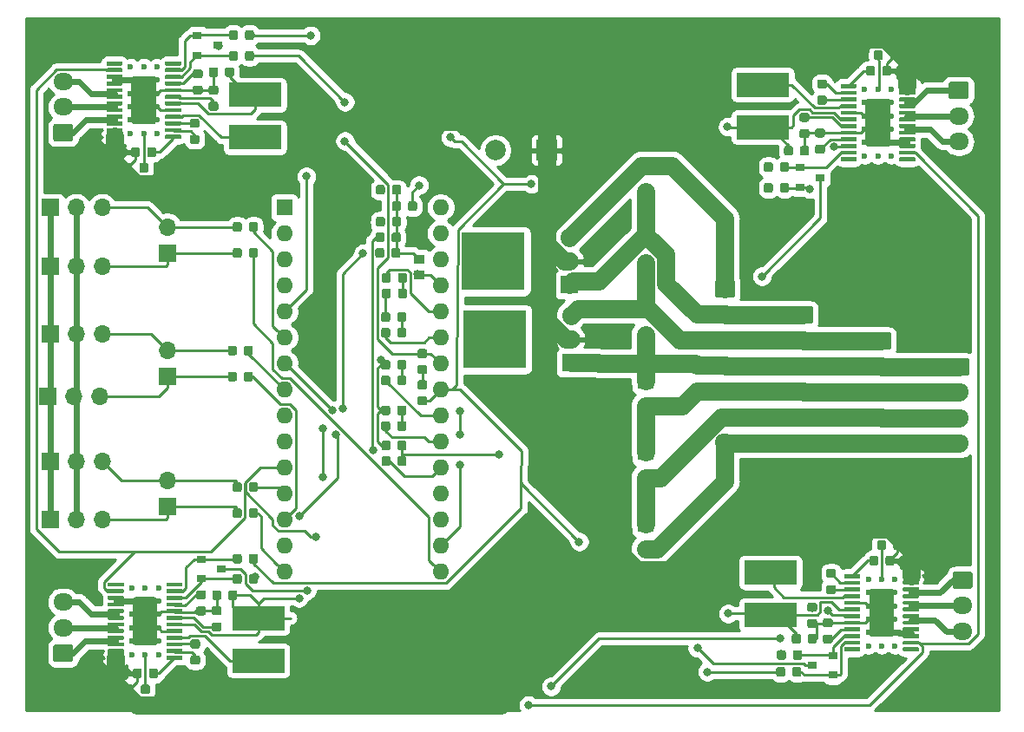
<source format=gbr>
G04 #@! TF.GenerationSoftware,KiCad,Pcbnew,5.1.5-52549c5~86~ubuntu16.04.1*
G04 #@! TF.CreationDate,2020-05-16T21:50:14+02:00*
G04 #@! TF.ProjectId,rc board,72632062-6f61-4726-942e-6b696361645f,rev?*
G04 #@! TF.SameCoordinates,Original*
G04 #@! TF.FileFunction,Copper,L1,Top*
G04 #@! TF.FilePolarity,Positive*
%FSLAX46Y46*%
G04 Gerber Fmt 4.6, Leading zero omitted, Abs format (unit mm)*
G04 Created by KiCad (PCBNEW 5.1.5-52549c5~86~ubuntu16.04.1) date 2020-05-16 21:50:14*
%MOMM*%
%LPD*%
G04 APERTURE LIST*
%ADD10R,1.600000X1.600000*%
%ADD11O,1.600000X1.600000*%
%ADD12C,0.100000*%
%ADD13C,2.000000*%
%ADD14R,2.000000X2.000000*%
%ADD15C,1.600000*%
%ADD16R,1.010000X0.940000*%
%ADD17C,0.600000*%
%ADD18R,5.100000X2.350000*%
%ADD19O,1.950000X1.700000*%
%ADD20R,0.900000X0.800000*%
%ADD21O,1.700000X1.700000*%
%ADD22R,1.700000X1.700000*%
%ADD23R,6.200000X5.700000*%
%ADD24R,1.800000X1.717500*%
%ADD25O,1.800000X1.717500*%
%ADD26C,0.800000*%
%ADD27C,0.250000*%
%ADD28C,0.600000*%
%ADD29C,1.780000*%
%ADD30C,0.254000*%
G04 APERTURE END LIST*
D10*
X40322500Y-34264600D03*
D11*
X55562500Y-67284600D03*
X40322500Y-36804600D03*
X55562500Y-64744600D03*
X40322500Y-39344600D03*
X55562500Y-62204600D03*
X40322500Y-41884600D03*
X55562500Y-59664600D03*
X40322500Y-44424600D03*
X55562500Y-57124600D03*
X40322500Y-46964600D03*
X55562500Y-54584600D03*
X40322500Y-49504600D03*
X55562500Y-52044600D03*
X40322500Y-52044600D03*
X55562500Y-49504600D03*
X40322500Y-54584600D03*
X55562500Y-46964600D03*
X40322500Y-57124600D03*
X55562500Y-44424600D03*
X40322500Y-59664600D03*
X55562500Y-41884600D03*
X40322500Y-62204600D03*
X55562500Y-39344600D03*
X40322500Y-64744600D03*
X55562500Y-36804600D03*
X40322500Y-67284600D03*
X55562500Y-34264600D03*
X40322500Y-69824600D03*
X55562500Y-69824600D03*
G04 #@! TA.AperFunction,SMDPad,CuDef*
D12*
G36*
X49897091Y-36711653D02*
G01*
X49918326Y-36714803D01*
X49939150Y-36720019D01*
X49959362Y-36727251D01*
X49978768Y-36736430D01*
X49997181Y-36747466D01*
X50014424Y-36760254D01*
X50030330Y-36774670D01*
X50044746Y-36790576D01*
X50057534Y-36807819D01*
X50068570Y-36826232D01*
X50077749Y-36845638D01*
X50084981Y-36865850D01*
X50090197Y-36886674D01*
X50093347Y-36907909D01*
X50094400Y-36929350D01*
X50094400Y-37441850D01*
X50093347Y-37463291D01*
X50090197Y-37484526D01*
X50084981Y-37505350D01*
X50077749Y-37525562D01*
X50068570Y-37544968D01*
X50057534Y-37563381D01*
X50044746Y-37580624D01*
X50030330Y-37596530D01*
X50014424Y-37610946D01*
X49997181Y-37623734D01*
X49978768Y-37634770D01*
X49959362Y-37643949D01*
X49939150Y-37651181D01*
X49918326Y-37656397D01*
X49897091Y-37659547D01*
X49875650Y-37660600D01*
X49438150Y-37660600D01*
X49416709Y-37659547D01*
X49395474Y-37656397D01*
X49374650Y-37651181D01*
X49354438Y-37643949D01*
X49335032Y-37634770D01*
X49316619Y-37623734D01*
X49299376Y-37610946D01*
X49283470Y-37596530D01*
X49269054Y-37580624D01*
X49256266Y-37563381D01*
X49245230Y-37544968D01*
X49236051Y-37525562D01*
X49228819Y-37505350D01*
X49223603Y-37484526D01*
X49220453Y-37463291D01*
X49219400Y-37441850D01*
X49219400Y-36929350D01*
X49220453Y-36907909D01*
X49223603Y-36886674D01*
X49228819Y-36865850D01*
X49236051Y-36845638D01*
X49245230Y-36826232D01*
X49256266Y-36807819D01*
X49269054Y-36790576D01*
X49283470Y-36774670D01*
X49299376Y-36760254D01*
X49316619Y-36747466D01*
X49335032Y-36736430D01*
X49354438Y-36727251D01*
X49374650Y-36720019D01*
X49395474Y-36714803D01*
X49416709Y-36711653D01*
X49438150Y-36710600D01*
X49875650Y-36710600D01*
X49897091Y-36711653D01*
G37*
G04 #@! TD.AperFunction*
G04 #@! TA.AperFunction,SMDPad,CuDef*
G36*
X51472091Y-36711653D02*
G01*
X51493326Y-36714803D01*
X51514150Y-36720019D01*
X51534362Y-36727251D01*
X51553768Y-36736430D01*
X51572181Y-36747466D01*
X51589424Y-36760254D01*
X51605330Y-36774670D01*
X51619746Y-36790576D01*
X51632534Y-36807819D01*
X51643570Y-36826232D01*
X51652749Y-36845638D01*
X51659981Y-36865850D01*
X51665197Y-36886674D01*
X51668347Y-36907909D01*
X51669400Y-36929350D01*
X51669400Y-37441850D01*
X51668347Y-37463291D01*
X51665197Y-37484526D01*
X51659981Y-37505350D01*
X51652749Y-37525562D01*
X51643570Y-37544968D01*
X51632534Y-37563381D01*
X51619746Y-37580624D01*
X51605330Y-37596530D01*
X51589424Y-37610946D01*
X51572181Y-37623734D01*
X51553768Y-37634770D01*
X51534362Y-37643949D01*
X51514150Y-37651181D01*
X51493326Y-37656397D01*
X51472091Y-37659547D01*
X51450650Y-37660600D01*
X51013150Y-37660600D01*
X50991709Y-37659547D01*
X50970474Y-37656397D01*
X50949650Y-37651181D01*
X50929438Y-37643949D01*
X50910032Y-37634770D01*
X50891619Y-37623734D01*
X50874376Y-37610946D01*
X50858470Y-37596530D01*
X50844054Y-37580624D01*
X50831266Y-37563381D01*
X50820230Y-37544968D01*
X50811051Y-37525562D01*
X50803819Y-37505350D01*
X50798603Y-37484526D01*
X50795453Y-37463291D01*
X50794400Y-37441850D01*
X50794400Y-36929350D01*
X50795453Y-36907909D01*
X50798603Y-36886674D01*
X50803819Y-36865850D01*
X50811051Y-36845638D01*
X50820230Y-36826232D01*
X50831266Y-36807819D01*
X50844054Y-36790576D01*
X50858470Y-36774670D01*
X50874376Y-36760254D01*
X50891619Y-36747466D01*
X50910032Y-36736430D01*
X50929438Y-36727251D01*
X50949650Y-36720019D01*
X50970474Y-36714803D01*
X50991709Y-36711653D01*
X51013150Y-36710600D01*
X51450650Y-36710600D01*
X51472091Y-36711653D01*
G37*
G04 #@! TD.AperFunction*
D13*
X60913000Y-28676600D03*
D14*
X65913000Y-28676600D03*
D10*
X75565000Y-65125600D03*
D15*
X75565000Y-67625600D03*
D10*
X75565000Y-58140600D03*
D15*
X75565000Y-60640600D03*
D10*
X75565000Y-51155600D03*
D15*
X75565000Y-53655600D03*
D10*
X75565000Y-44170600D03*
D15*
X75565000Y-46670600D03*
D10*
X75565000Y-37185600D03*
D15*
X75565000Y-39685600D03*
D10*
X75565000Y-30200600D03*
D15*
X75565000Y-32700600D03*
D16*
X53467000Y-39316600D03*
X53467000Y-40896600D03*
G04 #@! TA.AperFunction,SMDPad,CuDef*
D12*
G36*
X50468691Y-58555653D02*
G01*
X50489926Y-58558803D01*
X50510750Y-58564019D01*
X50530962Y-58571251D01*
X50550368Y-58580430D01*
X50568781Y-58591466D01*
X50586024Y-58604254D01*
X50601930Y-58618670D01*
X50616346Y-58634576D01*
X50629134Y-58651819D01*
X50640170Y-58670232D01*
X50649349Y-58689638D01*
X50656581Y-58709850D01*
X50661797Y-58730674D01*
X50664947Y-58751909D01*
X50666000Y-58773350D01*
X50666000Y-59285850D01*
X50664947Y-59307291D01*
X50661797Y-59328526D01*
X50656581Y-59349350D01*
X50649349Y-59369562D01*
X50640170Y-59388968D01*
X50629134Y-59407381D01*
X50616346Y-59424624D01*
X50601930Y-59440530D01*
X50586024Y-59454946D01*
X50568781Y-59467734D01*
X50550368Y-59478770D01*
X50530962Y-59487949D01*
X50510750Y-59495181D01*
X50489926Y-59500397D01*
X50468691Y-59503547D01*
X50447250Y-59504600D01*
X50009750Y-59504600D01*
X49988309Y-59503547D01*
X49967074Y-59500397D01*
X49946250Y-59495181D01*
X49926038Y-59487949D01*
X49906632Y-59478770D01*
X49888219Y-59467734D01*
X49870976Y-59454946D01*
X49855070Y-59440530D01*
X49840654Y-59424624D01*
X49827866Y-59407381D01*
X49816830Y-59388968D01*
X49807651Y-59369562D01*
X49800419Y-59349350D01*
X49795203Y-59328526D01*
X49792053Y-59307291D01*
X49791000Y-59285850D01*
X49791000Y-58773350D01*
X49792053Y-58751909D01*
X49795203Y-58730674D01*
X49800419Y-58709850D01*
X49807651Y-58689638D01*
X49816830Y-58670232D01*
X49827866Y-58651819D01*
X49840654Y-58634576D01*
X49855070Y-58618670D01*
X49870976Y-58604254D01*
X49888219Y-58591466D01*
X49906632Y-58580430D01*
X49926038Y-58571251D01*
X49946250Y-58564019D01*
X49967074Y-58558803D01*
X49988309Y-58555653D01*
X50009750Y-58554600D01*
X50447250Y-58554600D01*
X50468691Y-58555653D01*
G37*
G04 #@! TD.AperFunction*
G04 #@! TA.AperFunction,SMDPad,CuDef*
G36*
X52043691Y-58555653D02*
G01*
X52064926Y-58558803D01*
X52085750Y-58564019D01*
X52105962Y-58571251D01*
X52125368Y-58580430D01*
X52143781Y-58591466D01*
X52161024Y-58604254D01*
X52176930Y-58618670D01*
X52191346Y-58634576D01*
X52204134Y-58651819D01*
X52215170Y-58670232D01*
X52224349Y-58689638D01*
X52231581Y-58709850D01*
X52236797Y-58730674D01*
X52239947Y-58751909D01*
X52241000Y-58773350D01*
X52241000Y-59285850D01*
X52239947Y-59307291D01*
X52236797Y-59328526D01*
X52231581Y-59349350D01*
X52224349Y-59369562D01*
X52215170Y-59388968D01*
X52204134Y-59407381D01*
X52191346Y-59424624D01*
X52176930Y-59440530D01*
X52161024Y-59454946D01*
X52143781Y-59467734D01*
X52125368Y-59478770D01*
X52105962Y-59487949D01*
X52085750Y-59495181D01*
X52064926Y-59500397D01*
X52043691Y-59503547D01*
X52022250Y-59504600D01*
X51584750Y-59504600D01*
X51563309Y-59503547D01*
X51542074Y-59500397D01*
X51521250Y-59495181D01*
X51501038Y-59487949D01*
X51481632Y-59478770D01*
X51463219Y-59467734D01*
X51445976Y-59454946D01*
X51430070Y-59440530D01*
X51415654Y-59424624D01*
X51402866Y-59407381D01*
X51391830Y-59388968D01*
X51382651Y-59369562D01*
X51375419Y-59349350D01*
X51370203Y-59328526D01*
X51367053Y-59307291D01*
X51366000Y-59285850D01*
X51366000Y-58773350D01*
X51367053Y-58751909D01*
X51370203Y-58730674D01*
X51375419Y-58709850D01*
X51382651Y-58689638D01*
X51391830Y-58670232D01*
X51402866Y-58651819D01*
X51415654Y-58634576D01*
X51430070Y-58618670D01*
X51445976Y-58604254D01*
X51463219Y-58591466D01*
X51481632Y-58580430D01*
X51501038Y-58571251D01*
X51521250Y-58564019D01*
X51542074Y-58558803D01*
X51563309Y-58555653D01*
X51584750Y-58554600D01*
X52022250Y-58554600D01*
X52043691Y-58555653D01*
G37*
G04 #@! TD.AperFunction*
G04 #@! TA.AperFunction,SMDPad,CuDef*
G36*
X50443191Y-55126653D02*
G01*
X50464426Y-55129803D01*
X50485250Y-55135019D01*
X50505462Y-55142251D01*
X50524868Y-55151430D01*
X50543281Y-55162466D01*
X50560524Y-55175254D01*
X50576430Y-55189670D01*
X50590846Y-55205576D01*
X50603634Y-55222819D01*
X50614670Y-55241232D01*
X50623849Y-55260638D01*
X50631081Y-55280850D01*
X50636297Y-55301674D01*
X50639447Y-55322909D01*
X50640500Y-55344350D01*
X50640500Y-55856850D01*
X50639447Y-55878291D01*
X50636297Y-55899526D01*
X50631081Y-55920350D01*
X50623849Y-55940562D01*
X50614670Y-55959968D01*
X50603634Y-55978381D01*
X50590846Y-55995624D01*
X50576430Y-56011530D01*
X50560524Y-56025946D01*
X50543281Y-56038734D01*
X50524868Y-56049770D01*
X50505462Y-56058949D01*
X50485250Y-56066181D01*
X50464426Y-56071397D01*
X50443191Y-56074547D01*
X50421750Y-56075600D01*
X49984250Y-56075600D01*
X49962809Y-56074547D01*
X49941574Y-56071397D01*
X49920750Y-56066181D01*
X49900538Y-56058949D01*
X49881132Y-56049770D01*
X49862719Y-56038734D01*
X49845476Y-56025946D01*
X49829570Y-56011530D01*
X49815154Y-55995624D01*
X49802366Y-55978381D01*
X49791330Y-55959968D01*
X49782151Y-55940562D01*
X49774919Y-55920350D01*
X49769703Y-55899526D01*
X49766553Y-55878291D01*
X49765500Y-55856850D01*
X49765500Y-55344350D01*
X49766553Y-55322909D01*
X49769703Y-55301674D01*
X49774919Y-55280850D01*
X49782151Y-55260638D01*
X49791330Y-55241232D01*
X49802366Y-55222819D01*
X49815154Y-55205576D01*
X49829570Y-55189670D01*
X49845476Y-55175254D01*
X49862719Y-55162466D01*
X49881132Y-55151430D01*
X49900538Y-55142251D01*
X49920750Y-55135019D01*
X49941574Y-55129803D01*
X49962809Y-55126653D01*
X49984250Y-55125600D01*
X50421750Y-55125600D01*
X50443191Y-55126653D01*
G37*
G04 #@! TD.AperFunction*
G04 #@! TA.AperFunction,SMDPad,CuDef*
G36*
X52018191Y-55126653D02*
G01*
X52039426Y-55129803D01*
X52060250Y-55135019D01*
X52080462Y-55142251D01*
X52099868Y-55151430D01*
X52118281Y-55162466D01*
X52135524Y-55175254D01*
X52151430Y-55189670D01*
X52165846Y-55205576D01*
X52178634Y-55222819D01*
X52189670Y-55241232D01*
X52198849Y-55260638D01*
X52206081Y-55280850D01*
X52211297Y-55301674D01*
X52214447Y-55322909D01*
X52215500Y-55344350D01*
X52215500Y-55856850D01*
X52214447Y-55878291D01*
X52211297Y-55899526D01*
X52206081Y-55920350D01*
X52198849Y-55940562D01*
X52189670Y-55959968D01*
X52178634Y-55978381D01*
X52165846Y-55995624D01*
X52151430Y-56011530D01*
X52135524Y-56025946D01*
X52118281Y-56038734D01*
X52099868Y-56049770D01*
X52080462Y-56058949D01*
X52060250Y-56066181D01*
X52039426Y-56071397D01*
X52018191Y-56074547D01*
X51996750Y-56075600D01*
X51559250Y-56075600D01*
X51537809Y-56074547D01*
X51516574Y-56071397D01*
X51495750Y-56066181D01*
X51475538Y-56058949D01*
X51456132Y-56049770D01*
X51437719Y-56038734D01*
X51420476Y-56025946D01*
X51404570Y-56011530D01*
X51390154Y-55995624D01*
X51377366Y-55978381D01*
X51366330Y-55959968D01*
X51357151Y-55940562D01*
X51349919Y-55920350D01*
X51344703Y-55899526D01*
X51341553Y-55878291D01*
X51340500Y-55856850D01*
X51340500Y-55344350D01*
X51341553Y-55322909D01*
X51344703Y-55301674D01*
X51349919Y-55280850D01*
X51357151Y-55260638D01*
X51366330Y-55241232D01*
X51377366Y-55222819D01*
X51390154Y-55205576D01*
X51404570Y-55189670D01*
X51420476Y-55175254D01*
X51437719Y-55162466D01*
X51456132Y-55151430D01*
X51475538Y-55142251D01*
X51495750Y-55135019D01*
X51516574Y-55129803D01*
X51537809Y-55126653D01*
X51559250Y-55125600D01*
X51996750Y-55125600D01*
X52018191Y-55126653D01*
G37*
G04 #@! TD.AperFunction*
G04 #@! TA.AperFunction,SMDPad,CuDef*
G36*
X50443191Y-50681653D02*
G01*
X50464426Y-50684803D01*
X50485250Y-50690019D01*
X50505462Y-50697251D01*
X50524868Y-50706430D01*
X50543281Y-50717466D01*
X50560524Y-50730254D01*
X50576430Y-50744670D01*
X50590846Y-50760576D01*
X50603634Y-50777819D01*
X50614670Y-50796232D01*
X50623849Y-50815638D01*
X50631081Y-50835850D01*
X50636297Y-50856674D01*
X50639447Y-50877909D01*
X50640500Y-50899350D01*
X50640500Y-51411850D01*
X50639447Y-51433291D01*
X50636297Y-51454526D01*
X50631081Y-51475350D01*
X50623849Y-51495562D01*
X50614670Y-51514968D01*
X50603634Y-51533381D01*
X50590846Y-51550624D01*
X50576430Y-51566530D01*
X50560524Y-51580946D01*
X50543281Y-51593734D01*
X50524868Y-51604770D01*
X50505462Y-51613949D01*
X50485250Y-51621181D01*
X50464426Y-51626397D01*
X50443191Y-51629547D01*
X50421750Y-51630600D01*
X49984250Y-51630600D01*
X49962809Y-51629547D01*
X49941574Y-51626397D01*
X49920750Y-51621181D01*
X49900538Y-51613949D01*
X49881132Y-51604770D01*
X49862719Y-51593734D01*
X49845476Y-51580946D01*
X49829570Y-51566530D01*
X49815154Y-51550624D01*
X49802366Y-51533381D01*
X49791330Y-51514968D01*
X49782151Y-51495562D01*
X49774919Y-51475350D01*
X49769703Y-51454526D01*
X49766553Y-51433291D01*
X49765500Y-51411850D01*
X49765500Y-50899350D01*
X49766553Y-50877909D01*
X49769703Y-50856674D01*
X49774919Y-50835850D01*
X49782151Y-50815638D01*
X49791330Y-50796232D01*
X49802366Y-50777819D01*
X49815154Y-50760576D01*
X49829570Y-50744670D01*
X49845476Y-50730254D01*
X49862719Y-50717466D01*
X49881132Y-50706430D01*
X49900538Y-50697251D01*
X49920750Y-50690019D01*
X49941574Y-50684803D01*
X49962809Y-50681653D01*
X49984250Y-50680600D01*
X50421750Y-50680600D01*
X50443191Y-50681653D01*
G37*
G04 #@! TD.AperFunction*
G04 #@! TA.AperFunction,SMDPad,CuDef*
G36*
X52018191Y-50681653D02*
G01*
X52039426Y-50684803D01*
X52060250Y-50690019D01*
X52080462Y-50697251D01*
X52099868Y-50706430D01*
X52118281Y-50717466D01*
X52135524Y-50730254D01*
X52151430Y-50744670D01*
X52165846Y-50760576D01*
X52178634Y-50777819D01*
X52189670Y-50796232D01*
X52198849Y-50815638D01*
X52206081Y-50835850D01*
X52211297Y-50856674D01*
X52214447Y-50877909D01*
X52215500Y-50899350D01*
X52215500Y-51411850D01*
X52214447Y-51433291D01*
X52211297Y-51454526D01*
X52206081Y-51475350D01*
X52198849Y-51495562D01*
X52189670Y-51514968D01*
X52178634Y-51533381D01*
X52165846Y-51550624D01*
X52151430Y-51566530D01*
X52135524Y-51580946D01*
X52118281Y-51593734D01*
X52099868Y-51604770D01*
X52080462Y-51613949D01*
X52060250Y-51621181D01*
X52039426Y-51626397D01*
X52018191Y-51629547D01*
X51996750Y-51630600D01*
X51559250Y-51630600D01*
X51537809Y-51629547D01*
X51516574Y-51626397D01*
X51495750Y-51621181D01*
X51475538Y-51613949D01*
X51456132Y-51604770D01*
X51437719Y-51593734D01*
X51420476Y-51580946D01*
X51404570Y-51566530D01*
X51390154Y-51550624D01*
X51377366Y-51533381D01*
X51366330Y-51514968D01*
X51357151Y-51495562D01*
X51349919Y-51475350D01*
X51344703Y-51454526D01*
X51341553Y-51433291D01*
X51340500Y-51411850D01*
X51340500Y-50899350D01*
X51341553Y-50877909D01*
X51344703Y-50856674D01*
X51349919Y-50835850D01*
X51357151Y-50815638D01*
X51366330Y-50796232D01*
X51377366Y-50777819D01*
X51390154Y-50760576D01*
X51404570Y-50744670D01*
X51420476Y-50730254D01*
X51437719Y-50717466D01*
X51456132Y-50706430D01*
X51475538Y-50697251D01*
X51495750Y-50690019D01*
X51516574Y-50684803D01*
X51537809Y-50681653D01*
X51559250Y-50680600D01*
X51996750Y-50680600D01*
X52018191Y-50681653D01*
G37*
G04 #@! TD.AperFunction*
G04 #@! TA.AperFunction,SMDPad,CuDef*
G36*
X50443191Y-46020753D02*
G01*
X50464426Y-46023903D01*
X50485250Y-46029119D01*
X50505462Y-46036351D01*
X50524868Y-46045530D01*
X50543281Y-46056566D01*
X50560524Y-46069354D01*
X50576430Y-46083770D01*
X50590846Y-46099676D01*
X50603634Y-46116919D01*
X50614670Y-46135332D01*
X50623849Y-46154738D01*
X50631081Y-46174950D01*
X50636297Y-46195774D01*
X50639447Y-46217009D01*
X50640500Y-46238450D01*
X50640500Y-46750950D01*
X50639447Y-46772391D01*
X50636297Y-46793626D01*
X50631081Y-46814450D01*
X50623849Y-46834662D01*
X50614670Y-46854068D01*
X50603634Y-46872481D01*
X50590846Y-46889724D01*
X50576430Y-46905630D01*
X50560524Y-46920046D01*
X50543281Y-46932834D01*
X50524868Y-46943870D01*
X50505462Y-46953049D01*
X50485250Y-46960281D01*
X50464426Y-46965497D01*
X50443191Y-46968647D01*
X50421750Y-46969700D01*
X49984250Y-46969700D01*
X49962809Y-46968647D01*
X49941574Y-46965497D01*
X49920750Y-46960281D01*
X49900538Y-46953049D01*
X49881132Y-46943870D01*
X49862719Y-46932834D01*
X49845476Y-46920046D01*
X49829570Y-46905630D01*
X49815154Y-46889724D01*
X49802366Y-46872481D01*
X49791330Y-46854068D01*
X49782151Y-46834662D01*
X49774919Y-46814450D01*
X49769703Y-46793626D01*
X49766553Y-46772391D01*
X49765500Y-46750950D01*
X49765500Y-46238450D01*
X49766553Y-46217009D01*
X49769703Y-46195774D01*
X49774919Y-46174950D01*
X49782151Y-46154738D01*
X49791330Y-46135332D01*
X49802366Y-46116919D01*
X49815154Y-46099676D01*
X49829570Y-46083770D01*
X49845476Y-46069354D01*
X49862719Y-46056566D01*
X49881132Y-46045530D01*
X49900538Y-46036351D01*
X49920750Y-46029119D01*
X49941574Y-46023903D01*
X49962809Y-46020753D01*
X49984250Y-46019700D01*
X50421750Y-46019700D01*
X50443191Y-46020753D01*
G37*
G04 #@! TD.AperFunction*
G04 #@! TA.AperFunction,SMDPad,CuDef*
G36*
X52018191Y-46020753D02*
G01*
X52039426Y-46023903D01*
X52060250Y-46029119D01*
X52080462Y-46036351D01*
X52099868Y-46045530D01*
X52118281Y-46056566D01*
X52135524Y-46069354D01*
X52151430Y-46083770D01*
X52165846Y-46099676D01*
X52178634Y-46116919D01*
X52189670Y-46135332D01*
X52198849Y-46154738D01*
X52206081Y-46174950D01*
X52211297Y-46195774D01*
X52214447Y-46217009D01*
X52215500Y-46238450D01*
X52215500Y-46750950D01*
X52214447Y-46772391D01*
X52211297Y-46793626D01*
X52206081Y-46814450D01*
X52198849Y-46834662D01*
X52189670Y-46854068D01*
X52178634Y-46872481D01*
X52165846Y-46889724D01*
X52151430Y-46905630D01*
X52135524Y-46920046D01*
X52118281Y-46932834D01*
X52099868Y-46943870D01*
X52080462Y-46953049D01*
X52060250Y-46960281D01*
X52039426Y-46965497D01*
X52018191Y-46968647D01*
X51996750Y-46969700D01*
X51559250Y-46969700D01*
X51537809Y-46968647D01*
X51516574Y-46965497D01*
X51495750Y-46960281D01*
X51475538Y-46953049D01*
X51456132Y-46943870D01*
X51437719Y-46932834D01*
X51420476Y-46920046D01*
X51404570Y-46905630D01*
X51390154Y-46889724D01*
X51377366Y-46872481D01*
X51366330Y-46854068D01*
X51357151Y-46834662D01*
X51349919Y-46814450D01*
X51344703Y-46793626D01*
X51341553Y-46772391D01*
X51340500Y-46750950D01*
X51340500Y-46238450D01*
X51341553Y-46217009D01*
X51344703Y-46195774D01*
X51349919Y-46174950D01*
X51357151Y-46154738D01*
X51366330Y-46135332D01*
X51377366Y-46116919D01*
X51390154Y-46099676D01*
X51404570Y-46083770D01*
X51420476Y-46069354D01*
X51437719Y-46056566D01*
X51456132Y-46045530D01*
X51475538Y-46036351D01*
X51495750Y-46029119D01*
X51516574Y-46023903D01*
X51537809Y-46020753D01*
X51559250Y-46019700D01*
X51996750Y-46019700D01*
X52018191Y-46020753D01*
G37*
G04 #@! TD.AperFunction*
G04 #@! TA.AperFunction,SMDPad,CuDef*
G36*
X50506691Y-40648653D02*
G01*
X50527926Y-40651803D01*
X50548750Y-40657019D01*
X50568962Y-40664251D01*
X50588368Y-40673430D01*
X50606781Y-40684466D01*
X50624024Y-40697254D01*
X50639930Y-40711670D01*
X50654346Y-40727576D01*
X50667134Y-40744819D01*
X50678170Y-40763232D01*
X50687349Y-40782638D01*
X50694581Y-40802850D01*
X50699797Y-40823674D01*
X50702947Y-40844909D01*
X50704000Y-40866350D01*
X50704000Y-41378850D01*
X50702947Y-41400291D01*
X50699797Y-41421526D01*
X50694581Y-41442350D01*
X50687349Y-41462562D01*
X50678170Y-41481968D01*
X50667134Y-41500381D01*
X50654346Y-41517624D01*
X50639930Y-41533530D01*
X50624024Y-41547946D01*
X50606781Y-41560734D01*
X50588368Y-41571770D01*
X50568962Y-41580949D01*
X50548750Y-41588181D01*
X50527926Y-41593397D01*
X50506691Y-41596547D01*
X50485250Y-41597600D01*
X50047750Y-41597600D01*
X50026309Y-41596547D01*
X50005074Y-41593397D01*
X49984250Y-41588181D01*
X49964038Y-41580949D01*
X49944632Y-41571770D01*
X49926219Y-41560734D01*
X49908976Y-41547946D01*
X49893070Y-41533530D01*
X49878654Y-41517624D01*
X49865866Y-41500381D01*
X49854830Y-41481968D01*
X49845651Y-41462562D01*
X49838419Y-41442350D01*
X49833203Y-41421526D01*
X49830053Y-41400291D01*
X49829000Y-41378850D01*
X49829000Y-40866350D01*
X49830053Y-40844909D01*
X49833203Y-40823674D01*
X49838419Y-40802850D01*
X49845651Y-40782638D01*
X49854830Y-40763232D01*
X49865866Y-40744819D01*
X49878654Y-40727576D01*
X49893070Y-40711670D01*
X49908976Y-40697254D01*
X49926219Y-40684466D01*
X49944632Y-40673430D01*
X49964038Y-40664251D01*
X49984250Y-40657019D01*
X50005074Y-40651803D01*
X50026309Y-40648653D01*
X50047750Y-40647600D01*
X50485250Y-40647600D01*
X50506691Y-40648653D01*
G37*
G04 #@! TD.AperFunction*
G04 #@! TA.AperFunction,SMDPad,CuDef*
G36*
X52081691Y-40648653D02*
G01*
X52102926Y-40651803D01*
X52123750Y-40657019D01*
X52143962Y-40664251D01*
X52163368Y-40673430D01*
X52181781Y-40684466D01*
X52199024Y-40697254D01*
X52214930Y-40711670D01*
X52229346Y-40727576D01*
X52242134Y-40744819D01*
X52253170Y-40763232D01*
X52262349Y-40782638D01*
X52269581Y-40802850D01*
X52274797Y-40823674D01*
X52277947Y-40844909D01*
X52279000Y-40866350D01*
X52279000Y-41378850D01*
X52277947Y-41400291D01*
X52274797Y-41421526D01*
X52269581Y-41442350D01*
X52262349Y-41462562D01*
X52253170Y-41481968D01*
X52242134Y-41500381D01*
X52229346Y-41517624D01*
X52214930Y-41533530D01*
X52199024Y-41547946D01*
X52181781Y-41560734D01*
X52163368Y-41571770D01*
X52143962Y-41580949D01*
X52123750Y-41588181D01*
X52102926Y-41593397D01*
X52081691Y-41596547D01*
X52060250Y-41597600D01*
X51622750Y-41597600D01*
X51601309Y-41596547D01*
X51580074Y-41593397D01*
X51559250Y-41588181D01*
X51539038Y-41580949D01*
X51519632Y-41571770D01*
X51501219Y-41560734D01*
X51483976Y-41547946D01*
X51468070Y-41533530D01*
X51453654Y-41517624D01*
X51440866Y-41500381D01*
X51429830Y-41481968D01*
X51420651Y-41462562D01*
X51413419Y-41442350D01*
X51408203Y-41421526D01*
X51405053Y-41400291D01*
X51404000Y-41378850D01*
X51404000Y-40866350D01*
X51405053Y-40844909D01*
X51408203Y-40823674D01*
X51413419Y-40802850D01*
X51420651Y-40782638D01*
X51429830Y-40763232D01*
X51440866Y-40744819D01*
X51453654Y-40727576D01*
X51468070Y-40711670D01*
X51483976Y-40697254D01*
X51501219Y-40684466D01*
X51519632Y-40673430D01*
X51539038Y-40664251D01*
X51559250Y-40657019D01*
X51580074Y-40651803D01*
X51601309Y-40648653D01*
X51622750Y-40647600D01*
X52060250Y-40647600D01*
X52081691Y-40648653D01*
G37*
G04 #@! TD.AperFunction*
G04 #@! TA.AperFunction,SMDPad,CuDef*
G36*
X52043691Y-57031653D02*
G01*
X52064926Y-57034803D01*
X52085750Y-57040019D01*
X52105962Y-57047251D01*
X52125368Y-57056430D01*
X52143781Y-57067466D01*
X52161024Y-57080254D01*
X52176930Y-57094670D01*
X52191346Y-57110576D01*
X52204134Y-57127819D01*
X52215170Y-57146232D01*
X52224349Y-57165638D01*
X52231581Y-57185850D01*
X52236797Y-57206674D01*
X52239947Y-57227909D01*
X52241000Y-57249350D01*
X52241000Y-57761850D01*
X52239947Y-57783291D01*
X52236797Y-57804526D01*
X52231581Y-57825350D01*
X52224349Y-57845562D01*
X52215170Y-57864968D01*
X52204134Y-57883381D01*
X52191346Y-57900624D01*
X52176930Y-57916530D01*
X52161024Y-57930946D01*
X52143781Y-57943734D01*
X52125368Y-57954770D01*
X52105962Y-57963949D01*
X52085750Y-57971181D01*
X52064926Y-57976397D01*
X52043691Y-57979547D01*
X52022250Y-57980600D01*
X51584750Y-57980600D01*
X51563309Y-57979547D01*
X51542074Y-57976397D01*
X51521250Y-57971181D01*
X51501038Y-57963949D01*
X51481632Y-57954770D01*
X51463219Y-57943734D01*
X51445976Y-57930946D01*
X51430070Y-57916530D01*
X51415654Y-57900624D01*
X51402866Y-57883381D01*
X51391830Y-57864968D01*
X51382651Y-57845562D01*
X51375419Y-57825350D01*
X51370203Y-57804526D01*
X51367053Y-57783291D01*
X51366000Y-57761850D01*
X51366000Y-57249350D01*
X51367053Y-57227909D01*
X51370203Y-57206674D01*
X51375419Y-57185850D01*
X51382651Y-57165638D01*
X51391830Y-57146232D01*
X51402866Y-57127819D01*
X51415654Y-57110576D01*
X51430070Y-57094670D01*
X51445976Y-57080254D01*
X51463219Y-57067466D01*
X51481632Y-57056430D01*
X51501038Y-57047251D01*
X51521250Y-57040019D01*
X51542074Y-57034803D01*
X51563309Y-57031653D01*
X51584750Y-57030600D01*
X52022250Y-57030600D01*
X52043691Y-57031653D01*
G37*
G04 #@! TD.AperFunction*
G04 #@! TA.AperFunction,SMDPad,CuDef*
G36*
X50468691Y-57031653D02*
G01*
X50489926Y-57034803D01*
X50510750Y-57040019D01*
X50530962Y-57047251D01*
X50550368Y-57056430D01*
X50568781Y-57067466D01*
X50586024Y-57080254D01*
X50601930Y-57094670D01*
X50616346Y-57110576D01*
X50629134Y-57127819D01*
X50640170Y-57146232D01*
X50649349Y-57165638D01*
X50656581Y-57185850D01*
X50661797Y-57206674D01*
X50664947Y-57227909D01*
X50666000Y-57249350D01*
X50666000Y-57761850D01*
X50664947Y-57783291D01*
X50661797Y-57804526D01*
X50656581Y-57825350D01*
X50649349Y-57845562D01*
X50640170Y-57864968D01*
X50629134Y-57883381D01*
X50616346Y-57900624D01*
X50601930Y-57916530D01*
X50586024Y-57930946D01*
X50568781Y-57943734D01*
X50550368Y-57954770D01*
X50530962Y-57963949D01*
X50510750Y-57971181D01*
X50489926Y-57976397D01*
X50468691Y-57979547D01*
X50447250Y-57980600D01*
X50009750Y-57980600D01*
X49988309Y-57979547D01*
X49967074Y-57976397D01*
X49946250Y-57971181D01*
X49926038Y-57963949D01*
X49906632Y-57954770D01*
X49888219Y-57943734D01*
X49870976Y-57930946D01*
X49855070Y-57916530D01*
X49840654Y-57900624D01*
X49827866Y-57883381D01*
X49816830Y-57864968D01*
X49807651Y-57845562D01*
X49800419Y-57825350D01*
X49795203Y-57804526D01*
X49792053Y-57783291D01*
X49791000Y-57761850D01*
X49791000Y-57249350D01*
X49792053Y-57227909D01*
X49795203Y-57206674D01*
X49800419Y-57185850D01*
X49807651Y-57165638D01*
X49816830Y-57146232D01*
X49827866Y-57127819D01*
X49840654Y-57110576D01*
X49855070Y-57094670D01*
X49870976Y-57080254D01*
X49888219Y-57067466D01*
X49906632Y-57056430D01*
X49926038Y-57047251D01*
X49946250Y-57040019D01*
X49967074Y-57034803D01*
X49988309Y-57031653D01*
X50009750Y-57030600D01*
X50447250Y-57030600D01*
X50468691Y-57031653D01*
G37*
G04 #@! TD.AperFunction*
G04 #@! TA.AperFunction,SMDPad,CuDef*
G36*
X52018191Y-53602653D02*
G01*
X52039426Y-53605803D01*
X52060250Y-53611019D01*
X52080462Y-53618251D01*
X52099868Y-53627430D01*
X52118281Y-53638466D01*
X52135524Y-53651254D01*
X52151430Y-53665670D01*
X52165846Y-53681576D01*
X52178634Y-53698819D01*
X52189670Y-53717232D01*
X52198849Y-53736638D01*
X52206081Y-53756850D01*
X52211297Y-53777674D01*
X52214447Y-53798909D01*
X52215500Y-53820350D01*
X52215500Y-54332850D01*
X52214447Y-54354291D01*
X52211297Y-54375526D01*
X52206081Y-54396350D01*
X52198849Y-54416562D01*
X52189670Y-54435968D01*
X52178634Y-54454381D01*
X52165846Y-54471624D01*
X52151430Y-54487530D01*
X52135524Y-54501946D01*
X52118281Y-54514734D01*
X52099868Y-54525770D01*
X52080462Y-54534949D01*
X52060250Y-54542181D01*
X52039426Y-54547397D01*
X52018191Y-54550547D01*
X51996750Y-54551600D01*
X51559250Y-54551600D01*
X51537809Y-54550547D01*
X51516574Y-54547397D01*
X51495750Y-54542181D01*
X51475538Y-54534949D01*
X51456132Y-54525770D01*
X51437719Y-54514734D01*
X51420476Y-54501946D01*
X51404570Y-54487530D01*
X51390154Y-54471624D01*
X51377366Y-54454381D01*
X51366330Y-54435968D01*
X51357151Y-54416562D01*
X51349919Y-54396350D01*
X51344703Y-54375526D01*
X51341553Y-54354291D01*
X51340500Y-54332850D01*
X51340500Y-53820350D01*
X51341553Y-53798909D01*
X51344703Y-53777674D01*
X51349919Y-53756850D01*
X51357151Y-53736638D01*
X51366330Y-53717232D01*
X51377366Y-53698819D01*
X51390154Y-53681576D01*
X51404570Y-53665670D01*
X51420476Y-53651254D01*
X51437719Y-53638466D01*
X51456132Y-53627430D01*
X51475538Y-53618251D01*
X51495750Y-53611019D01*
X51516574Y-53605803D01*
X51537809Y-53602653D01*
X51559250Y-53601600D01*
X51996750Y-53601600D01*
X52018191Y-53602653D01*
G37*
G04 #@! TD.AperFunction*
G04 #@! TA.AperFunction,SMDPad,CuDef*
G36*
X50443191Y-53602653D02*
G01*
X50464426Y-53605803D01*
X50485250Y-53611019D01*
X50505462Y-53618251D01*
X50524868Y-53627430D01*
X50543281Y-53638466D01*
X50560524Y-53651254D01*
X50576430Y-53665670D01*
X50590846Y-53681576D01*
X50603634Y-53698819D01*
X50614670Y-53717232D01*
X50623849Y-53736638D01*
X50631081Y-53756850D01*
X50636297Y-53777674D01*
X50639447Y-53798909D01*
X50640500Y-53820350D01*
X50640500Y-54332850D01*
X50639447Y-54354291D01*
X50636297Y-54375526D01*
X50631081Y-54396350D01*
X50623849Y-54416562D01*
X50614670Y-54435968D01*
X50603634Y-54454381D01*
X50590846Y-54471624D01*
X50576430Y-54487530D01*
X50560524Y-54501946D01*
X50543281Y-54514734D01*
X50524868Y-54525770D01*
X50505462Y-54534949D01*
X50485250Y-54542181D01*
X50464426Y-54547397D01*
X50443191Y-54550547D01*
X50421750Y-54551600D01*
X49984250Y-54551600D01*
X49962809Y-54550547D01*
X49941574Y-54547397D01*
X49920750Y-54542181D01*
X49900538Y-54534949D01*
X49881132Y-54525770D01*
X49862719Y-54514734D01*
X49845476Y-54501946D01*
X49829570Y-54487530D01*
X49815154Y-54471624D01*
X49802366Y-54454381D01*
X49791330Y-54435968D01*
X49782151Y-54416562D01*
X49774919Y-54396350D01*
X49769703Y-54375526D01*
X49766553Y-54354291D01*
X49765500Y-54332850D01*
X49765500Y-53820350D01*
X49766553Y-53798909D01*
X49769703Y-53777674D01*
X49774919Y-53756850D01*
X49782151Y-53736638D01*
X49791330Y-53717232D01*
X49802366Y-53698819D01*
X49815154Y-53681576D01*
X49829570Y-53665670D01*
X49845476Y-53651254D01*
X49862719Y-53638466D01*
X49881132Y-53627430D01*
X49900538Y-53618251D01*
X49920750Y-53611019D01*
X49941574Y-53605803D01*
X49962809Y-53602653D01*
X49984250Y-53601600D01*
X50421750Y-53601600D01*
X50443191Y-53602653D01*
G37*
G04 #@! TD.AperFunction*
G04 #@! TA.AperFunction,SMDPad,CuDef*
G36*
X52018191Y-49157653D02*
G01*
X52039426Y-49160803D01*
X52060250Y-49166019D01*
X52080462Y-49173251D01*
X52099868Y-49182430D01*
X52118281Y-49193466D01*
X52135524Y-49206254D01*
X52151430Y-49220670D01*
X52165846Y-49236576D01*
X52178634Y-49253819D01*
X52189670Y-49272232D01*
X52198849Y-49291638D01*
X52206081Y-49311850D01*
X52211297Y-49332674D01*
X52214447Y-49353909D01*
X52215500Y-49375350D01*
X52215500Y-49887850D01*
X52214447Y-49909291D01*
X52211297Y-49930526D01*
X52206081Y-49951350D01*
X52198849Y-49971562D01*
X52189670Y-49990968D01*
X52178634Y-50009381D01*
X52165846Y-50026624D01*
X52151430Y-50042530D01*
X52135524Y-50056946D01*
X52118281Y-50069734D01*
X52099868Y-50080770D01*
X52080462Y-50089949D01*
X52060250Y-50097181D01*
X52039426Y-50102397D01*
X52018191Y-50105547D01*
X51996750Y-50106600D01*
X51559250Y-50106600D01*
X51537809Y-50105547D01*
X51516574Y-50102397D01*
X51495750Y-50097181D01*
X51475538Y-50089949D01*
X51456132Y-50080770D01*
X51437719Y-50069734D01*
X51420476Y-50056946D01*
X51404570Y-50042530D01*
X51390154Y-50026624D01*
X51377366Y-50009381D01*
X51366330Y-49990968D01*
X51357151Y-49971562D01*
X51349919Y-49951350D01*
X51344703Y-49930526D01*
X51341553Y-49909291D01*
X51340500Y-49887850D01*
X51340500Y-49375350D01*
X51341553Y-49353909D01*
X51344703Y-49332674D01*
X51349919Y-49311850D01*
X51357151Y-49291638D01*
X51366330Y-49272232D01*
X51377366Y-49253819D01*
X51390154Y-49236576D01*
X51404570Y-49220670D01*
X51420476Y-49206254D01*
X51437719Y-49193466D01*
X51456132Y-49182430D01*
X51475538Y-49173251D01*
X51495750Y-49166019D01*
X51516574Y-49160803D01*
X51537809Y-49157653D01*
X51559250Y-49156600D01*
X51996750Y-49156600D01*
X52018191Y-49157653D01*
G37*
G04 #@! TD.AperFunction*
G04 #@! TA.AperFunction,SMDPad,CuDef*
G36*
X50443191Y-49157653D02*
G01*
X50464426Y-49160803D01*
X50485250Y-49166019D01*
X50505462Y-49173251D01*
X50524868Y-49182430D01*
X50543281Y-49193466D01*
X50560524Y-49206254D01*
X50576430Y-49220670D01*
X50590846Y-49236576D01*
X50603634Y-49253819D01*
X50614670Y-49272232D01*
X50623849Y-49291638D01*
X50631081Y-49311850D01*
X50636297Y-49332674D01*
X50639447Y-49353909D01*
X50640500Y-49375350D01*
X50640500Y-49887850D01*
X50639447Y-49909291D01*
X50636297Y-49930526D01*
X50631081Y-49951350D01*
X50623849Y-49971562D01*
X50614670Y-49990968D01*
X50603634Y-50009381D01*
X50590846Y-50026624D01*
X50576430Y-50042530D01*
X50560524Y-50056946D01*
X50543281Y-50069734D01*
X50524868Y-50080770D01*
X50505462Y-50089949D01*
X50485250Y-50097181D01*
X50464426Y-50102397D01*
X50443191Y-50105547D01*
X50421750Y-50106600D01*
X49984250Y-50106600D01*
X49962809Y-50105547D01*
X49941574Y-50102397D01*
X49920750Y-50097181D01*
X49900538Y-50089949D01*
X49881132Y-50080770D01*
X49862719Y-50069734D01*
X49845476Y-50056946D01*
X49829570Y-50042530D01*
X49815154Y-50026624D01*
X49802366Y-50009381D01*
X49791330Y-49990968D01*
X49782151Y-49971562D01*
X49774919Y-49951350D01*
X49769703Y-49930526D01*
X49766553Y-49909291D01*
X49765500Y-49887850D01*
X49765500Y-49375350D01*
X49766553Y-49353909D01*
X49769703Y-49332674D01*
X49774919Y-49311850D01*
X49782151Y-49291638D01*
X49791330Y-49272232D01*
X49802366Y-49253819D01*
X49815154Y-49236576D01*
X49829570Y-49220670D01*
X49845476Y-49206254D01*
X49862719Y-49193466D01*
X49881132Y-49182430D01*
X49900538Y-49173251D01*
X49920750Y-49166019D01*
X49941574Y-49160803D01*
X49962809Y-49157653D01*
X49984250Y-49156600D01*
X50421750Y-49156600D01*
X50443191Y-49157653D01*
G37*
G04 #@! TD.AperFunction*
G04 #@! TA.AperFunction,SMDPad,CuDef*
G36*
X52018191Y-44496753D02*
G01*
X52039426Y-44499903D01*
X52060250Y-44505119D01*
X52080462Y-44512351D01*
X52099868Y-44521530D01*
X52118281Y-44532566D01*
X52135524Y-44545354D01*
X52151430Y-44559770D01*
X52165846Y-44575676D01*
X52178634Y-44592919D01*
X52189670Y-44611332D01*
X52198849Y-44630738D01*
X52206081Y-44650950D01*
X52211297Y-44671774D01*
X52214447Y-44693009D01*
X52215500Y-44714450D01*
X52215500Y-45226950D01*
X52214447Y-45248391D01*
X52211297Y-45269626D01*
X52206081Y-45290450D01*
X52198849Y-45310662D01*
X52189670Y-45330068D01*
X52178634Y-45348481D01*
X52165846Y-45365724D01*
X52151430Y-45381630D01*
X52135524Y-45396046D01*
X52118281Y-45408834D01*
X52099868Y-45419870D01*
X52080462Y-45429049D01*
X52060250Y-45436281D01*
X52039426Y-45441497D01*
X52018191Y-45444647D01*
X51996750Y-45445700D01*
X51559250Y-45445700D01*
X51537809Y-45444647D01*
X51516574Y-45441497D01*
X51495750Y-45436281D01*
X51475538Y-45429049D01*
X51456132Y-45419870D01*
X51437719Y-45408834D01*
X51420476Y-45396046D01*
X51404570Y-45381630D01*
X51390154Y-45365724D01*
X51377366Y-45348481D01*
X51366330Y-45330068D01*
X51357151Y-45310662D01*
X51349919Y-45290450D01*
X51344703Y-45269626D01*
X51341553Y-45248391D01*
X51340500Y-45226950D01*
X51340500Y-44714450D01*
X51341553Y-44693009D01*
X51344703Y-44671774D01*
X51349919Y-44650950D01*
X51357151Y-44630738D01*
X51366330Y-44611332D01*
X51377366Y-44592919D01*
X51390154Y-44575676D01*
X51404570Y-44559770D01*
X51420476Y-44545354D01*
X51437719Y-44532566D01*
X51456132Y-44521530D01*
X51475538Y-44512351D01*
X51495750Y-44505119D01*
X51516574Y-44499903D01*
X51537809Y-44496753D01*
X51559250Y-44495700D01*
X51996750Y-44495700D01*
X52018191Y-44496753D01*
G37*
G04 #@! TD.AperFunction*
G04 #@! TA.AperFunction,SMDPad,CuDef*
G36*
X50443191Y-44496753D02*
G01*
X50464426Y-44499903D01*
X50485250Y-44505119D01*
X50505462Y-44512351D01*
X50524868Y-44521530D01*
X50543281Y-44532566D01*
X50560524Y-44545354D01*
X50576430Y-44559770D01*
X50590846Y-44575676D01*
X50603634Y-44592919D01*
X50614670Y-44611332D01*
X50623849Y-44630738D01*
X50631081Y-44650950D01*
X50636297Y-44671774D01*
X50639447Y-44693009D01*
X50640500Y-44714450D01*
X50640500Y-45226950D01*
X50639447Y-45248391D01*
X50636297Y-45269626D01*
X50631081Y-45290450D01*
X50623849Y-45310662D01*
X50614670Y-45330068D01*
X50603634Y-45348481D01*
X50590846Y-45365724D01*
X50576430Y-45381630D01*
X50560524Y-45396046D01*
X50543281Y-45408834D01*
X50524868Y-45419870D01*
X50505462Y-45429049D01*
X50485250Y-45436281D01*
X50464426Y-45441497D01*
X50443191Y-45444647D01*
X50421750Y-45445700D01*
X49984250Y-45445700D01*
X49962809Y-45444647D01*
X49941574Y-45441497D01*
X49920750Y-45436281D01*
X49900538Y-45429049D01*
X49881132Y-45419870D01*
X49862719Y-45408834D01*
X49845476Y-45396046D01*
X49829570Y-45381630D01*
X49815154Y-45365724D01*
X49802366Y-45348481D01*
X49791330Y-45330068D01*
X49782151Y-45310662D01*
X49774919Y-45290450D01*
X49769703Y-45269626D01*
X49766553Y-45248391D01*
X49765500Y-45226950D01*
X49765500Y-44714450D01*
X49766553Y-44693009D01*
X49769703Y-44671774D01*
X49774919Y-44650950D01*
X49782151Y-44630738D01*
X49791330Y-44611332D01*
X49802366Y-44592919D01*
X49815154Y-44575676D01*
X49829570Y-44559770D01*
X49845476Y-44545354D01*
X49862719Y-44532566D01*
X49881132Y-44521530D01*
X49900538Y-44512351D01*
X49920750Y-44505119D01*
X49941574Y-44499903D01*
X49962809Y-44496753D01*
X49984250Y-44495700D01*
X50421750Y-44495700D01*
X50443191Y-44496753D01*
G37*
G04 #@! TD.AperFunction*
G04 #@! TA.AperFunction,SMDPad,CuDef*
G36*
X52081691Y-42172653D02*
G01*
X52102926Y-42175803D01*
X52123750Y-42181019D01*
X52143962Y-42188251D01*
X52163368Y-42197430D01*
X52181781Y-42208466D01*
X52199024Y-42221254D01*
X52214930Y-42235670D01*
X52229346Y-42251576D01*
X52242134Y-42268819D01*
X52253170Y-42287232D01*
X52262349Y-42306638D01*
X52269581Y-42326850D01*
X52274797Y-42347674D01*
X52277947Y-42368909D01*
X52279000Y-42390350D01*
X52279000Y-42902850D01*
X52277947Y-42924291D01*
X52274797Y-42945526D01*
X52269581Y-42966350D01*
X52262349Y-42986562D01*
X52253170Y-43005968D01*
X52242134Y-43024381D01*
X52229346Y-43041624D01*
X52214930Y-43057530D01*
X52199024Y-43071946D01*
X52181781Y-43084734D01*
X52163368Y-43095770D01*
X52143962Y-43104949D01*
X52123750Y-43112181D01*
X52102926Y-43117397D01*
X52081691Y-43120547D01*
X52060250Y-43121600D01*
X51622750Y-43121600D01*
X51601309Y-43120547D01*
X51580074Y-43117397D01*
X51559250Y-43112181D01*
X51539038Y-43104949D01*
X51519632Y-43095770D01*
X51501219Y-43084734D01*
X51483976Y-43071946D01*
X51468070Y-43057530D01*
X51453654Y-43041624D01*
X51440866Y-43024381D01*
X51429830Y-43005968D01*
X51420651Y-42986562D01*
X51413419Y-42966350D01*
X51408203Y-42945526D01*
X51405053Y-42924291D01*
X51404000Y-42902850D01*
X51404000Y-42390350D01*
X51405053Y-42368909D01*
X51408203Y-42347674D01*
X51413419Y-42326850D01*
X51420651Y-42306638D01*
X51429830Y-42287232D01*
X51440866Y-42268819D01*
X51453654Y-42251576D01*
X51468070Y-42235670D01*
X51483976Y-42221254D01*
X51501219Y-42208466D01*
X51519632Y-42197430D01*
X51539038Y-42188251D01*
X51559250Y-42181019D01*
X51580074Y-42175803D01*
X51601309Y-42172653D01*
X51622750Y-42171600D01*
X52060250Y-42171600D01*
X52081691Y-42172653D01*
G37*
G04 #@! TD.AperFunction*
G04 #@! TA.AperFunction,SMDPad,CuDef*
G36*
X50506691Y-42172653D02*
G01*
X50527926Y-42175803D01*
X50548750Y-42181019D01*
X50568962Y-42188251D01*
X50588368Y-42197430D01*
X50606781Y-42208466D01*
X50624024Y-42221254D01*
X50639930Y-42235670D01*
X50654346Y-42251576D01*
X50667134Y-42268819D01*
X50678170Y-42287232D01*
X50687349Y-42306638D01*
X50694581Y-42326850D01*
X50699797Y-42347674D01*
X50702947Y-42368909D01*
X50704000Y-42390350D01*
X50704000Y-42902850D01*
X50702947Y-42924291D01*
X50699797Y-42945526D01*
X50694581Y-42966350D01*
X50687349Y-42986562D01*
X50678170Y-43005968D01*
X50667134Y-43024381D01*
X50654346Y-43041624D01*
X50639930Y-43057530D01*
X50624024Y-43071946D01*
X50606781Y-43084734D01*
X50588368Y-43095770D01*
X50568962Y-43104949D01*
X50548750Y-43112181D01*
X50527926Y-43117397D01*
X50506691Y-43120547D01*
X50485250Y-43121600D01*
X50047750Y-43121600D01*
X50026309Y-43120547D01*
X50005074Y-43117397D01*
X49984250Y-43112181D01*
X49964038Y-43104949D01*
X49944632Y-43095770D01*
X49926219Y-43084734D01*
X49908976Y-43071946D01*
X49893070Y-43057530D01*
X49878654Y-43041624D01*
X49865866Y-43024381D01*
X49854830Y-43005968D01*
X49845651Y-42986562D01*
X49838419Y-42966350D01*
X49833203Y-42945526D01*
X49830053Y-42924291D01*
X49829000Y-42902850D01*
X49829000Y-42390350D01*
X49830053Y-42368909D01*
X49833203Y-42347674D01*
X49838419Y-42326850D01*
X49845651Y-42306638D01*
X49854830Y-42287232D01*
X49865866Y-42268819D01*
X49878654Y-42251576D01*
X49893070Y-42235670D01*
X49908976Y-42221254D01*
X49926219Y-42208466D01*
X49944632Y-42197430D01*
X49964038Y-42188251D01*
X49984250Y-42181019D01*
X50005074Y-42175803D01*
X50026309Y-42172653D01*
X50047750Y-42171600D01*
X50485250Y-42171600D01*
X50506691Y-42172653D01*
G37*
G04 #@! TD.AperFunction*
G04 #@! TA.AperFunction,Conductor*
G36*
X27708004Y-72311804D02*
G01*
X27732273Y-72315404D01*
X27756071Y-72321365D01*
X27779171Y-72329630D01*
X27801349Y-72340120D01*
X27822393Y-72352733D01*
X27842098Y-72367347D01*
X27860277Y-72383823D01*
X27876753Y-72402002D01*
X27891367Y-72421707D01*
X27903980Y-72442751D01*
X27914470Y-72464929D01*
X27922735Y-72488029D01*
X27928696Y-72511827D01*
X27932296Y-72536096D01*
X27933500Y-72560600D01*
X27933500Y-76740600D01*
X27932296Y-76765104D01*
X27928696Y-76789373D01*
X27922735Y-76813171D01*
X27914470Y-76836271D01*
X27903980Y-76858449D01*
X27891367Y-76879493D01*
X27876753Y-76899198D01*
X27860277Y-76917377D01*
X27842098Y-76933853D01*
X27822393Y-76948467D01*
X27801349Y-76961080D01*
X27779171Y-76971570D01*
X27756071Y-76979835D01*
X27732273Y-76985796D01*
X27708004Y-76989396D01*
X27683500Y-76990600D01*
X25783500Y-76990600D01*
X25758996Y-76989396D01*
X25734727Y-76985796D01*
X25710929Y-76979835D01*
X25687829Y-76971570D01*
X25665651Y-76961080D01*
X25644607Y-76948467D01*
X25624902Y-76933853D01*
X25606723Y-76917377D01*
X25590247Y-76899198D01*
X25575633Y-76879493D01*
X25563020Y-76858449D01*
X25552530Y-76836271D01*
X25544265Y-76813171D01*
X25538304Y-76789373D01*
X25534704Y-76765104D01*
X25533500Y-76740600D01*
X25533500Y-72560600D01*
X25534704Y-72536096D01*
X25538304Y-72511827D01*
X25544265Y-72488029D01*
X25552530Y-72464929D01*
X25563020Y-72442751D01*
X25575633Y-72421707D01*
X25590247Y-72402002D01*
X25606723Y-72383823D01*
X25624902Y-72367347D01*
X25644607Y-72352733D01*
X25665651Y-72340120D01*
X25687829Y-72329630D01*
X25710929Y-72321365D01*
X25734727Y-72315404D01*
X25758996Y-72311804D01*
X25783500Y-72310600D01*
X27683500Y-72310600D01*
X27708004Y-72311804D01*
G37*
G04 #@! TD.AperFunction*
D17*
X28033500Y-77900600D03*
X26733500Y-77900600D03*
X25433500Y-77900600D03*
X28033500Y-76600600D03*
X26733500Y-76600600D03*
X25433500Y-76600600D03*
X28033500Y-75300600D03*
X26733500Y-75300600D03*
X25433500Y-75300600D03*
X28033500Y-74000600D03*
X26733500Y-74000600D03*
X25433500Y-74000600D03*
X28033500Y-72700600D03*
X26733500Y-72700600D03*
X25433500Y-72700600D03*
X28033500Y-71400600D03*
X26733500Y-71400600D03*
X25433500Y-71400600D03*
G04 #@! TA.AperFunction,SMDPad,CuDef*
D12*
G36*
X30293302Y-78026082D02*
G01*
X30303009Y-78027521D01*
X30312528Y-78029906D01*
X30321768Y-78033212D01*
X30330640Y-78037408D01*
X30339057Y-78042453D01*
X30346939Y-78048299D01*
X30354211Y-78054889D01*
X30360801Y-78062161D01*
X30366647Y-78070043D01*
X30371692Y-78078460D01*
X30375888Y-78087332D01*
X30379194Y-78096572D01*
X30381579Y-78106091D01*
X30383018Y-78115798D01*
X30383500Y-78125600D01*
X30383500Y-78325600D01*
X30383018Y-78335402D01*
X30381579Y-78345109D01*
X30379194Y-78354628D01*
X30375888Y-78363868D01*
X30371692Y-78372740D01*
X30366647Y-78381157D01*
X30360801Y-78389039D01*
X30354211Y-78396311D01*
X30346939Y-78402901D01*
X30339057Y-78408747D01*
X30330640Y-78413792D01*
X30321768Y-78417988D01*
X30312528Y-78421294D01*
X30303009Y-78423679D01*
X30293302Y-78425118D01*
X30283500Y-78425600D01*
X28908500Y-78425600D01*
X28898698Y-78425118D01*
X28888991Y-78423679D01*
X28879472Y-78421294D01*
X28870232Y-78417988D01*
X28861360Y-78413792D01*
X28852943Y-78408747D01*
X28845061Y-78402901D01*
X28837789Y-78396311D01*
X28831199Y-78389039D01*
X28825353Y-78381157D01*
X28820308Y-78372740D01*
X28816112Y-78363868D01*
X28812806Y-78354628D01*
X28810421Y-78345109D01*
X28808982Y-78335402D01*
X28808500Y-78325600D01*
X28808500Y-78125600D01*
X28808982Y-78115798D01*
X28810421Y-78106091D01*
X28812806Y-78096572D01*
X28816112Y-78087332D01*
X28820308Y-78078460D01*
X28825353Y-78070043D01*
X28831199Y-78062161D01*
X28837789Y-78054889D01*
X28845061Y-78048299D01*
X28852943Y-78042453D01*
X28861360Y-78037408D01*
X28870232Y-78033212D01*
X28879472Y-78029906D01*
X28888991Y-78027521D01*
X28898698Y-78026082D01*
X28908500Y-78025600D01*
X30283500Y-78025600D01*
X30293302Y-78026082D01*
G37*
G04 #@! TD.AperFunction*
G04 #@! TA.AperFunction,SMDPad,CuDef*
G36*
X30293302Y-77376082D02*
G01*
X30303009Y-77377521D01*
X30312528Y-77379906D01*
X30321768Y-77383212D01*
X30330640Y-77387408D01*
X30339057Y-77392453D01*
X30346939Y-77398299D01*
X30354211Y-77404889D01*
X30360801Y-77412161D01*
X30366647Y-77420043D01*
X30371692Y-77428460D01*
X30375888Y-77437332D01*
X30379194Y-77446572D01*
X30381579Y-77456091D01*
X30383018Y-77465798D01*
X30383500Y-77475600D01*
X30383500Y-77675600D01*
X30383018Y-77685402D01*
X30381579Y-77695109D01*
X30379194Y-77704628D01*
X30375888Y-77713868D01*
X30371692Y-77722740D01*
X30366647Y-77731157D01*
X30360801Y-77739039D01*
X30354211Y-77746311D01*
X30346939Y-77752901D01*
X30339057Y-77758747D01*
X30330640Y-77763792D01*
X30321768Y-77767988D01*
X30312528Y-77771294D01*
X30303009Y-77773679D01*
X30293302Y-77775118D01*
X30283500Y-77775600D01*
X28908500Y-77775600D01*
X28898698Y-77775118D01*
X28888991Y-77773679D01*
X28879472Y-77771294D01*
X28870232Y-77767988D01*
X28861360Y-77763792D01*
X28852943Y-77758747D01*
X28845061Y-77752901D01*
X28837789Y-77746311D01*
X28831199Y-77739039D01*
X28825353Y-77731157D01*
X28820308Y-77722740D01*
X28816112Y-77713868D01*
X28812806Y-77704628D01*
X28810421Y-77695109D01*
X28808982Y-77685402D01*
X28808500Y-77675600D01*
X28808500Y-77475600D01*
X28808982Y-77465798D01*
X28810421Y-77456091D01*
X28812806Y-77446572D01*
X28816112Y-77437332D01*
X28820308Y-77428460D01*
X28825353Y-77420043D01*
X28831199Y-77412161D01*
X28837789Y-77404889D01*
X28845061Y-77398299D01*
X28852943Y-77392453D01*
X28861360Y-77387408D01*
X28870232Y-77383212D01*
X28879472Y-77379906D01*
X28888991Y-77377521D01*
X28898698Y-77376082D01*
X28908500Y-77375600D01*
X30283500Y-77375600D01*
X30293302Y-77376082D01*
G37*
G04 #@! TD.AperFunction*
G04 #@! TA.AperFunction,SMDPad,CuDef*
G36*
X30293302Y-76726082D02*
G01*
X30303009Y-76727521D01*
X30312528Y-76729906D01*
X30321768Y-76733212D01*
X30330640Y-76737408D01*
X30339057Y-76742453D01*
X30346939Y-76748299D01*
X30354211Y-76754889D01*
X30360801Y-76762161D01*
X30366647Y-76770043D01*
X30371692Y-76778460D01*
X30375888Y-76787332D01*
X30379194Y-76796572D01*
X30381579Y-76806091D01*
X30383018Y-76815798D01*
X30383500Y-76825600D01*
X30383500Y-77025600D01*
X30383018Y-77035402D01*
X30381579Y-77045109D01*
X30379194Y-77054628D01*
X30375888Y-77063868D01*
X30371692Y-77072740D01*
X30366647Y-77081157D01*
X30360801Y-77089039D01*
X30354211Y-77096311D01*
X30346939Y-77102901D01*
X30339057Y-77108747D01*
X30330640Y-77113792D01*
X30321768Y-77117988D01*
X30312528Y-77121294D01*
X30303009Y-77123679D01*
X30293302Y-77125118D01*
X30283500Y-77125600D01*
X28908500Y-77125600D01*
X28898698Y-77125118D01*
X28888991Y-77123679D01*
X28879472Y-77121294D01*
X28870232Y-77117988D01*
X28861360Y-77113792D01*
X28852943Y-77108747D01*
X28845061Y-77102901D01*
X28837789Y-77096311D01*
X28831199Y-77089039D01*
X28825353Y-77081157D01*
X28820308Y-77072740D01*
X28816112Y-77063868D01*
X28812806Y-77054628D01*
X28810421Y-77045109D01*
X28808982Y-77035402D01*
X28808500Y-77025600D01*
X28808500Y-76825600D01*
X28808982Y-76815798D01*
X28810421Y-76806091D01*
X28812806Y-76796572D01*
X28816112Y-76787332D01*
X28820308Y-76778460D01*
X28825353Y-76770043D01*
X28831199Y-76762161D01*
X28837789Y-76754889D01*
X28845061Y-76748299D01*
X28852943Y-76742453D01*
X28861360Y-76737408D01*
X28870232Y-76733212D01*
X28879472Y-76729906D01*
X28888991Y-76727521D01*
X28898698Y-76726082D01*
X28908500Y-76725600D01*
X30283500Y-76725600D01*
X30293302Y-76726082D01*
G37*
G04 #@! TD.AperFunction*
G04 #@! TA.AperFunction,SMDPad,CuDef*
G36*
X30293302Y-76076082D02*
G01*
X30303009Y-76077521D01*
X30312528Y-76079906D01*
X30321768Y-76083212D01*
X30330640Y-76087408D01*
X30339057Y-76092453D01*
X30346939Y-76098299D01*
X30354211Y-76104889D01*
X30360801Y-76112161D01*
X30366647Y-76120043D01*
X30371692Y-76128460D01*
X30375888Y-76137332D01*
X30379194Y-76146572D01*
X30381579Y-76156091D01*
X30383018Y-76165798D01*
X30383500Y-76175600D01*
X30383500Y-76375600D01*
X30383018Y-76385402D01*
X30381579Y-76395109D01*
X30379194Y-76404628D01*
X30375888Y-76413868D01*
X30371692Y-76422740D01*
X30366647Y-76431157D01*
X30360801Y-76439039D01*
X30354211Y-76446311D01*
X30346939Y-76452901D01*
X30339057Y-76458747D01*
X30330640Y-76463792D01*
X30321768Y-76467988D01*
X30312528Y-76471294D01*
X30303009Y-76473679D01*
X30293302Y-76475118D01*
X30283500Y-76475600D01*
X28908500Y-76475600D01*
X28898698Y-76475118D01*
X28888991Y-76473679D01*
X28879472Y-76471294D01*
X28870232Y-76467988D01*
X28861360Y-76463792D01*
X28852943Y-76458747D01*
X28845061Y-76452901D01*
X28837789Y-76446311D01*
X28831199Y-76439039D01*
X28825353Y-76431157D01*
X28820308Y-76422740D01*
X28816112Y-76413868D01*
X28812806Y-76404628D01*
X28810421Y-76395109D01*
X28808982Y-76385402D01*
X28808500Y-76375600D01*
X28808500Y-76175600D01*
X28808982Y-76165798D01*
X28810421Y-76156091D01*
X28812806Y-76146572D01*
X28816112Y-76137332D01*
X28820308Y-76128460D01*
X28825353Y-76120043D01*
X28831199Y-76112161D01*
X28837789Y-76104889D01*
X28845061Y-76098299D01*
X28852943Y-76092453D01*
X28861360Y-76087408D01*
X28870232Y-76083212D01*
X28879472Y-76079906D01*
X28888991Y-76077521D01*
X28898698Y-76076082D01*
X28908500Y-76075600D01*
X30283500Y-76075600D01*
X30293302Y-76076082D01*
G37*
G04 #@! TD.AperFunction*
G04 #@! TA.AperFunction,SMDPad,CuDef*
G36*
X30293302Y-75426082D02*
G01*
X30303009Y-75427521D01*
X30312528Y-75429906D01*
X30321768Y-75433212D01*
X30330640Y-75437408D01*
X30339057Y-75442453D01*
X30346939Y-75448299D01*
X30354211Y-75454889D01*
X30360801Y-75462161D01*
X30366647Y-75470043D01*
X30371692Y-75478460D01*
X30375888Y-75487332D01*
X30379194Y-75496572D01*
X30381579Y-75506091D01*
X30383018Y-75515798D01*
X30383500Y-75525600D01*
X30383500Y-75725600D01*
X30383018Y-75735402D01*
X30381579Y-75745109D01*
X30379194Y-75754628D01*
X30375888Y-75763868D01*
X30371692Y-75772740D01*
X30366647Y-75781157D01*
X30360801Y-75789039D01*
X30354211Y-75796311D01*
X30346939Y-75802901D01*
X30339057Y-75808747D01*
X30330640Y-75813792D01*
X30321768Y-75817988D01*
X30312528Y-75821294D01*
X30303009Y-75823679D01*
X30293302Y-75825118D01*
X30283500Y-75825600D01*
X28908500Y-75825600D01*
X28898698Y-75825118D01*
X28888991Y-75823679D01*
X28879472Y-75821294D01*
X28870232Y-75817988D01*
X28861360Y-75813792D01*
X28852943Y-75808747D01*
X28845061Y-75802901D01*
X28837789Y-75796311D01*
X28831199Y-75789039D01*
X28825353Y-75781157D01*
X28820308Y-75772740D01*
X28816112Y-75763868D01*
X28812806Y-75754628D01*
X28810421Y-75745109D01*
X28808982Y-75735402D01*
X28808500Y-75725600D01*
X28808500Y-75525600D01*
X28808982Y-75515798D01*
X28810421Y-75506091D01*
X28812806Y-75496572D01*
X28816112Y-75487332D01*
X28820308Y-75478460D01*
X28825353Y-75470043D01*
X28831199Y-75462161D01*
X28837789Y-75454889D01*
X28845061Y-75448299D01*
X28852943Y-75442453D01*
X28861360Y-75437408D01*
X28870232Y-75433212D01*
X28879472Y-75429906D01*
X28888991Y-75427521D01*
X28898698Y-75426082D01*
X28908500Y-75425600D01*
X30283500Y-75425600D01*
X30293302Y-75426082D01*
G37*
G04 #@! TD.AperFunction*
G04 #@! TA.AperFunction,SMDPad,CuDef*
G36*
X30293302Y-74776082D02*
G01*
X30303009Y-74777521D01*
X30312528Y-74779906D01*
X30321768Y-74783212D01*
X30330640Y-74787408D01*
X30339057Y-74792453D01*
X30346939Y-74798299D01*
X30354211Y-74804889D01*
X30360801Y-74812161D01*
X30366647Y-74820043D01*
X30371692Y-74828460D01*
X30375888Y-74837332D01*
X30379194Y-74846572D01*
X30381579Y-74856091D01*
X30383018Y-74865798D01*
X30383500Y-74875600D01*
X30383500Y-75075600D01*
X30383018Y-75085402D01*
X30381579Y-75095109D01*
X30379194Y-75104628D01*
X30375888Y-75113868D01*
X30371692Y-75122740D01*
X30366647Y-75131157D01*
X30360801Y-75139039D01*
X30354211Y-75146311D01*
X30346939Y-75152901D01*
X30339057Y-75158747D01*
X30330640Y-75163792D01*
X30321768Y-75167988D01*
X30312528Y-75171294D01*
X30303009Y-75173679D01*
X30293302Y-75175118D01*
X30283500Y-75175600D01*
X28908500Y-75175600D01*
X28898698Y-75175118D01*
X28888991Y-75173679D01*
X28879472Y-75171294D01*
X28870232Y-75167988D01*
X28861360Y-75163792D01*
X28852943Y-75158747D01*
X28845061Y-75152901D01*
X28837789Y-75146311D01*
X28831199Y-75139039D01*
X28825353Y-75131157D01*
X28820308Y-75122740D01*
X28816112Y-75113868D01*
X28812806Y-75104628D01*
X28810421Y-75095109D01*
X28808982Y-75085402D01*
X28808500Y-75075600D01*
X28808500Y-74875600D01*
X28808982Y-74865798D01*
X28810421Y-74856091D01*
X28812806Y-74846572D01*
X28816112Y-74837332D01*
X28820308Y-74828460D01*
X28825353Y-74820043D01*
X28831199Y-74812161D01*
X28837789Y-74804889D01*
X28845061Y-74798299D01*
X28852943Y-74792453D01*
X28861360Y-74787408D01*
X28870232Y-74783212D01*
X28879472Y-74779906D01*
X28888991Y-74777521D01*
X28898698Y-74776082D01*
X28908500Y-74775600D01*
X30283500Y-74775600D01*
X30293302Y-74776082D01*
G37*
G04 #@! TD.AperFunction*
G04 #@! TA.AperFunction,SMDPad,CuDef*
G36*
X30293302Y-74126082D02*
G01*
X30303009Y-74127521D01*
X30312528Y-74129906D01*
X30321768Y-74133212D01*
X30330640Y-74137408D01*
X30339057Y-74142453D01*
X30346939Y-74148299D01*
X30354211Y-74154889D01*
X30360801Y-74162161D01*
X30366647Y-74170043D01*
X30371692Y-74178460D01*
X30375888Y-74187332D01*
X30379194Y-74196572D01*
X30381579Y-74206091D01*
X30383018Y-74215798D01*
X30383500Y-74225600D01*
X30383500Y-74425600D01*
X30383018Y-74435402D01*
X30381579Y-74445109D01*
X30379194Y-74454628D01*
X30375888Y-74463868D01*
X30371692Y-74472740D01*
X30366647Y-74481157D01*
X30360801Y-74489039D01*
X30354211Y-74496311D01*
X30346939Y-74502901D01*
X30339057Y-74508747D01*
X30330640Y-74513792D01*
X30321768Y-74517988D01*
X30312528Y-74521294D01*
X30303009Y-74523679D01*
X30293302Y-74525118D01*
X30283500Y-74525600D01*
X28908500Y-74525600D01*
X28898698Y-74525118D01*
X28888991Y-74523679D01*
X28879472Y-74521294D01*
X28870232Y-74517988D01*
X28861360Y-74513792D01*
X28852943Y-74508747D01*
X28845061Y-74502901D01*
X28837789Y-74496311D01*
X28831199Y-74489039D01*
X28825353Y-74481157D01*
X28820308Y-74472740D01*
X28816112Y-74463868D01*
X28812806Y-74454628D01*
X28810421Y-74445109D01*
X28808982Y-74435402D01*
X28808500Y-74425600D01*
X28808500Y-74225600D01*
X28808982Y-74215798D01*
X28810421Y-74206091D01*
X28812806Y-74196572D01*
X28816112Y-74187332D01*
X28820308Y-74178460D01*
X28825353Y-74170043D01*
X28831199Y-74162161D01*
X28837789Y-74154889D01*
X28845061Y-74148299D01*
X28852943Y-74142453D01*
X28861360Y-74137408D01*
X28870232Y-74133212D01*
X28879472Y-74129906D01*
X28888991Y-74127521D01*
X28898698Y-74126082D01*
X28908500Y-74125600D01*
X30283500Y-74125600D01*
X30293302Y-74126082D01*
G37*
G04 #@! TD.AperFunction*
G04 #@! TA.AperFunction,SMDPad,CuDef*
G36*
X30293302Y-73476082D02*
G01*
X30303009Y-73477521D01*
X30312528Y-73479906D01*
X30321768Y-73483212D01*
X30330640Y-73487408D01*
X30339057Y-73492453D01*
X30346939Y-73498299D01*
X30354211Y-73504889D01*
X30360801Y-73512161D01*
X30366647Y-73520043D01*
X30371692Y-73528460D01*
X30375888Y-73537332D01*
X30379194Y-73546572D01*
X30381579Y-73556091D01*
X30383018Y-73565798D01*
X30383500Y-73575600D01*
X30383500Y-73775600D01*
X30383018Y-73785402D01*
X30381579Y-73795109D01*
X30379194Y-73804628D01*
X30375888Y-73813868D01*
X30371692Y-73822740D01*
X30366647Y-73831157D01*
X30360801Y-73839039D01*
X30354211Y-73846311D01*
X30346939Y-73852901D01*
X30339057Y-73858747D01*
X30330640Y-73863792D01*
X30321768Y-73867988D01*
X30312528Y-73871294D01*
X30303009Y-73873679D01*
X30293302Y-73875118D01*
X30283500Y-73875600D01*
X28908500Y-73875600D01*
X28898698Y-73875118D01*
X28888991Y-73873679D01*
X28879472Y-73871294D01*
X28870232Y-73867988D01*
X28861360Y-73863792D01*
X28852943Y-73858747D01*
X28845061Y-73852901D01*
X28837789Y-73846311D01*
X28831199Y-73839039D01*
X28825353Y-73831157D01*
X28820308Y-73822740D01*
X28816112Y-73813868D01*
X28812806Y-73804628D01*
X28810421Y-73795109D01*
X28808982Y-73785402D01*
X28808500Y-73775600D01*
X28808500Y-73575600D01*
X28808982Y-73565798D01*
X28810421Y-73556091D01*
X28812806Y-73546572D01*
X28816112Y-73537332D01*
X28820308Y-73528460D01*
X28825353Y-73520043D01*
X28831199Y-73512161D01*
X28837789Y-73504889D01*
X28845061Y-73498299D01*
X28852943Y-73492453D01*
X28861360Y-73487408D01*
X28870232Y-73483212D01*
X28879472Y-73479906D01*
X28888991Y-73477521D01*
X28898698Y-73476082D01*
X28908500Y-73475600D01*
X30283500Y-73475600D01*
X30293302Y-73476082D01*
G37*
G04 #@! TD.AperFunction*
G04 #@! TA.AperFunction,SMDPad,CuDef*
G36*
X30293302Y-72826082D02*
G01*
X30303009Y-72827521D01*
X30312528Y-72829906D01*
X30321768Y-72833212D01*
X30330640Y-72837408D01*
X30339057Y-72842453D01*
X30346939Y-72848299D01*
X30354211Y-72854889D01*
X30360801Y-72862161D01*
X30366647Y-72870043D01*
X30371692Y-72878460D01*
X30375888Y-72887332D01*
X30379194Y-72896572D01*
X30381579Y-72906091D01*
X30383018Y-72915798D01*
X30383500Y-72925600D01*
X30383500Y-73125600D01*
X30383018Y-73135402D01*
X30381579Y-73145109D01*
X30379194Y-73154628D01*
X30375888Y-73163868D01*
X30371692Y-73172740D01*
X30366647Y-73181157D01*
X30360801Y-73189039D01*
X30354211Y-73196311D01*
X30346939Y-73202901D01*
X30339057Y-73208747D01*
X30330640Y-73213792D01*
X30321768Y-73217988D01*
X30312528Y-73221294D01*
X30303009Y-73223679D01*
X30293302Y-73225118D01*
X30283500Y-73225600D01*
X28908500Y-73225600D01*
X28898698Y-73225118D01*
X28888991Y-73223679D01*
X28879472Y-73221294D01*
X28870232Y-73217988D01*
X28861360Y-73213792D01*
X28852943Y-73208747D01*
X28845061Y-73202901D01*
X28837789Y-73196311D01*
X28831199Y-73189039D01*
X28825353Y-73181157D01*
X28820308Y-73172740D01*
X28816112Y-73163868D01*
X28812806Y-73154628D01*
X28810421Y-73145109D01*
X28808982Y-73135402D01*
X28808500Y-73125600D01*
X28808500Y-72925600D01*
X28808982Y-72915798D01*
X28810421Y-72906091D01*
X28812806Y-72896572D01*
X28816112Y-72887332D01*
X28820308Y-72878460D01*
X28825353Y-72870043D01*
X28831199Y-72862161D01*
X28837789Y-72854889D01*
X28845061Y-72848299D01*
X28852943Y-72842453D01*
X28861360Y-72837408D01*
X28870232Y-72833212D01*
X28879472Y-72829906D01*
X28888991Y-72827521D01*
X28898698Y-72826082D01*
X28908500Y-72825600D01*
X30283500Y-72825600D01*
X30293302Y-72826082D01*
G37*
G04 #@! TD.AperFunction*
G04 #@! TA.AperFunction,SMDPad,CuDef*
G36*
X30293302Y-72176082D02*
G01*
X30303009Y-72177521D01*
X30312528Y-72179906D01*
X30321768Y-72183212D01*
X30330640Y-72187408D01*
X30339057Y-72192453D01*
X30346939Y-72198299D01*
X30354211Y-72204889D01*
X30360801Y-72212161D01*
X30366647Y-72220043D01*
X30371692Y-72228460D01*
X30375888Y-72237332D01*
X30379194Y-72246572D01*
X30381579Y-72256091D01*
X30383018Y-72265798D01*
X30383500Y-72275600D01*
X30383500Y-72475600D01*
X30383018Y-72485402D01*
X30381579Y-72495109D01*
X30379194Y-72504628D01*
X30375888Y-72513868D01*
X30371692Y-72522740D01*
X30366647Y-72531157D01*
X30360801Y-72539039D01*
X30354211Y-72546311D01*
X30346939Y-72552901D01*
X30339057Y-72558747D01*
X30330640Y-72563792D01*
X30321768Y-72567988D01*
X30312528Y-72571294D01*
X30303009Y-72573679D01*
X30293302Y-72575118D01*
X30283500Y-72575600D01*
X28908500Y-72575600D01*
X28898698Y-72575118D01*
X28888991Y-72573679D01*
X28879472Y-72571294D01*
X28870232Y-72567988D01*
X28861360Y-72563792D01*
X28852943Y-72558747D01*
X28845061Y-72552901D01*
X28837789Y-72546311D01*
X28831199Y-72539039D01*
X28825353Y-72531157D01*
X28820308Y-72522740D01*
X28816112Y-72513868D01*
X28812806Y-72504628D01*
X28810421Y-72495109D01*
X28808982Y-72485402D01*
X28808500Y-72475600D01*
X28808500Y-72275600D01*
X28808982Y-72265798D01*
X28810421Y-72256091D01*
X28812806Y-72246572D01*
X28816112Y-72237332D01*
X28820308Y-72228460D01*
X28825353Y-72220043D01*
X28831199Y-72212161D01*
X28837789Y-72204889D01*
X28845061Y-72198299D01*
X28852943Y-72192453D01*
X28861360Y-72187408D01*
X28870232Y-72183212D01*
X28879472Y-72179906D01*
X28888991Y-72177521D01*
X28898698Y-72176082D01*
X28908500Y-72175600D01*
X30283500Y-72175600D01*
X30293302Y-72176082D01*
G37*
G04 #@! TD.AperFunction*
G04 #@! TA.AperFunction,SMDPad,CuDef*
G36*
X30293302Y-71526082D02*
G01*
X30303009Y-71527521D01*
X30312528Y-71529906D01*
X30321768Y-71533212D01*
X30330640Y-71537408D01*
X30339057Y-71542453D01*
X30346939Y-71548299D01*
X30354211Y-71554889D01*
X30360801Y-71562161D01*
X30366647Y-71570043D01*
X30371692Y-71578460D01*
X30375888Y-71587332D01*
X30379194Y-71596572D01*
X30381579Y-71606091D01*
X30383018Y-71615798D01*
X30383500Y-71625600D01*
X30383500Y-71825600D01*
X30383018Y-71835402D01*
X30381579Y-71845109D01*
X30379194Y-71854628D01*
X30375888Y-71863868D01*
X30371692Y-71872740D01*
X30366647Y-71881157D01*
X30360801Y-71889039D01*
X30354211Y-71896311D01*
X30346939Y-71902901D01*
X30339057Y-71908747D01*
X30330640Y-71913792D01*
X30321768Y-71917988D01*
X30312528Y-71921294D01*
X30303009Y-71923679D01*
X30293302Y-71925118D01*
X30283500Y-71925600D01*
X28908500Y-71925600D01*
X28898698Y-71925118D01*
X28888991Y-71923679D01*
X28879472Y-71921294D01*
X28870232Y-71917988D01*
X28861360Y-71913792D01*
X28852943Y-71908747D01*
X28845061Y-71902901D01*
X28837789Y-71896311D01*
X28831199Y-71889039D01*
X28825353Y-71881157D01*
X28820308Y-71872740D01*
X28816112Y-71863868D01*
X28812806Y-71854628D01*
X28810421Y-71845109D01*
X28808982Y-71835402D01*
X28808500Y-71825600D01*
X28808500Y-71625600D01*
X28808982Y-71615798D01*
X28810421Y-71606091D01*
X28812806Y-71596572D01*
X28816112Y-71587332D01*
X28820308Y-71578460D01*
X28825353Y-71570043D01*
X28831199Y-71562161D01*
X28837789Y-71554889D01*
X28845061Y-71548299D01*
X28852943Y-71542453D01*
X28861360Y-71537408D01*
X28870232Y-71533212D01*
X28879472Y-71529906D01*
X28888991Y-71527521D01*
X28898698Y-71526082D01*
X28908500Y-71525600D01*
X30283500Y-71525600D01*
X30293302Y-71526082D01*
G37*
G04 #@! TD.AperFunction*
G04 #@! TA.AperFunction,SMDPad,CuDef*
G36*
X30293302Y-70876082D02*
G01*
X30303009Y-70877521D01*
X30312528Y-70879906D01*
X30321768Y-70883212D01*
X30330640Y-70887408D01*
X30339057Y-70892453D01*
X30346939Y-70898299D01*
X30354211Y-70904889D01*
X30360801Y-70912161D01*
X30366647Y-70920043D01*
X30371692Y-70928460D01*
X30375888Y-70937332D01*
X30379194Y-70946572D01*
X30381579Y-70956091D01*
X30383018Y-70965798D01*
X30383500Y-70975600D01*
X30383500Y-71175600D01*
X30383018Y-71185402D01*
X30381579Y-71195109D01*
X30379194Y-71204628D01*
X30375888Y-71213868D01*
X30371692Y-71222740D01*
X30366647Y-71231157D01*
X30360801Y-71239039D01*
X30354211Y-71246311D01*
X30346939Y-71252901D01*
X30339057Y-71258747D01*
X30330640Y-71263792D01*
X30321768Y-71267988D01*
X30312528Y-71271294D01*
X30303009Y-71273679D01*
X30293302Y-71275118D01*
X30283500Y-71275600D01*
X28908500Y-71275600D01*
X28898698Y-71275118D01*
X28888991Y-71273679D01*
X28879472Y-71271294D01*
X28870232Y-71267988D01*
X28861360Y-71263792D01*
X28852943Y-71258747D01*
X28845061Y-71252901D01*
X28837789Y-71246311D01*
X28831199Y-71239039D01*
X28825353Y-71231157D01*
X28820308Y-71222740D01*
X28816112Y-71213868D01*
X28812806Y-71204628D01*
X28810421Y-71195109D01*
X28808982Y-71185402D01*
X28808500Y-71175600D01*
X28808500Y-70975600D01*
X28808982Y-70965798D01*
X28810421Y-70956091D01*
X28812806Y-70946572D01*
X28816112Y-70937332D01*
X28820308Y-70928460D01*
X28825353Y-70920043D01*
X28831199Y-70912161D01*
X28837789Y-70904889D01*
X28845061Y-70898299D01*
X28852943Y-70892453D01*
X28861360Y-70887408D01*
X28870232Y-70883212D01*
X28879472Y-70879906D01*
X28888991Y-70877521D01*
X28898698Y-70876082D01*
X28908500Y-70875600D01*
X30283500Y-70875600D01*
X30293302Y-70876082D01*
G37*
G04 #@! TD.AperFunction*
G04 #@! TA.AperFunction,SMDPad,CuDef*
G36*
X24568302Y-70876082D02*
G01*
X24578009Y-70877521D01*
X24587528Y-70879906D01*
X24596768Y-70883212D01*
X24605640Y-70887408D01*
X24614057Y-70892453D01*
X24621939Y-70898299D01*
X24629211Y-70904889D01*
X24635801Y-70912161D01*
X24641647Y-70920043D01*
X24646692Y-70928460D01*
X24650888Y-70937332D01*
X24654194Y-70946572D01*
X24656579Y-70956091D01*
X24658018Y-70965798D01*
X24658500Y-70975600D01*
X24658500Y-71175600D01*
X24658018Y-71185402D01*
X24656579Y-71195109D01*
X24654194Y-71204628D01*
X24650888Y-71213868D01*
X24646692Y-71222740D01*
X24641647Y-71231157D01*
X24635801Y-71239039D01*
X24629211Y-71246311D01*
X24621939Y-71252901D01*
X24614057Y-71258747D01*
X24605640Y-71263792D01*
X24596768Y-71267988D01*
X24587528Y-71271294D01*
X24578009Y-71273679D01*
X24568302Y-71275118D01*
X24558500Y-71275600D01*
X23183500Y-71275600D01*
X23173698Y-71275118D01*
X23163991Y-71273679D01*
X23154472Y-71271294D01*
X23145232Y-71267988D01*
X23136360Y-71263792D01*
X23127943Y-71258747D01*
X23120061Y-71252901D01*
X23112789Y-71246311D01*
X23106199Y-71239039D01*
X23100353Y-71231157D01*
X23095308Y-71222740D01*
X23091112Y-71213868D01*
X23087806Y-71204628D01*
X23085421Y-71195109D01*
X23083982Y-71185402D01*
X23083500Y-71175600D01*
X23083500Y-70975600D01*
X23083982Y-70965798D01*
X23085421Y-70956091D01*
X23087806Y-70946572D01*
X23091112Y-70937332D01*
X23095308Y-70928460D01*
X23100353Y-70920043D01*
X23106199Y-70912161D01*
X23112789Y-70904889D01*
X23120061Y-70898299D01*
X23127943Y-70892453D01*
X23136360Y-70887408D01*
X23145232Y-70883212D01*
X23154472Y-70879906D01*
X23163991Y-70877521D01*
X23173698Y-70876082D01*
X23183500Y-70875600D01*
X24558500Y-70875600D01*
X24568302Y-70876082D01*
G37*
G04 #@! TD.AperFunction*
G04 #@! TA.AperFunction,SMDPad,CuDef*
G36*
X24568302Y-71526082D02*
G01*
X24578009Y-71527521D01*
X24587528Y-71529906D01*
X24596768Y-71533212D01*
X24605640Y-71537408D01*
X24614057Y-71542453D01*
X24621939Y-71548299D01*
X24629211Y-71554889D01*
X24635801Y-71562161D01*
X24641647Y-71570043D01*
X24646692Y-71578460D01*
X24650888Y-71587332D01*
X24654194Y-71596572D01*
X24656579Y-71606091D01*
X24658018Y-71615798D01*
X24658500Y-71625600D01*
X24658500Y-71825600D01*
X24658018Y-71835402D01*
X24656579Y-71845109D01*
X24654194Y-71854628D01*
X24650888Y-71863868D01*
X24646692Y-71872740D01*
X24641647Y-71881157D01*
X24635801Y-71889039D01*
X24629211Y-71896311D01*
X24621939Y-71902901D01*
X24614057Y-71908747D01*
X24605640Y-71913792D01*
X24596768Y-71917988D01*
X24587528Y-71921294D01*
X24578009Y-71923679D01*
X24568302Y-71925118D01*
X24558500Y-71925600D01*
X23183500Y-71925600D01*
X23173698Y-71925118D01*
X23163991Y-71923679D01*
X23154472Y-71921294D01*
X23145232Y-71917988D01*
X23136360Y-71913792D01*
X23127943Y-71908747D01*
X23120061Y-71902901D01*
X23112789Y-71896311D01*
X23106199Y-71889039D01*
X23100353Y-71881157D01*
X23095308Y-71872740D01*
X23091112Y-71863868D01*
X23087806Y-71854628D01*
X23085421Y-71845109D01*
X23083982Y-71835402D01*
X23083500Y-71825600D01*
X23083500Y-71625600D01*
X23083982Y-71615798D01*
X23085421Y-71606091D01*
X23087806Y-71596572D01*
X23091112Y-71587332D01*
X23095308Y-71578460D01*
X23100353Y-71570043D01*
X23106199Y-71562161D01*
X23112789Y-71554889D01*
X23120061Y-71548299D01*
X23127943Y-71542453D01*
X23136360Y-71537408D01*
X23145232Y-71533212D01*
X23154472Y-71529906D01*
X23163991Y-71527521D01*
X23173698Y-71526082D01*
X23183500Y-71525600D01*
X24558500Y-71525600D01*
X24568302Y-71526082D01*
G37*
G04 #@! TD.AperFunction*
G04 #@! TA.AperFunction,SMDPad,CuDef*
G36*
X24568302Y-72176082D02*
G01*
X24578009Y-72177521D01*
X24587528Y-72179906D01*
X24596768Y-72183212D01*
X24605640Y-72187408D01*
X24614057Y-72192453D01*
X24621939Y-72198299D01*
X24629211Y-72204889D01*
X24635801Y-72212161D01*
X24641647Y-72220043D01*
X24646692Y-72228460D01*
X24650888Y-72237332D01*
X24654194Y-72246572D01*
X24656579Y-72256091D01*
X24658018Y-72265798D01*
X24658500Y-72275600D01*
X24658500Y-72475600D01*
X24658018Y-72485402D01*
X24656579Y-72495109D01*
X24654194Y-72504628D01*
X24650888Y-72513868D01*
X24646692Y-72522740D01*
X24641647Y-72531157D01*
X24635801Y-72539039D01*
X24629211Y-72546311D01*
X24621939Y-72552901D01*
X24614057Y-72558747D01*
X24605640Y-72563792D01*
X24596768Y-72567988D01*
X24587528Y-72571294D01*
X24578009Y-72573679D01*
X24568302Y-72575118D01*
X24558500Y-72575600D01*
X23183500Y-72575600D01*
X23173698Y-72575118D01*
X23163991Y-72573679D01*
X23154472Y-72571294D01*
X23145232Y-72567988D01*
X23136360Y-72563792D01*
X23127943Y-72558747D01*
X23120061Y-72552901D01*
X23112789Y-72546311D01*
X23106199Y-72539039D01*
X23100353Y-72531157D01*
X23095308Y-72522740D01*
X23091112Y-72513868D01*
X23087806Y-72504628D01*
X23085421Y-72495109D01*
X23083982Y-72485402D01*
X23083500Y-72475600D01*
X23083500Y-72275600D01*
X23083982Y-72265798D01*
X23085421Y-72256091D01*
X23087806Y-72246572D01*
X23091112Y-72237332D01*
X23095308Y-72228460D01*
X23100353Y-72220043D01*
X23106199Y-72212161D01*
X23112789Y-72204889D01*
X23120061Y-72198299D01*
X23127943Y-72192453D01*
X23136360Y-72187408D01*
X23145232Y-72183212D01*
X23154472Y-72179906D01*
X23163991Y-72177521D01*
X23173698Y-72176082D01*
X23183500Y-72175600D01*
X24558500Y-72175600D01*
X24568302Y-72176082D01*
G37*
G04 #@! TD.AperFunction*
G04 #@! TA.AperFunction,SMDPad,CuDef*
G36*
X24568302Y-72826082D02*
G01*
X24578009Y-72827521D01*
X24587528Y-72829906D01*
X24596768Y-72833212D01*
X24605640Y-72837408D01*
X24614057Y-72842453D01*
X24621939Y-72848299D01*
X24629211Y-72854889D01*
X24635801Y-72862161D01*
X24641647Y-72870043D01*
X24646692Y-72878460D01*
X24650888Y-72887332D01*
X24654194Y-72896572D01*
X24656579Y-72906091D01*
X24658018Y-72915798D01*
X24658500Y-72925600D01*
X24658500Y-73125600D01*
X24658018Y-73135402D01*
X24656579Y-73145109D01*
X24654194Y-73154628D01*
X24650888Y-73163868D01*
X24646692Y-73172740D01*
X24641647Y-73181157D01*
X24635801Y-73189039D01*
X24629211Y-73196311D01*
X24621939Y-73202901D01*
X24614057Y-73208747D01*
X24605640Y-73213792D01*
X24596768Y-73217988D01*
X24587528Y-73221294D01*
X24578009Y-73223679D01*
X24568302Y-73225118D01*
X24558500Y-73225600D01*
X23183500Y-73225600D01*
X23173698Y-73225118D01*
X23163991Y-73223679D01*
X23154472Y-73221294D01*
X23145232Y-73217988D01*
X23136360Y-73213792D01*
X23127943Y-73208747D01*
X23120061Y-73202901D01*
X23112789Y-73196311D01*
X23106199Y-73189039D01*
X23100353Y-73181157D01*
X23095308Y-73172740D01*
X23091112Y-73163868D01*
X23087806Y-73154628D01*
X23085421Y-73145109D01*
X23083982Y-73135402D01*
X23083500Y-73125600D01*
X23083500Y-72925600D01*
X23083982Y-72915798D01*
X23085421Y-72906091D01*
X23087806Y-72896572D01*
X23091112Y-72887332D01*
X23095308Y-72878460D01*
X23100353Y-72870043D01*
X23106199Y-72862161D01*
X23112789Y-72854889D01*
X23120061Y-72848299D01*
X23127943Y-72842453D01*
X23136360Y-72837408D01*
X23145232Y-72833212D01*
X23154472Y-72829906D01*
X23163991Y-72827521D01*
X23173698Y-72826082D01*
X23183500Y-72825600D01*
X24558500Y-72825600D01*
X24568302Y-72826082D01*
G37*
G04 #@! TD.AperFunction*
G04 #@! TA.AperFunction,SMDPad,CuDef*
G36*
X24568302Y-73476082D02*
G01*
X24578009Y-73477521D01*
X24587528Y-73479906D01*
X24596768Y-73483212D01*
X24605640Y-73487408D01*
X24614057Y-73492453D01*
X24621939Y-73498299D01*
X24629211Y-73504889D01*
X24635801Y-73512161D01*
X24641647Y-73520043D01*
X24646692Y-73528460D01*
X24650888Y-73537332D01*
X24654194Y-73546572D01*
X24656579Y-73556091D01*
X24658018Y-73565798D01*
X24658500Y-73575600D01*
X24658500Y-73775600D01*
X24658018Y-73785402D01*
X24656579Y-73795109D01*
X24654194Y-73804628D01*
X24650888Y-73813868D01*
X24646692Y-73822740D01*
X24641647Y-73831157D01*
X24635801Y-73839039D01*
X24629211Y-73846311D01*
X24621939Y-73852901D01*
X24614057Y-73858747D01*
X24605640Y-73863792D01*
X24596768Y-73867988D01*
X24587528Y-73871294D01*
X24578009Y-73873679D01*
X24568302Y-73875118D01*
X24558500Y-73875600D01*
X23183500Y-73875600D01*
X23173698Y-73875118D01*
X23163991Y-73873679D01*
X23154472Y-73871294D01*
X23145232Y-73867988D01*
X23136360Y-73863792D01*
X23127943Y-73858747D01*
X23120061Y-73852901D01*
X23112789Y-73846311D01*
X23106199Y-73839039D01*
X23100353Y-73831157D01*
X23095308Y-73822740D01*
X23091112Y-73813868D01*
X23087806Y-73804628D01*
X23085421Y-73795109D01*
X23083982Y-73785402D01*
X23083500Y-73775600D01*
X23083500Y-73575600D01*
X23083982Y-73565798D01*
X23085421Y-73556091D01*
X23087806Y-73546572D01*
X23091112Y-73537332D01*
X23095308Y-73528460D01*
X23100353Y-73520043D01*
X23106199Y-73512161D01*
X23112789Y-73504889D01*
X23120061Y-73498299D01*
X23127943Y-73492453D01*
X23136360Y-73487408D01*
X23145232Y-73483212D01*
X23154472Y-73479906D01*
X23163991Y-73477521D01*
X23173698Y-73476082D01*
X23183500Y-73475600D01*
X24558500Y-73475600D01*
X24568302Y-73476082D01*
G37*
G04 #@! TD.AperFunction*
G04 #@! TA.AperFunction,SMDPad,CuDef*
G36*
X24568302Y-74126082D02*
G01*
X24578009Y-74127521D01*
X24587528Y-74129906D01*
X24596768Y-74133212D01*
X24605640Y-74137408D01*
X24614057Y-74142453D01*
X24621939Y-74148299D01*
X24629211Y-74154889D01*
X24635801Y-74162161D01*
X24641647Y-74170043D01*
X24646692Y-74178460D01*
X24650888Y-74187332D01*
X24654194Y-74196572D01*
X24656579Y-74206091D01*
X24658018Y-74215798D01*
X24658500Y-74225600D01*
X24658500Y-74425600D01*
X24658018Y-74435402D01*
X24656579Y-74445109D01*
X24654194Y-74454628D01*
X24650888Y-74463868D01*
X24646692Y-74472740D01*
X24641647Y-74481157D01*
X24635801Y-74489039D01*
X24629211Y-74496311D01*
X24621939Y-74502901D01*
X24614057Y-74508747D01*
X24605640Y-74513792D01*
X24596768Y-74517988D01*
X24587528Y-74521294D01*
X24578009Y-74523679D01*
X24568302Y-74525118D01*
X24558500Y-74525600D01*
X23183500Y-74525600D01*
X23173698Y-74525118D01*
X23163991Y-74523679D01*
X23154472Y-74521294D01*
X23145232Y-74517988D01*
X23136360Y-74513792D01*
X23127943Y-74508747D01*
X23120061Y-74502901D01*
X23112789Y-74496311D01*
X23106199Y-74489039D01*
X23100353Y-74481157D01*
X23095308Y-74472740D01*
X23091112Y-74463868D01*
X23087806Y-74454628D01*
X23085421Y-74445109D01*
X23083982Y-74435402D01*
X23083500Y-74425600D01*
X23083500Y-74225600D01*
X23083982Y-74215798D01*
X23085421Y-74206091D01*
X23087806Y-74196572D01*
X23091112Y-74187332D01*
X23095308Y-74178460D01*
X23100353Y-74170043D01*
X23106199Y-74162161D01*
X23112789Y-74154889D01*
X23120061Y-74148299D01*
X23127943Y-74142453D01*
X23136360Y-74137408D01*
X23145232Y-74133212D01*
X23154472Y-74129906D01*
X23163991Y-74127521D01*
X23173698Y-74126082D01*
X23183500Y-74125600D01*
X24558500Y-74125600D01*
X24568302Y-74126082D01*
G37*
G04 #@! TD.AperFunction*
G04 #@! TA.AperFunction,SMDPad,CuDef*
G36*
X24568302Y-74776082D02*
G01*
X24578009Y-74777521D01*
X24587528Y-74779906D01*
X24596768Y-74783212D01*
X24605640Y-74787408D01*
X24614057Y-74792453D01*
X24621939Y-74798299D01*
X24629211Y-74804889D01*
X24635801Y-74812161D01*
X24641647Y-74820043D01*
X24646692Y-74828460D01*
X24650888Y-74837332D01*
X24654194Y-74846572D01*
X24656579Y-74856091D01*
X24658018Y-74865798D01*
X24658500Y-74875600D01*
X24658500Y-75075600D01*
X24658018Y-75085402D01*
X24656579Y-75095109D01*
X24654194Y-75104628D01*
X24650888Y-75113868D01*
X24646692Y-75122740D01*
X24641647Y-75131157D01*
X24635801Y-75139039D01*
X24629211Y-75146311D01*
X24621939Y-75152901D01*
X24614057Y-75158747D01*
X24605640Y-75163792D01*
X24596768Y-75167988D01*
X24587528Y-75171294D01*
X24578009Y-75173679D01*
X24568302Y-75175118D01*
X24558500Y-75175600D01*
X23183500Y-75175600D01*
X23173698Y-75175118D01*
X23163991Y-75173679D01*
X23154472Y-75171294D01*
X23145232Y-75167988D01*
X23136360Y-75163792D01*
X23127943Y-75158747D01*
X23120061Y-75152901D01*
X23112789Y-75146311D01*
X23106199Y-75139039D01*
X23100353Y-75131157D01*
X23095308Y-75122740D01*
X23091112Y-75113868D01*
X23087806Y-75104628D01*
X23085421Y-75095109D01*
X23083982Y-75085402D01*
X23083500Y-75075600D01*
X23083500Y-74875600D01*
X23083982Y-74865798D01*
X23085421Y-74856091D01*
X23087806Y-74846572D01*
X23091112Y-74837332D01*
X23095308Y-74828460D01*
X23100353Y-74820043D01*
X23106199Y-74812161D01*
X23112789Y-74804889D01*
X23120061Y-74798299D01*
X23127943Y-74792453D01*
X23136360Y-74787408D01*
X23145232Y-74783212D01*
X23154472Y-74779906D01*
X23163991Y-74777521D01*
X23173698Y-74776082D01*
X23183500Y-74775600D01*
X24558500Y-74775600D01*
X24568302Y-74776082D01*
G37*
G04 #@! TD.AperFunction*
G04 #@! TA.AperFunction,SMDPad,CuDef*
G36*
X24568302Y-75426082D02*
G01*
X24578009Y-75427521D01*
X24587528Y-75429906D01*
X24596768Y-75433212D01*
X24605640Y-75437408D01*
X24614057Y-75442453D01*
X24621939Y-75448299D01*
X24629211Y-75454889D01*
X24635801Y-75462161D01*
X24641647Y-75470043D01*
X24646692Y-75478460D01*
X24650888Y-75487332D01*
X24654194Y-75496572D01*
X24656579Y-75506091D01*
X24658018Y-75515798D01*
X24658500Y-75525600D01*
X24658500Y-75725600D01*
X24658018Y-75735402D01*
X24656579Y-75745109D01*
X24654194Y-75754628D01*
X24650888Y-75763868D01*
X24646692Y-75772740D01*
X24641647Y-75781157D01*
X24635801Y-75789039D01*
X24629211Y-75796311D01*
X24621939Y-75802901D01*
X24614057Y-75808747D01*
X24605640Y-75813792D01*
X24596768Y-75817988D01*
X24587528Y-75821294D01*
X24578009Y-75823679D01*
X24568302Y-75825118D01*
X24558500Y-75825600D01*
X23183500Y-75825600D01*
X23173698Y-75825118D01*
X23163991Y-75823679D01*
X23154472Y-75821294D01*
X23145232Y-75817988D01*
X23136360Y-75813792D01*
X23127943Y-75808747D01*
X23120061Y-75802901D01*
X23112789Y-75796311D01*
X23106199Y-75789039D01*
X23100353Y-75781157D01*
X23095308Y-75772740D01*
X23091112Y-75763868D01*
X23087806Y-75754628D01*
X23085421Y-75745109D01*
X23083982Y-75735402D01*
X23083500Y-75725600D01*
X23083500Y-75525600D01*
X23083982Y-75515798D01*
X23085421Y-75506091D01*
X23087806Y-75496572D01*
X23091112Y-75487332D01*
X23095308Y-75478460D01*
X23100353Y-75470043D01*
X23106199Y-75462161D01*
X23112789Y-75454889D01*
X23120061Y-75448299D01*
X23127943Y-75442453D01*
X23136360Y-75437408D01*
X23145232Y-75433212D01*
X23154472Y-75429906D01*
X23163991Y-75427521D01*
X23173698Y-75426082D01*
X23183500Y-75425600D01*
X24558500Y-75425600D01*
X24568302Y-75426082D01*
G37*
G04 #@! TD.AperFunction*
G04 #@! TA.AperFunction,SMDPad,CuDef*
G36*
X24568302Y-76076082D02*
G01*
X24578009Y-76077521D01*
X24587528Y-76079906D01*
X24596768Y-76083212D01*
X24605640Y-76087408D01*
X24614057Y-76092453D01*
X24621939Y-76098299D01*
X24629211Y-76104889D01*
X24635801Y-76112161D01*
X24641647Y-76120043D01*
X24646692Y-76128460D01*
X24650888Y-76137332D01*
X24654194Y-76146572D01*
X24656579Y-76156091D01*
X24658018Y-76165798D01*
X24658500Y-76175600D01*
X24658500Y-76375600D01*
X24658018Y-76385402D01*
X24656579Y-76395109D01*
X24654194Y-76404628D01*
X24650888Y-76413868D01*
X24646692Y-76422740D01*
X24641647Y-76431157D01*
X24635801Y-76439039D01*
X24629211Y-76446311D01*
X24621939Y-76452901D01*
X24614057Y-76458747D01*
X24605640Y-76463792D01*
X24596768Y-76467988D01*
X24587528Y-76471294D01*
X24578009Y-76473679D01*
X24568302Y-76475118D01*
X24558500Y-76475600D01*
X23183500Y-76475600D01*
X23173698Y-76475118D01*
X23163991Y-76473679D01*
X23154472Y-76471294D01*
X23145232Y-76467988D01*
X23136360Y-76463792D01*
X23127943Y-76458747D01*
X23120061Y-76452901D01*
X23112789Y-76446311D01*
X23106199Y-76439039D01*
X23100353Y-76431157D01*
X23095308Y-76422740D01*
X23091112Y-76413868D01*
X23087806Y-76404628D01*
X23085421Y-76395109D01*
X23083982Y-76385402D01*
X23083500Y-76375600D01*
X23083500Y-76175600D01*
X23083982Y-76165798D01*
X23085421Y-76156091D01*
X23087806Y-76146572D01*
X23091112Y-76137332D01*
X23095308Y-76128460D01*
X23100353Y-76120043D01*
X23106199Y-76112161D01*
X23112789Y-76104889D01*
X23120061Y-76098299D01*
X23127943Y-76092453D01*
X23136360Y-76087408D01*
X23145232Y-76083212D01*
X23154472Y-76079906D01*
X23163991Y-76077521D01*
X23173698Y-76076082D01*
X23183500Y-76075600D01*
X24558500Y-76075600D01*
X24568302Y-76076082D01*
G37*
G04 #@! TD.AperFunction*
G04 #@! TA.AperFunction,SMDPad,CuDef*
G36*
X24568302Y-76726082D02*
G01*
X24578009Y-76727521D01*
X24587528Y-76729906D01*
X24596768Y-76733212D01*
X24605640Y-76737408D01*
X24614057Y-76742453D01*
X24621939Y-76748299D01*
X24629211Y-76754889D01*
X24635801Y-76762161D01*
X24641647Y-76770043D01*
X24646692Y-76778460D01*
X24650888Y-76787332D01*
X24654194Y-76796572D01*
X24656579Y-76806091D01*
X24658018Y-76815798D01*
X24658500Y-76825600D01*
X24658500Y-77025600D01*
X24658018Y-77035402D01*
X24656579Y-77045109D01*
X24654194Y-77054628D01*
X24650888Y-77063868D01*
X24646692Y-77072740D01*
X24641647Y-77081157D01*
X24635801Y-77089039D01*
X24629211Y-77096311D01*
X24621939Y-77102901D01*
X24614057Y-77108747D01*
X24605640Y-77113792D01*
X24596768Y-77117988D01*
X24587528Y-77121294D01*
X24578009Y-77123679D01*
X24568302Y-77125118D01*
X24558500Y-77125600D01*
X23183500Y-77125600D01*
X23173698Y-77125118D01*
X23163991Y-77123679D01*
X23154472Y-77121294D01*
X23145232Y-77117988D01*
X23136360Y-77113792D01*
X23127943Y-77108747D01*
X23120061Y-77102901D01*
X23112789Y-77096311D01*
X23106199Y-77089039D01*
X23100353Y-77081157D01*
X23095308Y-77072740D01*
X23091112Y-77063868D01*
X23087806Y-77054628D01*
X23085421Y-77045109D01*
X23083982Y-77035402D01*
X23083500Y-77025600D01*
X23083500Y-76825600D01*
X23083982Y-76815798D01*
X23085421Y-76806091D01*
X23087806Y-76796572D01*
X23091112Y-76787332D01*
X23095308Y-76778460D01*
X23100353Y-76770043D01*
X23106199Y-76762161D01*
X23112789Y-76754889D01*
X23120061Y-76748299D01*
X23127943Y-76742453D01*
X23136360Y-76737408D01*
X23145232Y-76733212D01*
X23154472Y-76729906D01*
X23163991Y-76727521D01*
X23173698Y-76726082D01*
X23183500Y-76725600D01*
X24558500Y-76725600D01*
X24568302Y-76726082D01*
G37*
G04 #@! TD.AperFunction*
G04 #@! TA.AperFunction,SMDPad,CuDef*
G36*
X24568302Y-77376082D02*
G01*
X24578009Y-77377521D01*
X24587528Y-77379906D01*
X24596768Y-77383212D01*
X24605640Y-77387408D01*
X24614057Y-77392453D01*
X24621939Y-77398299D01*
X24629211Y-77404889D01*
X24635801Y-77412161D01*
X24641647Y-77420043D01*
X24646692Y-77428460D01*
X24650888Y-77437332D01*
X24654194Y-77446572D01*
X24656579Y-77456091D01*
X24658018Y-77465798D01*
X24658500Y-77475600D01*
X24658500Y-77675600D01*
X24658018Y-77685402D01*
X24656579Y-77695109D01*
X24654194Y-77704628D01*
X24650888Y-77713868D01*
X24646692Y-77722740D01*
X24641647Y-77731157D01*
X24635801Y-77739039D01*
X24629211Y-77746311D01*
X24621939Y-77752901D01*
X24614057Y-77758747D01*
X24605640Y-77763792D01*
X24596768Y-77767988D01*
X24587528Y-77771294D01*
X24578009Y-77773679D01*
X24568302Y-77775118D01*
X24558500Y-77775600D01*
X23183500Y-77775600D01*
X23173698Y-77775118D01*
X23163991Y-77773679D01*
X23154472Y-77771294D01*
X23145232Y-77767988D01*
X23136360Y-77763792D01*
X23127943Y-77758747D01*
X23120061Y-77752901D01*
X23112789Y-77746311D01*
X23106199Y-77739039D01*
X23100353Y-77731157D01*
X23095308Y-77722740D01*
X23091112Y-77713868D01*
X23087806Y-77704628D01*
X23085421Y-77695109D01*
X23083982Y-77685402D01*
X23083500Y-77675600D01*
X23083500Y-77475600D01*
X23083982Y-77465798D01*
X23085421Y-77456091D01*
X23087806Y-77446572D01*
X23091112Y-77437332D01*
X23095308Y-77428460D01*
X23100353Y-77420043D01*
X23106199Y-77412161D01*
X23112789Y-77404889D01*
X23120061Y-77398299D01*
X23127943Y-77392453D01*
X23136360Y-77387408D01*
X23145232Y-77383212D01*
X23154472Y-77379906D01*
X23163991Y-77377521D01*
X23173698Y-77376082D01*
X23183500Y-77375600D01*
X24558500Y-77375600D01*
X24568302Y-77376082D01*
G37*
G04 #@! TD.AperFunction*
G04 #@! TA.AperFunction,SMDPad,CuDef*
G36*
X24568302Y-78026082D02*
G01*
X24578009Y-78027521D01*
X24587528Y-78029906D01*
X24596768Y-78033212D01*
X24605640Y-78037408D01*
X24614057Y-78042453D01*
X24621939Y-78048299D01*
X24629211Y-78054889D01*
X24635801Y-78062161D01*
X24641647Y-78070043D01*
X24646692Y-78078460D01*
X24650888Y-78087332D01*
X24654194Y-78096572D01*
X24656579Y-78106091D01*
X24658018Y-78115798D01*
X24658500Y-78125600D01*
X24658500Y-78325600D01*
X24658018Y-78335402D01*
X24656579Y-78345109D01*
X24654194Y-78354628D01*
X24650888Y-78363868D01*
X24646692Y-78372740D01*
X24641647Y-78381157D01*
X24635801Y-78389039D01*
X24629211Y-78396311D01*
X24621939Y-78402901D01*
X24614057Y-78408747D01*
X24605640Y-78413792D01*
X24596768Y-78417988D01*
X24587528Y-78421294D01*
X24578009Y-78423679D01*
X24568302Y-78425118D01*
X24558500Y-78425600D01*
X23183500Y-78425600D01*
X23173698Y-78425118D01*
X23163991Y-78423679D01*
X23154472Y-78421294D01*
X23145232Y-78417988D01*
X23136360Y-78413792D01*
X23127943Y-78408747D01*
X23120061Y-78402901D01*
X23112789Y-78396311D01*
X23106199Y-78389039D01*
X23100353Y-78381157D01*
X23095308Y-78372740D01*
X23091112Y-78363868D01*
X23087806Y-78354628D01*
X23085421Y-78345109D01*
X23083982Y-78335402D01*
X23083500Y-78325600D01*
X23083500Y-78125600D01*
X23083982Y-78115798D01*
X23085421Y-78106091D01*
X23087806Y-78096572D01*
X23091112Y-78087332D01*
X23095308Y-78078460D01*
X23100353Y-78070043D01*
X23106199Y-78062161D01*
X23112789Y-78054889D01*
X23120061Y-78048299D01*
X23127943Y-78042453D01*
X23136360Y-78037408D01*
X23145232Y-78033212D01*
X23154472Y-78029906D01*
X23163991Y-78027521D01*
X23173698Y-78026082D01*
X23183500Y-78025600D01*
X24558500Y-78025600D01*
X24568302Y-78026082D01*
G37*
G04 #@! TD.AperFunction*
G04 #@! TA.AperFunction,Conductor*
G36*
X99570504Y-71492304D02*
G01*
X99594773Y-71495904D01*
X99618571Y-71501865D01*
X99641671Y-71510130D01*
X99663849Y-71520620D01*
X99684893Y-71533233D01*
X99704598Y-71547847D01*
X99722777Y-71564323D01*
X99739253Y-71582502D01*
X99753867Y-71602207D01*
X99766480Y-71623251D01*
X99776970Y-71645429D01*
X99785235Y-71668529D01*
X99791196Y-71692327D01*
X99794796Y-71716596D01*
X99796000Y-71741100D01*
X99796000Y-75921100D01*
X99794796Y-75945604D01*
X99791196Y-75969873D01*
X99785235Y-75993671D01*
X99776970Y-76016771D01*
X99766480Y-76038949D01*
X99753867Y-76059993D01*
X99739253Y-76079698D01*
X99722777Y-76097877D01*
X99704598Y-76114353D01*
X99684893Y-76128967D01*
X99663849Y-76141580D01*
X99641671Y-76152070D01*
X99618571Y-76160335D01*
X99594773Y-76166296D01*
X99570504Y-76169896D01*
X99546000Y-76171100D01*
X97646000Y-76171100D01*
X97621496Y-76169896D01*
X97597227Y-76166296D01*
X97573429Y-76160335D01*
X97550329Y-76152070D01*
X97528151Y-76141580D01*
X97507107Y-76128967D01*
X97487402Y-76114353D01*
X97469223Y-76097877D01*
X97452747Y-76079698D01*
X97438133Y-76059993D01*
X97425520Y-76038949D01*
X97415030Y-76016771D01*
X97406765Y-75993671D01*
X97400804Y-75969873D01*
X97397204Y-75945604D01*
X97396000Y-75921100D01*
X97396000Y-71741100D01*
X97397204Y-71716596D01*
X97400804Y-71692327D01*
X97406765Y-71668529D01*
X97415030Y-71645429D01*
X97425520Y-71623251D01*
X97438133Y-71602207D01*
X97452747Y-71582502D01*
X97469223Y-71564323D01*
X97487402Y-71547847D01*
X97507107Y-71533233D01*
X97528151Y-71520620D01*
X97550329Y-71510130D01*
X97573429Y-71501865D01*
X97597227Y-71495904D01*
X97621496Y-71492304D01*
X97646000Y-71491100D01*
X99546000Y-71491100D01*
X99570504Y-71492304D01*
G37*
G04 #@! TD.AperFunction*
D17*
X97296000Y-70581100D03*
X98596000Y-70581100D03*
X99896000Y-70581100D03*
X97296000Y-71881100D03*
X98596000Y-71881100D03*
X99896000Y-71881100D03*
X97296000Y-73181100D03*
X98596000Y-73181100D03*
X99896000Y-73181100D03*
X97296000Y-74481100D03*
X98596000Y-74481100D03*
X99896000Y-74481100D03*
X97296000Y-75781100D03*
X98596000Y-75781100D03*
X99896000Y-75781100D03*
X97296000Y-77081100D03*
X98596000Y-77081100D03*
X99896000Y-77081100D03*
G04 #@! TA.AperFunction,SMDPad,CuDef*
D12*
G36*
X96430802Y-70056582D02*
G01*
X96440509Y-70058021D01*
X96450028Y-70060406D01*
X96459268Y-70063712D01*
X96468140Y-70067908D01*
X96476557Y-70072953D01*
X96484439Y-70078799D01*
X96491711Y-70085389D01*
X96498301Y-70092661D01*
X96504147Y-70100543D01*
X96509192Y-70108960D01*
X96513388Y-70117832D01*
X96516694Y-70127072D01*
X96519079Y-70136591D01*
X96520518Y-70146298D01*
X96521000Y-70156100D01*
X96521000Y-70356100D01*
X96520518Y-70365902D01*
X96519079Y-70375609D01*
X96516694Y-70385128D01*
X96513388Y-70394368D01*
X96509192Y-70403240D01*
X96504147Y-70411657D01*
X96498301Y-70419539D01*
X96491711Y-70426811D01*
X96484439Y-70433401D01*
X96476557Y-70439247D01*
X96468140Y-70444292D01*
X96459268Y-70448488D01*
X96450028Y-70451794D01*
X96440509Y-70454179D01*
X96430802Y-70455618D01*
X96421000Y-70456100D01*
X95046000Y-70456100D01*
X95036198Y-70455618D01*
X95026491Y-70454179D01*
X95016972Y-70451794D01*
X95007732Y-70448488D01*
X94998860Y-70444292D01*
X94990443Y-70439247D01*
X94982561Y-70433401D01*
X94975289Y-70426811D01*
X94968699Y-70419539D01*
X94962853Y-70411657D01*
X94957808Y-70403240D01*
X94953612Y-70394368D01*
X94950306Y-70385128D01*
X94947921Y-70375609D01*
X94946482Y-70365902D01*
X94946000Y-70356100D01*
X94946000Y-70156100D01*
X94946482Y-70146298D01*
X94947921Y-70136591D01*
X94950306Y-70127072D01*
X94953612Y-70117832D01*
X94957808Y-70108960D01*
X94962853Y-70100543D01*
X94968699Y-70092661D01*
X94975289Y-70085389D01*
X94982561Y-70078799D01*
X94990443Y-70072953D01*
X94998860Y-70067908D01*
X95007732Y-70063712D01*
X95016972Y-70060406D01*
X95026491Y-70058021D01*
X95036198Y-70056582D01*
X95046000Y-70056100D01*
X96421000Y-70056100D01*
X96430802Y-70056582D01*
G37*
G04 #@! TD.AperFunction*
G04 #@! TA.AperFunction,SMDPad,CuDef*
G36*
X96430802Y-70706582D02*
G01*
X96440509Y-70708021D01*
X96450028Y-70710406D01*
X96459268Y-70713712D01*
X96468140Y-70717908D01*
X96476557Y-70722953D01*
X96484439Y-70728799D01*
X96491711Y-70735389D01*
X96498301Y-70742661D01*
X96504147Y-70750543D01*
X96509192Y-70758960D01*
X96513388Y-70767832D01*
X96516694Y-70777072D01*
X96519079Y-70786591D01*
X96520518Y-70796298D01*
X96521000Y-70806100D01*
X96521000Y-71006100D01*
X96520518Y-71015902D01*
X96519079Y-71025609D01*
X96516694Y-71035128D01*
X96513388Y-71044368D01*
X96509192Y-71053240D01*
X96504147Y-71061657D01*
X96498301Y-71069539D01*
X96491711Y-71076811D01*
X96484439Y-71083401D01*
X96476557Y-71089247D01*
X96468140Y-71094292D01*
X96459268Y-71098488D01*
X96450028Y-71101794D01*
X96440509Y-71104179D01*
X96430802Y-71105618D01*
X96421000Y-71106100D01*
X95046000Y-71106100D01*
X95036198Y-71105618D01*
X95026491Y-71104179D01*
X95016972Y-71101794D01*
X95007732Y-71098488D01*
X94998860Y-71094292D01*
X94990443Y-71089247D01*
X94982561Y-71083401D01*
X94975289Y-71076811D01*
X94968699Y-71069539D01*
X94962853Y-71061657D01*
X94957808Y-71053240D01*
X94953612Y-71044368D01*
X94950306Y-71035128D01*
X94947921Y-71025609D01*
X94946482Y-71015902D01*
X94946000Y-71006100D01*
X94946000Y-70806100D01*
X94946482Y-70796298D01*
X94947921Y-70786591D01*
X94950306Y-70777072D01*
X94953612Y-70767832D01*
X94957808Y-70758960D01*
X94962853Y-70750543D01*
X94968699Y-70742661D01*
X94975289Y-70735389D01*
X94982561Y-70728799D01*
X94990443Y-70722953D01*
X94998860Y-70717908D01*
X95007732Y-70713712D01*
X95016972Y-70710406D01*
X95026491Y-70708021D01*
X95036198Y-70706582D01*
X95046000Y-70706100D01*
X96421000Y-70706100D01*
X96430802Y-70706582D01*
G37*
G04 #@! TD.AperFunction*
G04 #@! TA.AperFunction,SMDPad,CuDef*
G36*
X96430802Y-71356582D02*
G01*
X96440509Y-71358021D01*
X96450028Y-71360406D01*
X96459268Y-71363712D01*
X96468140Y-71367908D01*
X96476557Y-71372953D01*
X96484439Y-71378799D01*
X96491711Y-71385389D01*
X96498301Y-71392661D01*
X96504147Y-71400543D01*
X96509192Y-71408960D01*
X96513388Y-71417832D01*
X96516694Y-71427072D01*
X96519079Y-71436591D01*
X96520518Y-71446298D01*
X96521000Y-71456100D01*
X96521000Y-71656100D01*
X96520518Y-71665902D01*
X96519079Y-71675609D01*
X96516694Y-71685128D01*
X96513388Y-71694368D01*
X96509192Y-71703240D01*
X96504147Y-71711657D01*
X96498301Y-71719539D01*
X96491711Y-71726811D01*
X96484439Y-71733401D01*
X96476557Y-71739247D01*
X96468140Y-71744292D01*
X96459268Y-71748488D01*
X96450028Y-71751794D01*
X96440509Y-71754179D01*
X96430802Y-71755618D01*
X96421000Y-71756100D01*
X95046000Y-71756100D01*
X95036198Y-71755618D01*
X95026491Y-71754179D01*
X95016972Y-71751794D01*
X95007732Y-71748488D01*
X94998860Y-71744292D01*
X94990443Y-71739247D01*
X94982561Y-71733401D01*
X94975289Y-71726811D01*
X94968699Y-71719539D01*
X94962853Y-71711657D01*
X94957808Y-71703240D01*
X94953612Y-71694368D01*
X94950306Y-71685128D01*
X94947921Y-71675609D01*
X94946482Y-71665902D01*
X94946000Y-71656100D01*
X94946000Y-71456100D01*
X94946482Y-71446298D01*
X94947921Y-71436591D01*
X94950306Y-71427072D01*
X94953612Y-71417832D01*
X94957808Y-71408960D01*
X94962853Y-71400543D01*
X94968699Y-71392661D01*
X94975289Y-71385389D01*
X94982561Y-71378799D01*
X94990443Y-71372953D01*
X94998860Y-71367908D01*
X95007732Y-71363712D01*
X95016972Y-71360406D01*
X95026491Y-71358021D01*
X95036198Y-71356582D01*
X95046000Y-71356100D01*
X96421000Y-71356100D01*
X96430802Y-71356582D01*
G37*
G04 #@! TD.AperFunction*
G04 #@! TA.AperFunction,SMDPad,CuDef*
G36*
X96430802Y-72006582D02*
G01*
X96440509Y-72008021D01*
X96450028Y-72010406D01*
X96459268Y-72013712D01*
X96468140Y-72017908D01*
X96476557Y-72022953D01*
X96484439Y-72028799D01*
X96491711Y-72035389D01*
X96498301Y-72042661D01*
X96504147Y-72050543D01*
X96509192Y-72058960D01*
X96513388Y-72067832D01*
X96516694Y-72077072D01*
X96519079Y-72086591D01*
X96520518Y-72096298D01*
X96521000Y-72106100D01*
X96521000Y-72306100D01*
X96520518Y-72315902D01*
X96519079Y-72325609D01*
X96516694Y-72335128D01*
X96513388Y-72344368D01*
X96509192Y-72353240D01*
X96504147Y-72361657D01*
X96498301Y-72369539D01*
X96491711Y-72376811D01*
X96484439Y-72383401D01*
X96476557Y-72389247D01*
X96468140Y-72394292D01*
X96459268Y-72398488D01*
X96450028Y-72401794D01*
X96440509Y-72404179D01*
X96430802Y-72405618D01*
X96421000Y-72406100D01*
X95046000Y-72406100D01*
X95036198Y-72405618D01*
X95026491Y-72404179D01*
X95016972Y-72401794D01*
X95007732Y-72398488D01*
X94998860Y-72394292D01*
X94990443Y-72389247D01*
X94982561Y-72383401D01*
X94975289Y-72376811D01*
X94968699Y-72369539D01*
X94962853Y-72361657D01*
X94957808Y-72353240D01*
X94953612Y-72344368D01*
X94950306Y-72335128D01*
X94947921Y-72325609D01*
X94946482Y-72315902D01*
X94946000Y-72306100D01*
X94946000Y-72106100D01*
X94946482Y-72096298D01*
X94947921Y-72086591D01*
X94950306Y-72077072D01*
X94953612Y-72067832D01*
X94957808Y-72058960D01*
X94962853Y-72050543D01*
X94968699Y-72042661D01*
X94975289Y-72035389D01*
X94982561Y-72028799D01*
X94990443Y-72022953D01*
X94998860Y-72017908D01*
X95007732Y-72013712D01*
X95016972Y-72010406D01*
X95026491Y-72008021D01*
X95036198Y-72006582D01*
X95046000Y-72006100D01*
X96421000Y-72006100D01*
X96430802Y-72006582D01*
G37*
G04 #@! TD.AperFunction*
G04 #@! TA.AperFunction,SMDPad,CuDef*
G36*
X96430802Y-72656582D02*
G01*
X96440509Y-72658021D01*
X96450028Y-72660406D01*
X96459268Y-72663712D01*
X96468140Y-72667908D01*
X96476557Y-72672953D01*
X96484439Y-72678799D01*
X96491711Y-72685389D01*
X96498301Y-72692661D01*
X96504147Y-72700543D01*
X96509192Y-72708960D01*
X96513388Y-72717832D01*
X96516694Y-72727072D01*
X96519079Y-72736591D01*
X96520518Y-72746298D01*
X96521000Y-72756100D01*
X96521000Y-72956100D01*
X96520518Y-72965902D01*
X96519079Y-72975609D01*
X96516694Y-72985128D01*
X96513388Y-72994368D01*
X96509192Y-73003240D01*
X96504147Y-73011657D01*
X96498301Y-73019539D01*
X96491711Y-73026811D01*
X96484439Y-73033401D01*
X96476557Y-73039247D01*
X96468140Y-73044292D01*
X96459268Y-73048488D01*
X96450028Y-73051794D01*
X96440509Y-73054179D01*
X96430802Y-73055618D01*
X96421000Y-73056100D01*
X95046000Y-73056100D01*
X95036198Y-73055618D01*
X95026491Y-73054179D01*
X95016972Y-73051794D01*
X95007732Y-73048488D01*
X94998860Y-73044292D01*
X94990443Y-73039247D01*
X94982561Y-73033401D01*
X94975289Y-73026811D01*
X94968699Y-73019539D01*
X94962853Y-73011657D01*
X94957808Y-73003240D01*
X94953612Y-72994368D01*
X94950306Y-72985128D01*
X94947921Y-72975609D01*
X94946482Y-72965902D01*
X94946000Y-72956100D01*
X94946000Y-72756100D01*
X94946482Y-72746298D01*
X94947921Y-72736591D01*
X94950306Y-72727072D01*
X94953612Y-72717832D01*
X94957808Y-72708960D01*
X94962853Y-72700543D01*
X94968699Y-72692661D01*
X94975289Y-72685389D01*
X94982561Y-72678799D01*
X94990443Y-72672953D01*
X94998860Y-72667908D01*
X95007732Y-72663712D01*
X95016972Y-72660406D01*
X95026491Y-72658021D01*
X95036198Y-72656582D01*
X95046000Y-72656100D01*
X96421000Y-72656100D01*
X96430802Y-72656582D01*
G37*
G04 #@! TD.AperFunction*
G04 #@! TA.AperFunction,SMDPad,CuDef*
G36*
X96430802Y-73306582D02*
G01*
X96440509Y-73308021D01*
X96450028Y-73310406D01*
X96459268Y-73313712D01*
X96468140Y-73317908D01*
X96476557Y-73322953D01*
X96484439Y-73328799D01*
X96491711Y-73335389D01*
X96498301Y-73342661D01*
X96504147Y-73350543D01*
X96509192Y-73358960D01*
X96513388Y-73367832D01*
X96516694Y-73377072D01*
X96519079Y-73386591D01*
X96520518Y-73396298D01*
X96521000Y-73406100D01*
X96521000Y-73606100D01*
X96520518Y-73615902D01*
X96519079Y-73625609D01*
X96516694Y-73635128D01*
X96513388Y-73644368D01*
X96509192Y-73653240D01*
X96504147Y-73661657D01*
X96498301Y-73669539D01*
X96491711Y-73676811D01*
X96484439Y-73683401D01*
X96476557Y-73689247D01*
X96468140Y-73694292D01*
X96459268Y-73698488D01*
X96450028Y-73701794D01*
X96440509Y-73704179D01*
X96430802Y-73705618D01*
X96421000Y-73706100D01*
X95046000Y-73706100D01*
X95036198Y-73705618D01*
X95026491Y-73704179D01*
X95016972Y-73701794D01*
X95007732Y-73698488D01*
X94998860Y-73694292D01*
X94990443Y-73689247D01*
X94982561Y-73683401D01*
X94975289Y-73676811D01*
X94968699Y-73669539D01*
X94962853Y-73661657D01*
X94957808Y-73653240D01*
X94953612Y-73644368D01*
X94950306Y-73635128D01*
X94947921Y-73625609D01*
X94946482Y-73615902D01*
X94946000Y-73606100D01*
X94946000Y-73406100D01*
X94946482Y-73396298D01*
X94947921Y-73386591D01*
X94950306Y-73377072D01*
X94953612Y-73367832D01*
X94957808Y-73358960D01*
X94962853Y-73350543D01*
X94968699Y-73342661D01*
X94975289Y-73335389D01*
X94982561Y-73328799D01*
X94990443Y-73322953D01*
X94998860Y-73317908D01*
X95007732Y-73313712D01*
X95016972Y-73310406D01*
X95026491Y-73308021D01*
X95036198Y-73306582D01*
X95046000Y-73306100D01*
X96421000Y-73306100D01*
X96430802Y-73306582D01*
G37*
G04 #@! TD.AperFunction*
G04 #@! TA.AperFunction,SMDPad,CuDef*
G36*
X96430802Y-73956582D02*
G01*
X96440509Y-73958021D01*
X96450028Y-73960406D01*
X96459268Y-73963712D01*
X96468140Y-73967908D01*
X96476557Y-73972953D01*
X96484439Y-73978799D01*
X96491711Y-73985389D01*
X96498301Y-73992661D01*
X96504147Y-74000543D01*
X96509192Y-74008960D01*
X96513388Y-74017832D01*
X96516694Y-74027072D01*
X96519079Y-74036591D01*
X96520518Y-74046298D01*
X96521000Y-74056100D01*
X96521000Y-74256100D01*
X96520518Y-74265902D01*
X96519079Y-74275609D01*
X96516694Y-74285128D01*
X96513388Y-74294368D01*
X96509192Y-74303240D01*
X96504147Y-74311657D01*
X96498301Y-74319539D01*
X96491711Y-74326811D01*
X96484439Y-74333401D01*
X96476557Y-74339247D01*
X96468140Y-74344292D01*
X96459268Y-74348488D01*
X96450028Y-74351794D01*
X96440509Y-74354179D01*
X96430802Y-74355618D01*
X96421000Y-74356100D01*
X95046000Y-74356100D01*
X95036198Y-74355618D01*
X95026491Y-74354179D01*
X95016972Y-74351794D01*
X95007732Y-74348488D01*
X94998860Y-74344292D01*
X94990443Y-74339247D01*
X94982561Y-74333401D01*
X94975289Y-74326811D01*
X94968699Y-74319539D01*
X94962853Y-74311657D01*
X94957808Y-74303240D01*
X94953612Y-74294368D01*
X94950306Y-74285128D01*
X94947921Y-74275609D01*
X94946482Y-74265902D01*
X94946000Y-74256100D01*
X94946000Y-74056100D01*
X94946482Y-74046298D01*
X94947921Y-74036591D01*
X94950306Y-74027072D01*
X94953612Y-74017832D01*
X94957808Y-74008960D01*
X94962853Y-74000543D01*
X94968699Y-73992661D01*
X94975289Y-73985389D01*
X94982561Y-73978799D01*
X94990443Y-73972953D01*
X94998860Y-73967908D01*
X95007732Y-73963712D01*
X95016972Y-73960406D01*
X95026491Y-73958021D01*
X95036198Y-73956582D01*
X95046000Y-73956100D01*
X96421000Y-73956100D01*
X96430802Y-73956582D01*
G37*
G04 #@! TD.AperFunction*
G04 #@! TA.AperFunction,SMDPad,CuDef*
G36*
X96430802Y-74606582D02*
G01*
X96440509Y-74608021D01*
X96450028Y-74610406D01*
X96459268Y-74613712D01*
X96468140Y-74617908D01*
X96476557Y-74622953D01*
X96484439Y-74628799D01*
X96491711Y-74635389D01*
X96498301Y-74642661D01*
X96504147Y-74650543D01*
X96509192Y-74658960D01*
X96513388Y-74667832D01*
X96516694Y-74677072D01*
X96519079Y-74686591D01*
X96520518Y-74696298D01*
X96521000Y-74706100D01*
X96521000Y-74906100D01*
X96520518Y-74915902D01*
X96519079Y-74925609D01*
X96516694Y-74935128D01*
X96513388Y-74944368D01*
X96509192Y-74953240D01*
X96504147Y-74961657D01*
X96498301Y-74969539D01*
X96491711Y-74976811D01*
X96484439Y-74983401D01*
X96476557Y-74989247D01*
X96468140Y-74994292D01*
X96459268Y-74998488D01*
X96450028Y-75001794D01*
X96440509Y-75004179D01*
X96430802Y-75005618D01*
X96421000Y-75006100D01*
X95046000Y-75006100D01*
X95036198Y-75005618D01*
X95026491Y-75004179D01*
X95016972Y-75001794D01*
X95007732Y-74998488D01*
X94998860Y-74994292D01*
X94990443Y-74989247D01*
X94982561Y-74983401D01*
X94975289Y-74976811D01*
X94968699Y-74969539D01*
X94962853Y-74961657D01*
X94957808Y-74953240D01*
X94953612Y-74944368D01*
X94950306Y-74935128D01*
X94947921Y-74925609D01*
X94946482Y-74915902D01*
X94946000Y-74906100D01*
X94946000Y-74706100D01*
X94946482Y-74696298D01*
X94947921Y-74686591D01*
X94950306Y-74677072D01*
X94953612Y-74667832D01*
X94957808Y-74658960D01*
X94962853Y-74650543D01*
X94968699Y-74642661D01*
X94975289Y-74635389D01*
X94982561Y-74628799D01*
X94990443Y-74622953D01*
X94998860Y-74617908D01*
X95007732Y-74613712D01*
X95016972Y-74610406D01*
X95026491Y-74608021D01*
X95036198Y-74606582D01*
X95046000Y-74606100D01*
X96421000Y-74606100D01*
X96430802Y-74606582D01*
G37*
G04 #@! TD.AperFunction*
G04 #@! TA.AperFunction,SMDPad,CuDef*
G36*
X96430802Y-75256582D02*
G01*
X96440509Y-75258021D01*
X96450028Y-75260406D01*
X96459268Y-75263712D01*
X96468140Y-75267908D01*
X96476557Y-75272953D01*
X96484439Y-75278799D01*
X96491711Y-75285389D01*
X96498301Y-75292661D01*
X96504147Y-75300543D01*
X96509192Y-75308960D01*
X96513388Y-75317832D01*
X96516694Y-75327072D01*
X96519079Y-75336591D01*
X96520518Y-75346298D01*
X96521000Y-75356100D01*
X96521000Y-75556100D01*
X96520518Y-75565902D01*
X96519079Y-75575609D01*
X96516694Y-75585128D01*
X96513388Y-75594368D01*
X96509192Y-75603240D01*
X96504147Y-75611657D01*
X96498301Y-75619539D01*
X96491711Y-75626811D01*
X96484439Y-75633401D01*
X96476557Y-75639247D01*
X96468140Y-75644292D01*
X96459268Y-75648488D01*
X96450028Y-75651794D01*
X96440509Y-75654179D01*
X96430802Y-75655618D01*
X96421000Y-75656100D01*
X95046000Y-75656100D01*
X95036198Y-75655618D01*
X95026491Y-75654179D01*
X95016972Y-75651794D01*
X95007732Y-75648488D01*
X94998860Y-75644292D01*
X94990443Y-75639247D01*
X94982561Y-75633401D01*
X94975289Y-75626811D01*
X94968699Y-75619539D01*
X94962853Y-75611657D01*
X94957808Y-75603240D01*
X94953612Y-75594368D01*
X94950306Y-75585128D01*
X94947921Y-75575609D01*
X94946482Y-75565902D01*
X94946000Y-75556100D01*
X94946000Y-75356100D01*
X94946482Y-75346298D01*
X94947921Y-75336591D01*
X94950306Y-75327072D01*
X94953612Y-75317832D01*
X94957808Y-75308960D01*
X94962853Y-75300543D01*
X94968699Y-75292661D01*
X94975289Y-75285389D01*
X94982561Y-75278799D01*
X94990443Y-75272953D01*
X94998860Y-75267908D01*
X95007732Y-75263712D01*
X95016972Y-75260406D01*
X95026491Y-75258021D01*
X95036198Y-75256582D01*
X95046000Y-75256100D01*
X96421000Y-75256100D01*
X96430802Y-75256582D01*
G37*
G04 #@! TD.AperFunction*
G04 #@! TA.AperFunction,SMDPad,CuDef*
G36*
X96430802Y-75906582D02*
G01*
X96440509Y-75908021D01*
X96450028Y-75910406D01*
X96459268Y-75913712D01*
X96468140Y-75917908D01*
X96476557Y-75922953D01*
X96484439Y-75928799D01*
X96491711Y-75935389D01*
X96498301Y-75942661D01*
X96504147Y-75950543D01*
X96509192Y-75958960D01*
X96513388Y-75967832D01*
X96516694Y-75977072D01*
X96519079Y-75986591D01*
X96520518Y-75996298D01*
X96521000Y-76006100D01*
X96521000Y-76206100D01*
X96520518Y-76215902D01*
X96519079Y-76225609D01*
X96516694Y-76235128D01*
X96513388Y-76244368D01*
X96509192Y-76253240D01*
X96504147Y-76261657D01*
X96498301Y-76269539D01*
X96491711Y-76276811D01*
X96484439Y-76283401D01*
X96476557Y-76289247D01*
X96468140Y-76294292D01*
X96459268Y-76298488D01*
X96450028Y-76301794D01*
X96440509Y-76304179D01*
X96430802Y-76305618D01*
X96421000Y-76306100D01*
X95046000Y-76306100D01*
X95036198Y-76305618D01*
X95026491Y-76304179D01*
X95016972Y-76301794D01*
X95007732Y-76298488D01*
X94998860Y-76294292D01*
X94990443Y-76289247D01*
X94982561Y-76283401D01*
X94975289Y-76276811D01*
X94968699Y-76269539D01*
X94962853Y-76261657D01*
X94957808Y-76253240D01*
X94953612Y-76244368D01*
X94950306Y-76235128D01*
X94947921Y-76225609D01*
X94946482Y-76215902D01*
X94946000Y-76206100D01*
X94946000Y-76006100D01*
X94946482Y-75996298D01*
X94947921Y-75986591D01*
X94950306Y-75977072D01*
X94953612Y-75967832D01*
X94957808Y-75958960D01*
X94962853Y-75950543D01*
X94968699Y-75942661D01*
X94975289Y-75935389D01*
X94982561Y-75928799D01*
X94990443Y-75922953D01*
X94998860Y-75917908D01*
X95007732Y-75913712D01*
X95016972Y-75910406D01*
X95026491Y-75908021D01*
X95036198Y-75906582D01*
X95046000Y-75906100D01*
X96421000Y-75906100D01*
X96430802Y-75906582D01*
G37*
G04 #@! TD.AperFunction*
G04 #@! TA.AperFunction,SMDPad,CuDef*
G36*
X96430802Y-76556582D02*
G01*
X96440509Y-76558021D01*
X96450028Y-76560406D01*
X96459268Y-76563712D01*
X96468140Y-76567908D01*
X96476557Y-76572953D01*
X96484439Y-76578799D01*
X96491711Y-76585389D01*
X96498301Y-76592661D01*
X96504147Y-76600543D01*
X96509192Y-76608960D01*
X96513388Y-76617832D01*
X96516694Y-76627072D01*
X96519079Y-76636591D01*
X96520518Y-76646298D01*
X96521000Y-76656100D01*
X96521000Y-76856100D01*
X96520518Y-76865902D01*
X96519079Y-76875609D01*
X96516694Y-76885128D01*
X96513388Y-76894368D01*
X96509192Y-76903240D01*
X96504147Y-76911657D01*
X96498301Y-76919539D01*
X96491711Y-76926811D01*
X96484439Y-76933401D01*
X96476557Y-76939247D01*
X96468140Y-76944292D01*
X96459268Y-76948488D01*
X96450028Y-76951794D01*
X96440509Y-76954179D01*
X96430802Y-76955618D01*
X96421000Y-76956100D01*
X95046000Y-76956100D01*
X95036198Y-76955618D01*
X95026491Y-76954179D01*
X95016972Y-76951794D01*
X95007732Y-76948488D01*
X94998860Y-76944292D01*
X94990443Y-76939247D01*
X94982561Y-76933401D01*
X94975289Y-76926811D01*
X94968699Y-76919539D01*
X94962853Y-76911657D01*
X94957808Y-76903240D01*
X94953612Y-76894368D01*
X94950306Y-76885128D01*
X94947921Y-76875609D01*
X94946482Y-76865902D01*
X94946000Y-76856100D01*
X94946000Y-76656100D01*
X94946482Y-76646298D01*
X94947921Y-76636591D01*
X94950306Y-76627072D01*
X94953612Y-76617832D01*
X94957808Y-76608960D01*
X94962853Y-76600543D01*
X94968699Y-76592661D01*
X94975289Y-76585389D01*
X94982561Y-76578799D01*
X94990443Y-76572953D01*
X94998860Y-76567908D01*
X95007732Y-76563712D01*
X95016972Y-76560406D01*
X95026491Y-76558021D01*
X95036198Y-76556582D01*
X95046000Y-76556100D01*
X96421000Y-76556100D01*
X96430802Y-76556582D01*
G37*
G04 #@! TD.AperFunction*
G04 #@! TA.AperFunction,SMDPad,CuDef*
G36*
X96430802Y-77206582D02*
G01*
X96440509Y-77208021D01*
X96450028Y-77210406D01*
X96459268Y-77213712D01*
X96468140Y-77217908D01*
X96476557Y-77222953D01*
X96484439Y-77228799D01*
X96491711Y-77235389D01*
X96498301Y-77242661D01*
X96504147Y-77250543D01*
X96509192Y-77258960D01*
X96513388Y-77267832D01*
X96516694Y-77277072D01*
X96519079Y-77286591D01*
X96520518Y-77296298D01*
X96521000Y-77306100D01*
X96521000Y-77506100D01*
X96520518Y-77515902D01*
X96519079Y-77525609D01*
X96516694Y-77535128D01*
X96513388Y-77544368D01*
X96509192Y-77553240D01*
X96504147Y-77561657D01*
X96498301Y-77569539D01*
X96491711Y-77576811D01*
X96484439Y-77583401D01*
X96476557Y-77589247D01*
X96468140Y-77594292D01*
X96459268Y-77598488D01*
X96450028Y-77601794D01*
X96440509Y-77604179D01*
X96430802Y-77605618D01*
X96421000Y-77606100D01*
X95046000Y-77606100D01*
X95036198Y-77605618D01*
X95026491Y-77604179D01*
X95016972Y-77601794D01*
X95007732Y-77598488D01*
X94998860Y-77594292D01*
X94990443Y-77589247D01*
X94982561Y-77583401D01*
X94975289Y-77576811D01*
X94968699Y-77569539D01*
X94962853Y-77561657D01*
X94957808Y-77553240D01*
X94953612Y-77544368D01*
X94950306Y-77535128D01*
X94947921Y-77525609D01*
X94946482Y-77515902D01*
X94946000Y-77506100D01*
X94946000Y-77306100D01*
X94946482Y-77296298D01*
X94947921Y-77286591D01*
X94950306Y-77277072D01*
X94953612Y-77267832D01*
X94957808Y-77258960D01*
X94962853Y-77250543D01*
X94968699Y-77242661D01*
X94975289Y-77235389D01*
X94982561Y-77228799D01*
X94990443Y-77222953D01*
X94998860Y-77217908D01*
X95007732Y-77213712D01*
X95016972Y-77210406D01*
X95026491Y-77208021D01*
X95036198Y-77206582D01*
X95046000Y-77206100D01*
X96421000Y-77206100D01*
X96430802Y-77206582D01*
G37*
G04 #@! TD.AperFunction*
G04 #@! TA.AperFunction,SMDPad,CuDef*
G36*
X102155802Y-77206582D02*
G01*
X102165509Y-77208021D01*
X102175028Y-77210406D01*
X102184268Y-77213712D01*
X102193140Y-77217908D01*
X102201557Y-77222953D01*
X102209439Y-77228799D01*
X102216711Y-77235389D01*
X102223301Y-77242661D01*
X102229147Y-77250543D01*
X102234192Y-77258960D01*
X102238388Y-77267832D01*
X102241694Y-77277072D01*
X102244079Y-77286591D01*
X102245518Y-77296298D01*
X102246000Y-77306100D01*
X102246000Y-77506100D01*
X102245518Y-77515902D01*
X102244079Y-77525609D01*
X102241694Y-77535128D01*
X102238388Y-77544368D01*
X102234192Y-77553240D01*
X102229147Y-77561657D01*
X102223301Y-77569539D01*
X102216711Y-77576811D01*
X102209439Y-77583401D01*
X102201557Y-77589247D01*
X102193140Y-77594292D01*
X102184268Y-77598488D01*
X102175028Y-77601794D01*
X102165509Y-77604179D01*
X102155802Y-77605618D01*
X102146000Y-77606100D01*
X100771000Y-77606100D01*
X100761198Y-77605618D01*
X100751491Y-77604179D01*
X100741972Y-77601794D01*
X100732732Y-77598488D01*
X100723860Y-77594292D01*
X100715443Y-77589247D01*
X100707561Y-77583401D01*
X100700289Y-77576811D01*
X100693699Y-77569539D01*
X100687853Y-77561657D01*
X100682808Y-77553240D01*
X100678612Y-77544368D01*
X100675306Y-77535128D01*
X100672921Y-77525609D01*
X100671482Y-77515902D01*
X100671000Y-77506100D01*
X100671000Y-77306100D01*
X100671482Y-77296298D01*
X100672921Y-77286591D01*
X100675306Y-77277072D01*
X100678612Y-77267832D01*
X100682808Y-77258960D01*
X100687853Y-77250543D01*
X100693699Y-77242661D01*
X100700289Y-77235389D01*
X100707561Y-77228799D01*
X100715443Y-77222953D01*
X100723860Y-77217908D01*
X100732732Y-77213712D01*
X100741972Y-77210406D01*
X100751491Y-77208021D01*
X100761198Y-77206582D01*
X100771000Y-77206100D01*
X102146000Y-77206100D01*
X102155802Y-77206582D01*
G37*
G04 #@! TD.AperFunction*
G04 #@! TA.AperFunction,SMDPad,CuDef*
G36*
X102155802Y-76556582D02*
G01*
X102165509Y-76558021D01*
X102175028Y-76560406D01*
X102184268Y-76563712D01*
X102193140Y-76567908D01*
X102201557Y-76572953D01*
X102209439Y-76578799D01*
X102216711Y-76585389D01*
X102223301Y-76592661D01*
X102229147Y-76600543D01*
X102234192Y-76608960D01*
X102238388Y-76617832D01*
X102241694Y-76627072D01*
X102244079Y-76636591D01*
X102245518Y-76646298D01*
X102246000Y-76656100D01*
X102246000Y-76856100D01*
X102245518Y-76865902D01*
X102244079Y-76875609D01*
X102241694Y-76885128D01*
X102238388Y-76894368D01*
X102234192Y-76903240D01*
X102229147Y-76911657D01*
X102223301Y-76919539D01*
X102216711Y-76926811D01*
X102209439Y-76933401D01*
X102201557Y-76939247D01*
X102193140Y-76944292D01*
X102184268Y-76948488D01*
X102175028Y-76951794D01*
X102165509Y-76954179D01*
X102155802Y-76955618D01*
X102146000Y-76956100D01*
X100771000Y-76956100D01*
X100761198Y-76955618D01*
X100751491Y-76954179D01*
X100741972Y-76951794D01*
X100732732Y-76948488D01*
X100723860Y-76944292D01*
X100715443Y-76939247D01*
X100707561Y-76933401D01*
X100700289Y-76926811D01*
X100693699Y-76919539D01*
X100687853Y-76911657D01*
X100682808Y-76903240D01*
X100678612Y-76894368D01*
X100675306Y-76885128D01*
X100672921Y-76875609D01*
X100671482Y-76865902D01*
X100671000Y-76856100D01*
X100671000Y-76656100D01*
X100671482Y-76646298D01*
X100672921Y-76636591D01*
X100675306Y-76627072D01*
X100678612Y-76617832D01*
X100682808Y-76608960D01*
X100687853Y-76600543D01*
X100693699Y-76592661D01*
X100700289Y-76585389D01*
X100707561Y-76578799D01*
X100715443Y-76572953D01*
X100723860Y-76567908D01*
X100732732Y-76563712D01*
X100741972Y-76560406D01*
X100751491Y-76558021D01*
X100761198Y-76556582D01*
X100771000Y-76556100D01*
X102146000Y-76556100D01*
X102155802Y-76556582D01*
G37*
G04 #@! TD.AperFunction*
G04 #@! TA.AperFunction,SMDPad,CuDef*
G36*
X102155802Y-75906582D02*
G01*
X102165509Y-75908021D01*
X102175028Y-75910406D01*
X102184268Y-75913712D01*
X102193140Y-75917908D01*
X102201557Y-75922953D01*
X102209439Y-75928799D01*
X102216711Y-75935389D01*
X102223301Y-75942661D01*
X102229147Y-75950543D01*
X102234192Y-75958960D01*
X102238388Y-75967832D01*
X102241694Y-75977072D01*
X102244079Y-75986591D01*
X102245518Y-75996298D01*
X102246000Y-76006100D01*
X102246000Y-76206100D01*
X102245518Y-76215902D01*
X102244079Y-76225609D01*
X102241694Y-76235128D01*
X102238388Y-76244368D01*
X102234192Y-76253240D01*
X102229147Y-76261657D01*
X102223301Y-76269539D01*
X102216711Y-76276811D01*
X102209439Y-76283401D01*
X102201557Y-76289247D01*
X102193140Y-76294292D01*
X102184268Y-76298488D01*
X102175028Y-76301794D01*
X102165509Y-76304179D01*
X102155802Y-76305618D01*
X102146000Y-76306100D01*
X100771000Y-76306100D01*
X100761198Y-76305618D01*
X100751491Y-76304179D01*
X100741972Y-76301794D01*
X100732732Y-76298488D01*
X100723860Y-76294292D01*
X100715443Y-76289247D01*
X100707561Y-76283401D01*
X100700289Y-76276811D01*
X100693699Y-76269539D01*
X100687853Y-76261657D01*
X100682808Y-76253240D01*
X100678612Y-76244368D01*
X100675306Y-76235128D01*
X100672921Y-76225609D01*
X100671482Y-76215902D01*
X100671000Y-76206100D01*
X100671000Y-76006100D01*
X100671482Y-75996298D01*
X100672921Y-75986591D01*
X100675306Y-75977072D01*
X100678612Y-75967832D01*
X100682808Y-75958960D01*
X100687853Y-75950543D01*
X100693699Y-75942661D01*
X100700289Y-75935389D01*
X100707561Y-75928799D01*
X100715443Y-75922953D01*
X100723860Y-75917908D01*
X100732732Y-75913712D01*
X100741972Y-75910406D01*
X100751491Y-75908021D01*
X100761198Y-75906582D01*
X100771000Y-75906100D01*
X102146000Y-75906100D01*
X102155802Y-75906582D01*
G37*
G04 #@! TD.AperFunction*
G04 #@! TA.AperFunction,SMDPad,CuDef*
G36*
X102155802Y-75256582D02*
G01*
X102165509Y-75258021D01*
X102175028Y-75260406D01*
X102184268Y-75263712D01*
X102193140Y-75267908D01*
X102201557Y-75272953D01*
X102209439Y-75278799D01*
X102216711Y-75285389D01*
X102223301Y-75292661D01*
X102229147Y-75300543D01*
X102234192Y-75308960D01*
X102238388Y-75317832D01*
X102241694Y-75327072D01*
X102244079Y-75336591D01*
X102245518Y-75346298D01*
X102246000Y-75356100D01*
X102246000Y-75556100D01*
X102245518Y-75565902D01*
X102244079Y-75575609D01*
X102241694Y-75585128D01*
X102238388Y-75594368D01*
X102234192Y-75603240D01*
X102229147Y-75611657D01*
X102223301Y-75619539D01*
X102216711Y-75626811D01*
X102209439Y-75633401D01*
X102201557Y-75639247D01*
X102193140Y-75644292D01*
X102184268Y-75648488D01*
X102175028Y-75651794D01*
X102165509Y-75654179D01*
X102155802Y-75655618D01*
X102146000Y-75656100D01*
X100771000Y-75656100D01*
X100761198Y-75655618D01*
X100751491Y-75654179D01*
X100741972Y-75651794D01*
X100732732Y-75648488D01*
X100723860Y-75644292D01*
X100715443Y-75639247D01*
X100707561Y-75633401D01*
X100700289Y-75626811D01*
X100693699Y-75619539D01*
X100687853Y-75611657D01*
X100682808Y-75603240D01*
X100678612Y-75594368D01*
X100675306Y-75585128D01*
X100672921Y-75575609D01*
X100671482Y-75565902D01*
X100671000Y-75556100D01*
X100671000Y-75356100D01*
X100671482Y-75346298D01*
X100672921Y-75336591D01*
X100675306Y-75327072D01*
X100678612Y-75317832D01*
X100682808Y-75308960D01*
X100687853Y-75300543D01*
X100693699Y-75292661D01*
X100700289Y-75285389D01*
X100707561Y-75278799D01*
X100715443Y-75272953D01*
X100723860Y-75267908D01*
X100732732Y-75263712D01*
X100741972Y-75260406D01*
X100751491Y-75258021D01*
X100761198Y-75256582D01*
X100771000Y-75256100D01*
X102146000Y-75256100D01*
X102155802Y-75256582D01*
G37*
G04 #@! TD.AperFunction*
G04 #@! TA.AperFunction,SMDPad,CuDef*
G36*
X102155802Y-74606582D02*
G01*
X102165509Y-74608021D01*
X102175028Y-74610406D01*
X102184268Y-74613712D01*
X102193140Y-74617908D01*
X102201557Y-74622953D01*
X102209439Y-74628799D01*
X102216711Y-74635389D01*
X102223301Y-74642661D01*
X102229147Y-74650543D01*
X102234192Y-74658960D01*
X102238388Y-74667832D01*
X102241694Y-74677072D01*
X102244079Y-74686591D01*
X102245518Y-74696298D01*
X102246000Y-74706100D01*
X102246000Y-74906100D01*
X102245518Y-74915902D01*
X102244079Y-74925609D01*
X102241694Y-74935128D01*
X102238388Y-74944368D01*
X102234192Y-74953240D01*
X102229147Y-74961657D01*
X102223301Y-74969539D01*
X102216711Y-74976811D01*
X102209439Y-74983401D01*
X102201557Y-74989247D01*
X102193140Y-74994292D01*
X102184268Y-74998488D01*
X102175028Y-75001794D01*
X102165509Y-75004179D01*
X102155802Y-75005618D01*
X102146000Y-75006100D01*
X100771000Y-75006100D01*
X100761198Y-75005618D01*
X100751491Y-75004179D01*
X100741972Y-75001794D01*
X100732732Y-74998488D01*
X100723860Y-74994292D01*
X100715443Y-74989247D01*
X100707561Y-74983401D01*
X100700289Y-74976811D01*
X100693699Y-74969539D01*
X100687853Y-74961657D01*
X100682808Y-74953240D01*
X100678612Y-74944368D01*
X100675306Y-74935128D01*
X100672921Y-74925609D01*
X100671482Y-74915902D01*
X100671000Y-74906100D01*
X100671000Y-74706100D01*
X100671482Y-74696298D01*
X100672921Y-74686591D01*
X100675306Y-74677072D01*
X100678612Y-74667832D01*
X100682808Y-74658960D01*
X100687853Y-74650543D01*
X100693699Y-74642661D01*
X100700289Y-74635389D01*
X100707561Y-74628799D01*
X100715443Y-74622953D01*
X100723860Y-74617908D01*
X100732732Y-74613712D01*
X100741972Y-74610406D01*
X100751491Y-74608021D01*
X100761198Y-74606582D01*
X100771000Y-74606100D01*
X102146000Y-74606100D01*
X102155802Y-74606582D01*
G37*
G04 #@! TD.AperFunction*
G04 #@! TA.AperFunction,SMDPad,CuDef*
G36*
X102155802Y-73956582D02*
G01*
X102165509Y-73958021D01*
X102175028Y-73960406D01*
X102184268Y-73963712D01*
X102193140Y-73967908D01*
X102201557Y-73972953D01*
X102209439Y-73978799D01*
X102216711Y-73985389D01*
X102223301Y-73992661D01*
X102229147Y-74000543D01*
X102234192Y-74008960D01*
X102238388Y-74017832D01*
X102241694Y-74027072D01*
X102244079Y-74036591D01*
X102245518Y-74046298D01*
X102246000Y-74056100D01*
X102246000Y-74256100D01*
X102245518Y-74265902D01*
X102244079Y-74275609D01*
X102241694Y-74285128D01*
X102238388Y-74294368D01*
X102234192Y-74303240D01*
X102229147Y-74311657D01*
X102223301Y-74319539D01*
X102216711Y-74326811D01*
X102209439Y-74333401D01*
X102201557Y-74339247D01*
X102193140Y-74344292D01*
X102184268Y-74348488D01*
X102175028Y-74351794D01*
X102165509Y-74354179D01*
X102155802Y-74355618D01*
X102146000Y-74356100D01*
X100771000Y-74356100D01*
X100761198Y-74355618D01*
X100751491Y-74354179D01*
X100741972Y-74351794D01*
X100732732Y-74348488D01*
X100723860Y-74344292D01*
X100715443Y-74339247D01*
X100707561Y-74333401D01*
X100700289Y-74326811D01*
X100693699Y-74319539D01*
X100687853Y-74311657D01*
X100682808Y-74303240D01*
X100678612Y-74294368D01*
X100675306Y-74285128D01*
X100672921Y-74275609D01*
X100671482Y-74265902D01*
X100671000Y-74256100D01*
X100671000Y-74056100D01*
X100671482Y-74046298D01*
X100672921Y-74036591D01*
X100675306Y-74027072D01*
X100678612Y-74017832D01*
X100682808Y-74008960D01*
X100687853Y-74000543D01*
X100693699Y-73992661D01*
X100700289Y-73985389D01*
X100707561Y-73978799D01*
X100715443Y-73972953D01*
X100723860Y-73967908D01*
X100732732Y-73963712D01*
X100741972Y-73960406D01*
X100751491Y-73958021D01*
X100761198Y-73956582D01*
X100771000Y-73956100D01*
X102146000Y-73956100D01*
X102155802Y-73956582D01*
G37*
G04 #@! TD.AperFunction*
G04 #@! TA.AperFunction,SMDPad,CuDef*
G36*
X102155802Y-73306582D02*
G01*
X102165509Y-73308021D01*
X102175028Y-73310406D01*
X102184268Y-73313712D01*
X102193140Y-73317908D01*
X102201557Y-73322953D01*
X102209439Y-73328799D01*
X102216711Y-73335389D01*
X102223301Y-73342661D01*
X102229147Y-73350543D01*
X102234192Y-73358960D01*
X102238388Y-73367832D01*
X102241694Y-73377072D01*
X102244079Y-73386591D01*
X102245518Y-73396298D01*
X102246000Y-73406100D01*
X102246000Y-73606100D01*
X102245518Y-73615902D01*
X102244079Y-73625609D01*
X102241694Y-73635128D01*
X102238388Y-73644368D01*
X102234192Y-73653240D01*
X102229147Y-73661657D01*
X102223301Y-73669539D01*
X102216711Y-73676811D01*
X102209439Y-73683401D01*
X102201557Y-73689247D01*
X102193140Y-73694292D01*
X102184268Y-73698488D01*
X102175028Y-73701794D01*
X102165509Y-73704179D01*
X102155802Y-73705618D01*
X102146000Y-73706100D01*
X100771000Y-73706100D01*
X100761198Y-73705618D01*
X100751491Y-73704179D01*
X100741972Y-73701794D01*
X100732732Y-73698488D01*
X100723860Y-73694292D01*
X100715443Y-73689247D01*
X100707561Y-73683401D01*
X100700289Y-73676811D01*
X100693699Y-73669539D01*
X100687853Y-73661657D01*
X100682808Y-73653240D01*
X100678612Y-73644368D01*
X100675306Y-73635128D01*
X100672921Y-73625609D01*
X100671482Y-73615902D01*
X100671000Y-73606100D01*
X100671000Y-73406100D01*
X100671482Y-73396298D01*
X100672921Y-73386591D01*
X100675306Y-73377072D01*
X100678612Y-73367832D01*
X100682808Y-73358960D01*
X100687853Y-73350543D01*
X100693699Y-73342661D01*
X100700289Y-73335389D01*
X100707561Y-73328799D01*
X100715443Y-73322953D01*
X100723860Y-73317908D01*
X100732732Y-73313712D01*
X100741972Y-73310406D01*
X100751491Y-73308021D01*
X100761198Y-73306582D01*
X100771000Y-73306100D01*
X102146000Y-73306100D01*
X102155802Y-73306582D01*
G37*
G04 #@! TD.AperFunction*
G04 #@! TA.AperFunction,SMDPad,CuDef*
G36*
X102155802Y-72656582D02*
G01*
X102165509Y-72658021D01*
X102175028Y-72660406D01*
X102184268Y-72663712D01*
X102193140Y-72667908D01*
X102201557Y-72672953D01*
X102209439Y-72678799D01*
X102216711Y-72685389D01*
X102223301Y-72692661D01*
X102229147Y-72700543D01*
X102234192Y-72708960D01*
X102238388Y-72717832D01*
X102241694Y-72727072D01*
X102244079Y-72736591D01*
X102245518Y-72746298D01*
X102246000Y-72756100D01*
X102246000Y-72956100D01*
X102245518Y-72965902D01*
X102244079Y-72975609D01*
X102241694Y-72985128D01*
X102238388Y-72994368D01*
X102234192Y-73003240D01*
X102229147Y-73011657D01*
X102223301Y-73019539D01*
X102216711Y-73026811D01*
X102209439Y-73033401D01*
X102201557Y-73039247D01*
X102193140Y-73044292D01*
X102184268Y-73048488D01*
X102175028Y-73051794D01*
X102165509Y-73054179D01*
X102155802Y-73055618D01*
X102146000Y-73056100D01*
X100771000Y-73056100D01*
X100761198Y-73055618D01*
X100751491Y-73054179D01*
X100741972Y-73051794D01*
X100732732Y-73048488D01*
X100723860Y-73044292D01*
X100715443Y-73039247D01*
X100707561Y-73033401D01*
X100700289Y-73026811D01*
X100693699Y-73019539D01*
X100687853Y-73011657D01*
X100682808Y-73003240D01*
X100678612Y-72994368D01*
X100675306Y-72985128D01*
X100672921Y-72975609D01*
X100671482Y-72965902D01*
X100671000Y-72956100D01*
X100671000Y-72756100D01*
X100671482Y-72746298D01*
X100672921Y-72736591D01*
X100675306Y-72727072D01*
X100678612Y-72717832D01*
X100682808Y-72708960D01*
X100687853Y-72700543D01*
X100693699Y-72692661D01*
X100700289Y-72685389D01*
X100707561Y-72678799D01*
X100715443Y-72672953D01*
X100723860Y-72667908D01*
X100732732Y-72663712D01*
X100741972Y-72660406D01*
X100751491Y-72658021D01*
X100761198Y-72656582D01*
X100771000Y-72656100D01*
X102146000Y-72656100D01*
X102155802Y-72656582D01*
G37*
G04 #@! TD.AperFunction*
G04 #@! TA.AperFunction,SMDPad,CuDef*
G36*
X102155802Y-72006582D02*
G01*
X102165509Y-72008021D01*
X102175028Y-72010406D01*
X102184268Y-72013712D01*
X102193140Y-72017908D01*
X102201557Y-72022953D01*
X102209439Y-72028799D01*
X102216711Y-72035389D01*
X102223301Y-72042661D01*
X102229147Y-72050543D01*
X102234192Y-72058960D01*
X102238388Y-72067832D01*
X102241694Y-72077072D01*
X102244079Y-72086591D01*
X102245518Y-72096298D01*
X102246000Y-72106100D01*
X102246000Y-72306100D01*
X102245518Y-72315902D01*
X102244079Y-72325609D01*
X102241694Y-72335128D01*
X102238388Y-72344368D01*
X102234192Y-72353240D01*
X102229147Y-72361657D01*
X102223301Y-72369539D01*
X102216711Y-72376811D01*
X102209439Y-72383401D01*
X102201557Y-72389247D01*
X102193140Y-72394292D01*
X102184268Y-72398488D01*
X102175028Y-72401794D01*
X102165509Y-72404179D01*
X102155802Y-72405618D01*
X102146000Y-72406100D01*
X100771000Y-72406100D01*
X100761198Y-72405618D01*
X100751491Y-72404179D01*
X100741972Y-72401794D01*
X100732732Y-72398488D01*
X100723860Y-72394292D01*
X100715443Y-72389247D01*
X100707561Y-72383401D01*
X100700289Y-72376811D01*
X100693699Y-72369539D01*
X100687853Y-72361657D01*
X100682808Y-72353240D01*
X100678612Y-72344368D01*
X100675306Y-72335128D01*
X100672921Y-72325609D01*
X100671482Y-72315902D01*
X100671000Y-72306100D01*
X100671000Y-72106100D01*
X100671482Y-72096298D01*
X100672921Y-72086591D01*
X100675306Y-72077072D01*
X100678612Y-72067832D01*
X100682808Y-72058960D01*
X100687853Y-72050543D01*
X100693699Y-72042661D01*
X100700289Y-72035389D01*
X100707561Y-72028799D01*
X100715443Y-72022953D01*
X100723860Y-72017908D01*
X100732732Y-72013712D01*
X100741972Y-72010406D01*
X100751491Y-72008021D01*
X100761198Y-72006582D01*
X100771000Y-72006100D01*
X102146000Y-72006100D01*
X102155802Y-72006582D01*
G37*
G04 #@! TD.AperFunction*
G04 #@! TA.AperFunction,SMDPad,CuDef*
G36*
X102155802Y-71356582D02*
G01*
X102165509Y-71358021D01*
X102175028Y-71360406D01*
X102184268Y-71363712D01*
X102193140Y-71367908D01*
X102201557Y-71372953D01*
X102209439Y-71378799D01*
X102216711Y-71385389D01*
X102223301Y-71392661D01*
X102229147Y-71400543D01*
X102234192Y-71408960D01*
X102238388Y-71417832D01*
X102241694Y-71427072D01*
X102244079Y-71436591D01*
X102245518Y-71446298D01*
X102246000Y-71456100D01*
X102246000Y-71656100D01*
X102245518Y-71665902D01*
X102244079Y-71675609D01*
X102241694Y-71685128D01*
X102238388Y-71694368D01*
X102234192Y-71703240D01*
X102229147Y-71711657D01*
X102223301Y-71719539D01*
X102216711Y-71726811D01*
X102209439Y-71733401D01*
X102201557Y-71739247D01*
X102193140Y-71744292D01*
X102184268Y-71748488D01*
X102175028Y-71751794D01*
X102165509Y-71754179D01*
X102155802Y-71755618D01*
X102146000Y-71756100D01*
X100771000Y-71756100D01*
X100761198Y-71755618D01*
X100751491Y-71754179D01*
X100741972Y-71751794D01*
X100732732Y-71748488D01*
X100723860Y-71744292D01*
X100715443Y-71739247D01*
X100707561Y-71733401D01*
X100700289Y-71726811D01*
X100693699Y-71719539D01*
X100687853Y-71711657D01*
X100682808Y-71703240D01*
X100678612Y-71694368D01*
X100675306Y-71685128D01*
X100672921Y-71675609D01*
X100671482Y-71665902D01*
X100671000Y-71656100D01*
X100671000Y-71456100D01*
X100671482Y-71446298D01*
X100672921Y-71436591D01*
X100675306Y-71427072D01*
X100678612Y-71417832D01*
X100682808Y-71408960D01*
X100687853Y-71400543D01*
X100693699Y-71392661D01*
X100700289Y-71385389D01*
X100707561Y-71378799D01*
X100715443Y-71372953D01*
X100723860Y-71367908D01*
X100732732Y-71363712D01*
X100741972Y-71360406D01*
X100751491Y-71358021D01*
X100761198Y-71356582D01*
X100771000Y-71356100D01*
X102146000Y-71356100D01*
X102155802Y-71356582D01*
G37*
G04 #@! TD.AperFunction*
G04 #@! TA.AperFunction,SMDPad,CuDef*
G36*
X102155802Y-70706582D02*
G01*
X102165509Y-70708021D01*
X102175028Y-70710406D01*
X102184268Y-70713712D01*
X102193140Y-70717908D01*
X102201557Y-70722953D01*
X102209439Y-70728799D01*
X102216711Y-70735389D01*
X102223301Y-70742661D01*
X102229147Y-70750543D01*
X102234192Y-70758960D01*
X102238388Y-70767832D01*
X102241694Y-70777072D01*
X102244079Y-70786591D01*
X102245518Y-70796298D01*
X102246000Y-70806100D01*
X102246000Y-71006100D01*
X102245518Y-71015902D01*
X102244079Y-71025609D01*
X102241694Y-71035128D01*
X102238388Y-71044368D01*
X102234192Y-71053240D01*
X102229147Y-71061657D01*
X102223301Y-71069539D01*
X102216711Y-71076811D01*
X102209439Y-71083401D01*
X102201557Y-71089247D01*
X102193140Y-71094292D01*
X102184268Y-71098488D01*
X102175028Y-71101794D01*
X102165509Y-71104179D01*
X102155802Y-71105618D01*
X102146000Y-71106100D01*
X100771000Y-71106100D01*
X100761198Y-71105618D01*
X100751491Y-71104179D01*
X100741972Y-71101794D01*
X100732732Y-71098488D01*
X100723860Y-71094292D01*
X100715443Y-71089247D01*
X100707561Y-71083401D01*
X100700289Y-71076811D01*
X100693699Y-71069539D01*
X100687853Y-71061657D01*
X100682808Y-71053240D01*
X100678612Y-71044368D01*
X100675306Y-71035128D01*
X100672921Y-71025609D01*
X100671482Y-71015902D01*
X100671000Y-71006100D01*
X100671000Y-70806100D01*
X100671482Y-70796298D01*
X100672921Y-70786591D01*
X100675306Y-70777072D01*
X100678612Y-70767832D01*
X100682808Y-70758960D01*
X100687853Y-70750543D01*
X100693699Y-70742661D01*
X100700289Y-70735389D01*
X100707561Y-70728799D01*
X100715443Y-70722953D01*
X100723860Y-70717908D01*
X100732732Y-70713712D01*
X100741972Y-70710406D01*
X100751491Y-70708021D01*
X100761198Y-70706582D01*
X100771000Y-70706100D01*
X102146000Y-70706100D01*
X102155802Y-70706582D01*
G37*
G04 #@! TD.AperFunction*
G04 #@! TA.AperFunction,SMDPad,CuDef*
G36*
X102155802Y-70056582D02*
G01*
X102165509Y-70058021D01*
X102175028Y-70060406D01*
X102184268Y-70063712D01*
X102193140Y-70067908D01*
X102201557Y-70072953D01*
X102209439Y-70078799D01*
X102216711Y-70085389D01*
X102223301Y-70092661D01*
X102229147Y-70100543D01*
X102234192Y-70108960D01*
X102238388Y-70117832D01*
X102241694Y-70127072D01*
X102244079Y-70136591D01*
X102245518Y-70146298D01*
X102246000Y-70156100D01*
X102246000Y-70356100D01*
X102245518Y-70365902D01*
X102244079Y-70375609D01*
X102241694Y-70385128D01*
X102238388Y-70394368D01*
X102234192Y-70403240D01*
X102229147Y-70411657D01*
X102223301Y-70419539D01*
X102216711Y-70426811D01*
X102209439Y-70433401D01*
X102201557Y-70439247D01*
X102193140Y-70444292D01*
X102184268Y-70448488D01*
X102175028Y-70451794D01*
X102165509Y-70454179D01*
X102155802Y-70455618D01*
X102146000Y-70456100D01*
X100771000Y-70456100D01*
X100761198Y-70455618D01*
X100751491Y-70454179D01*
X100741972Y-70451794D01*
X100732732Y-70448488D01*
X100723860Y-70444292D01*
X100715443Y-70439247D01*
X100707561Y-70433401D01*
X100700289Y-70426811D01*
X100693699Y-70419539D01*
X100687853Y-70411657D01*
X100682808Y-70403240D01*
X100678612Y-70394368D01*
X100675306Y-70385128D01*
X100672921Y-70375609D01*
X100671482Y-70365902D01*
X100671000Y-70356100D01*
X100671000Y-70156100D01*
X100671482Y-70146298D01*
X100672921Y-70136591D01*
X100675306Y-70127072D01*
X100678612Y-70117832D01*
X100682808Y-70108960D01*
X100687853Y-70100543D01*
X100693699Y-70092661D01*
X100700289Y-70085389D01*
X100707561Y-70078799D01*
X100715443Y-70072953D01*
X100723860Y-70067908D01*
X100732732Y-70063712D01*
X100741972Y-70060406D01*
X100751491Y-70058021D01*
X100761198Y-70056582D01*
X100771000Y-70056100D01*
X102146000Y-70056100D01*
X102155802Y-70056582D01*
G37*
G04 #@! TD.AperFunction*
G04 #@! TA.AperFunction,SMDPad,CuDef*
G36*
X37540191Y-68080653D02*
G01*
X37561426Y-68083803D01*
X37582250Y-68089019D01*
X37602462Y-68096251D01*
X37621868Y-68105430D01*
X37640281Y-68116466D01*
X37657524Y-68129254D01*
X37673430Y-68143670D01*
X37687846Y-68159576D01*
X37700634Y-68176819D01*
X37711670Y-68195232D01*
X37720849Y-68214638D01*
X37728081Y-68234850D01*
X37733297Y-68255674D01*
X37736447Y-68276909D01*
X37737500Y-68298350D01*
X37737500Y-68810850D01*
X37736447Y-68832291D01*
X37733297Y-68853526D01*
X37728081Y-68874350D01*
X37720849Y-68894562D01*
X37711670Y-68913968D01*
X37700634Y-68932381D01*
X37687846Y-68949624D01*
X37673430Y-68965530D01*
X37657524Y-68979946D01*
X37640281Y-68992734D01*
X37621868Y-69003770D01*
X37602462Y-69012949D01*
X37582250Y-69020181D01*
X37561426Y-69025397D01*
X37540191Y-69028547D01*
X37518750Y-69029600D01*
X37081250Y-69029600D01*
X37059809Y-69028547D01*
X37038574Y-69025397D01*
X37017750Y-69020181D01*
X36997538Y-69012949D01*
X36978132Y-69003770D01*
X36959719Y-68992734D01*
X36942476Y-68979946D01*
X36926570Y-68965530D01*
X36912154Y-68949624D01*
X36899366Y-68932381D01*
X36888330Y-68913968D01*
X36879151Y-68894562D01*
X36871919Y-68874350D01*
X36866703Y-68853526D01*
X36863553Y-68832291D01*
X36862500Y-68810850D01*
X36862500Y-68298350D01*
X36863553Y-68276909D01*
X36866703Y-68255674D01*
X36871919Y-68234850D01*
X36879151Y-68214638D01*
X36888330Y-68195232D01*
X36899366Y-68176819D01*
X36912154Y-68159576D01*
X36926570Y-68143670D01*
X36942476Y-68129254D01*
X36959719Y-68116466D01*
X36978132Y-68105430D01*
X36997538Y-68096251D01*
X37017750Y-68089019D01*
X37038574Y-68083803D01*
X37059809Y-68080653D01*
X37081250Y-68079600D01*
X37518750Y-68079600D01*
X37540191Y-68080653D01*
G37*
G04 #@! TD.AperFunction*
G04 #@! TA.AperFunction,SMDPad,CuDef*
G36*
X35965191Y-68080653D02*
G01*
X35986426Y-68083803D01*
X36007250Y-68089019D01*
X36027462Y-68096251D01*
X36046868Y-68105430D01*
X36065281Y-68116466D01*
X36082524Y-68129254D01*
X36098430Y-68143670D01*
X36112846Y-68159576D01*
X36125634Y-68176819D01*
X36136670Y-68195232D01*
X36145849Y-68214638D01*
X36153081Y-68234850D01*
X36158297Y-68255674D01*
X36161447Y-68276909D01*
X36162500Y-68298350D01*
X36162500Y-68810850D01*
X36161447Y-68832291D01*
X36158297Y-68853526D01*
X36153081Y-68874350D01*
X36145849Y-68894562D01*
X36136670Y-68913968D01*
X36125634Y-68932381D01*
X36112846Y-68949624D01*
X36098430Y-68965530D01*
X36082524Y-68979946D01*
X36065281Y-68992734D01*
X36046868Y-69003770D01*
X36027462Y-69012949D01*
X36007250Y-69020181D01*
X35986426Y-69025397D01*
X35965191Y-69028547D01*
X35943750Y-69029600D01*
X35506250Y-69029600D01*
X35484809Y-69028547D01*
X35463574Y-69025397D01*
X35442750Y-69020181D01*
X35422538Y-69012949D01*
X35403132Y-69003770D01*
X35384719Y-68992734D01*
X35367476Y-68979946D01*
X35351570Y-68965530D01*
X35337154Y-68949624D01*
X35324366Y-68932381D01*
X35313330Y-68913968D01*
X35304151Y-68894562D01*
X35296919Y-68874350D01*
X35291703Y-68853526D01*
X35288553Y-68832291D01*
X35287500Y-68810850D01*
X35287500Y-68298350D01*
X35288553Y-68276909D01*
X35291703Y-68255674D01*
X35296919Y-68234850D01*
X35304151Y-68214638D01*
X35313330Y-68195232D01*
X35324366Y-68176819D01*
X35337154Y-68159576D01*
X35351570Y-68143670D01*
X35367476Y-68129254D01*
X35384719Y-68116466D01*
X35403132Y-68105430D01*
X35422538Y-68096251D01*
X35442750Y-68089019D01*
X35463574Y-68083803D01*
X35484809Y-68080653D01*
X35506250Y-68079600D01*
X35943750Y-68079600D01*
X35965191Y-68080653D01*
G37*
G04 #@! TD.AperFunction*
G04 #@! TA.AperFunction,SMDPad,CuDef*
G36*
X37540191Y-70049153D02*
G01*
X37561426Y-70052303D01*
X37582250Y-70057519D01*
X37602462Y-70064751D01*
X37621868Y-70073930D01*
X37640281Y-70084966D01*
X37657524Y-70097754D01*
X37673430Y-70112170D01*
X37687846Y-70128076D01*
X37700634Y-70145319D01*
X37711670Y-70163732D01*
X37720849Y-70183138D01*
X37728081Y-70203350D01*
X37733297Y-70224174D01*
X37736447Y-70245409D01*
X37737500Y-70266850D01*
X37737500Y-70779350D01*
X37736447Y-70800791D01*
X37733297Y-70822026D01*
X37728081Y-70842850D01*
X37720849Y-70863062D01*
X37711670Y-70882468D01*
X37700634Y-70900881D01*
X37687846Y-70918124D01*
X37673430Y-70934030D01*
X37657524Y-70948446D01*
X37640281Y-70961234D01*
X37621868Y-70972270D01*
X37602462Y-70981449D01*
X37582250Y-70988681D01*
X37561426Y-70993897D01*
X37540191Y-70997047D01*
X37518750Y-70998100D01*
X37081250Y-70998100D01*
X37059809Y-70997047D01*
X37038574Y-70993897D01*
X37017750Y-70988681D01*
X36997538Y-70981449D01*
X36978132Y-70972270D01*
X36959719Y-70961234D01*
X36942476Y-70948446D01*
X36926570Y-70934030D01*
X36912154Y-70918124D01*
X36899366Y-70900881D01*
X36888330Y-70882468D01*
X36879151Y-70863062D01*
X36871919Y-70842850D01*
X36866703Y-70822026D01*
X36863553Y-70800791D01*
X36862500Y-70779350D01*
X36862500Y-70266850D01*
X36863553Y-70245409D01*
X36866703Y-70224174D01*
X36871919Y-70203350D01*
X36879151Y-70183138D01*
X36888330Y-70163732D01*
X36899366Y-70145319D01*
X36912154Y-70128076D01*
X36926570Y-70112170D01*
X36942476Y-70097754D01*
X36959719Y-70084966D01*
X36978132Y-70073930D01*
X36997538Y-70064751D01*
X37017750Y-70057519D01*
X37038574Y-70052303D01*
X37059809Y-70049153D01*
X37081250Y-70048100D01*
X37518750Y-70048100D01*
X37540191Y-70049153D01*
G37*
G04 #@! TD.AperFunction*
G04 #@! TA.AperFunction,SMDPad,CuDef*
G36*
X35965191Y-70049153D02*
G01*
X35986426Y-70052303D01*
X36007250Y-70057519D01*
X36027462Y-70064751D01*
X36046868Y-70073930D01*
X36065281Y-70084966D01*
X36082524Y-70097754D01*
X36098430Y-70112170D01*
X36112846Y-70128076D01*
X36125634Y-70145319D01*
X36136670Y-70163732D01*
X36145849Y-70183138D01*
X36153081Y-70203350D01*
X36158297Y-70224174D01*
X36161447Y-70245409D01*
X36162500Y-70266850D01*
X36162500Y-70779350D01*
X36161447Y-70800791D01*
X36158297Y-70822026D01*
X36153081Y-70842850D01*
X36145849Y-70863062D01*
X36136670Y-70882468D01*
X36125634Y-70900881D01*
X36112846Y-70918124D01*
X36098430Y-70934030D01*
X36082524Y-70948446D01*
X36065281Y-70961234D01*
X36046868Y-70972270D01*
X36027462Y-70981449D01*
X36007250Y-70988681D01*
X35986426Y-70993897D01*
X35965191Y-70997047D01*
X35943750Y-70998100D01*
X35506250Y-70998100D01*
X35484809Y-70997047D01*
X35463574Y-70993897D01*
X35442750Y-70988681D01*
X35422538Y-70981449D01*
X35403132Y-70972270D01*
X35384719Y-70961234D01*
X35367476Y-70948446D01*
X35351570Y-70934030D01*
X35337154Y-70918124D01*
X35324366Y-70900881D01*
X35313330Y-70882468D01*
X35304151Y-70863062D01*
X35296919Y-70842850D01*
X35291703Y-70822026D01*
X35288553Y-70800791D01*
X35287500Y-70779350D01*
X35287500Y-70266850D01*
X35288553Y-70245409D01*
X35291703Y-70224174D01*
X35296919Y-70203350D01*
X35304151Y-70183138D01*
X35313330Y-70163732D01*
X35324366Y-70145319D01*
X35337154Y-70128076D01*
X35351570Y-70112170D01*
X35367476Y-70097754D01*
X35384719Y-70084966D01*
X35403132Y-70073930D01*
X35422538Y-70064751D01*
X35442750Y-70057519D01*
X35463574Y-70052303D01*
X35484809Y-70049153D01*
X35506250Y-70048100D01*
X35943750Y-70048100D01*
X35965191Y-70049153D01*
G37*
G04 #@! TD.AperFunction*
G04 #@! TA.AperFunction,SMDPad,CuDef*
G36*
X88987691Y-79129653D02*
G01*
X89008926Y-79132803D01*
X89029750Y-79138019D01*
X89049962Y-79145251D01*
X89069368Y-79154430D01*
X89087781Y-79165466D01*
X89105024Y-79178254D01*
X89120930Y-79192670D01*
X89135346Y-79208576D01*
X89148134Y-79225819D01*
X89159170Y-79244232D01*
X89168349Y-79263638D01*
X89175581Y-79283850D01*
X89180797Y-79304674D01*
X89183947Y-79325909D01*
X89185000Y-79347350D01*
X89185000Y-79859850D01*
X89183947Y-79881291D01*
X89180797Y-79902526D01*
X89175581Y-79923350D01*
X89168349Y-79943562D01*
X89159170Y-79962968D01*
X89148134Y-79981381D01*
X89135346Y-79998624D01*
X89120930Y-80014530D01*
X89105024Y-80028946D01*
X89087781Y-80041734D01*
X89069368Y-80052770D01*
X89049962Y-80061949D01*
X89029750Y-80069181D01*
X89008926Y-80074397D01*
X88987691Y-80077547D01*
X88966250Y-80078600D01*
X88528750Y-80078600D01*
X88507309Y-80077547D01*
X88486074Y-80074397D01*
X88465250Y-80069181D01*
X88445038Y-80061949D01*
X88425632Y-80052770D01*
X88407219Y-80041734D01*
X88389976Y-80028946D01*
X88374070Y-80014530D01*
X88359654Y-79998624D01*
X88346866Y-79981381D01*
X88335830Y-79962968D01*
X88326651Y-79943562D01*
X88319419Y-79923350D01*
X88314203Y-79902526D01*
X88311053Y-79881291D01*
X88310000Y-79859850D01*
X88310000Y-79347350D01*
X88311053Y-79325909D01*
X88314203Y-79304674D01*
X88319419Y-79283850D01*
X88326651Y-79263638D01*
X88335830Y-79244232D01*
X88346866Y-79225819D01*
X88359654Y-79208576D01*
X88374070Y-79192670D01*
X88389976Y-79178254D01*
X88407219Y-79165466D01*
X88425632Y-79154430D01*
X88445038Y-79145251D01*
X88465250Y-79138019D01*
X88486074Y-79132803D01*
X88507309Y-79129653D01*
X88528750Y-79128600D01*
X88966250Y-79128600D01*
X88987691Y-79129653D01*
G37*
G04 #@! TD.AperFunction*
G04 #@! TA.AperFunction,SMDPad,CuDef*
G36*
X90562691Y-79129653D02*
G01*
X90583926Y-79132803D01*
X90604750Y-79138019D01*
X90624962Y-79145251D01*
X90644368Y-79154430D01*
X90662781Y-79165466D01*
X90680024Y-79178254D01*
X90695930Y-79192670D01*
X90710346Y-79208576D01*
X90723134Y-79225819D01*
X90734170Y-79244232D01*
X90743349Y-79263638D01*
X90750581Y-79283850D01*
X90755797Y-79304674D01*
X90758947Y-79325909D01*
X90760000Y-79347350D01*
X90760000Y-79859850D01*
X90758947Y-79881291D01*
X90755797Y-79902526D01*
X90750581Y-79923350D01*
X90743349Y-79943562D01*
X90734170Y-79962968D01*
X90723134Y-79981381D01*
X90710346Y-79998624D01*
X90695930Y-80014530D01*
X90680024Y-80028946D01*
X90662781Y-80041734D01*
X90644368Y-80052770D01*
X90624962Y-80061949D01*
X90604750Y-80069181D01*
X90583926Y-80074397D01*
X90562691Y-80077547D01*
X90541250Y-80078600D01*
X90103750Y-80078600D01*
X90082309Y-80077547D01*
X90061074Y-80074397D01*
X90040250Y-80069181D01*
X90020038Y-80061949D01*
X90000632Y-80052770D01*
X89982219Y-80041734D01*
X89964976Y-80028946D01*
X89949070Y-80014530D01*
X89934654Y-79998624D01*
X89921866Y-79981381D01*
X89910830Y-79962968D01*
X89901651Y-79943562D01*
X89894419Y-79923350D01*
X89889203Y-79902526D01*
X89886053Y-79881291D01*
X89885000Y-79859850D01*
X89885000Y-79347350D01*
X89886053Y-79325909D01*
X89889203Y-79304674D01*
X89894419Y-79283850D01*
X89901651Y-79263638D01*
X89910830Y-79244232D01*
X89921866Y-79225819D01*
X89934654Y-79208576D01*
X89949070Y-79192670D01*
X89964976Y-79178254D01*
X89982219Y-79165466D01*
X90000632Y-79154430D01*
X90020038Y-79145251D01*
X90040250Y-79138019D01*
X90061074Y-79132803D01*
X90082309Y-79129653D01*
X90103750Y-79128600D01*
X90541250Y-79128600D01*
X90562691Y-79129653D01*
G37*
G04 #@! TD.AperFunction*
G04 #@! TA.AperFunction,SMDPad,CuDef*
G36*
X89051191Y-77478653D02*
G01*
X89072426Y-77481803D01*
X89093250Y-77487019D01*
X89113462Y-77494251D01*
X89132868Y-77503430D01*
X89151281Y-77514466D01*
X89168524Y-77527254D01*
X89184430Y-77541670D01*
X89198846Y-77557576D01*
X89211634Y-77574819D01*
X89222670Y-77593232D01*
X89231849Y-77612638D01*
X89239081Y-77632850D01*
X89244297Y-77653674D01*
X89247447Y-77674909D01*
X89248500Y-77696350D01*
X89248500Y-78208850D01*
X89247447Y-78230291D01*
X89244297Y-78251526D01*
X89239081Y-78272350D01*
X89231849Y-78292562D01*
X89222670Y-78311968D01*
X89211634Y-78330381D01*
X89198846Y-78347624D01*
X89184430Y-78363530D01*
X89168524Y-78377946D01*
X89151281Y-78390734D01*
X89132868Y-78401770D01*
X89113462Y-78410949D01*
X89093250Y-78418181D01*
X89072426Y-78423397D01*
X89051191Y-78426547D01*
X89029750Y-78427600D01*
X88592250Y-78427600D01*
X88570809Y-78426547D01*
X88549574Y-78423397D01*
X88528750Y-78418181D01*
X88508538Y-78410949D01*
X88489132Y-78401770D01*
X88470719Y-78390734D01*
X88453476Y-78377946D01*
X88437570Y-78363530D01*
X88423154Y-78347624D01*
X88410366Y-78330381D01*
X88399330Y-78311968D01*
X88390151Y-78292562D01*
X88382919Y-78272350D01*
X88377703Y-78251526D01*
X88374553Y-78230291D01*
X88373500Y-78208850D01*
X88373500Y-77696350D01*
X88374553Y-77674909D01*
X88377703Y-77653674D01*
X88382919Y-77632850D01*
X88390151Y-77612638D01*
X88399330Y-77593232D01*
X88410366Y-77574819D01*
X88423154Y-77557576D01*
X88437570Y-77541670D01*
X88453476Y-77527254D01*
X88470719Y-77514466D01*
X88489132Y-77503430D01*
X88508538Y-77494251D01*
X88528750Y-77487019D01*
X88549574Y-77481803D01*
X88570809Y-77478653D01*
X88592250Y-77477600D01*
X89029750Y-77477600D01*
X89051191Y-77478653D01*
G37*
G04 #@! TD.AperFunction*
G04 #@! TA.AperFunction,SMDPad,CuDef*
G36*
X90626191Y-77478653D02*
G01*
X90647426Y-77481803D01*
X90668250Y-77487019D01*
X90688462Y-77494251D01*
X90707868Y-77503430D01*
X90726281Y-77514466D01*
X90743524Y-77527254D01*
X90759430Y-77541670D01*
X90773846Y-77557576D01*
X90786634Y-77574819D01*
X90797670Y-77593232D01*
X90806849Y-77612638D01*
X90814081Y-77632850D01*
X90819297Y-77653674D01*
X90822447Y-77674909D01*
X90823500Y-77696350D01*
X90823500Y-78208850D01*
X90822447Y-78230291D01*
X90819297Y-78251526D01*
X90814081Y-78272350D01*
X90806849Y-78292562D01*
X90797670Y-78311968D01*
X90786634Y-78330381D01*
X90773846Y-78347624D01*
X90759430Y-78363530D01*
X90743524Y-78377946D01*
X90726281Y-78390734D01*
X90707868Y-78401770D01*
X90688462Y-78410949D01*
X90668250Y-78418181D01*
X90647426Y-78423397D01*
X90626191Y-78426547D01*
X90604750Y-78427600D01*
X90167250Y-78427600D01*
X90145809Y-78426547D01*
X90124574Y-78423397D01*
X90103750Y-78418181D01*
X90083538Y-78410949D01*
X90064132Y-78401770D01*
X90045719Y-78390734D01*
X90028476Y-78377946D01*
X90012570Y-78363530D01*
X89998154Y-78347624D01*
X89985366Y-78330381D01*
X89974330Y-78311968D01*
X89965151Y-78292562D01*
X89957919Y-78272350D01*
X89952703Y-78251526D01*
X89949553Y-78230291D01*
X89948500Y-78208850D01*
X89948500Y-77696350D01*
X89949553Y-77674909D01*
X89952703Y-77653674D01*
X89957919Y-77632850D01*
X89965151Y-77612638D01*
X89974330Y-77593232D01*
X89985366Y-77574819D01*
X89998154Y-77557576D01*
X90012570Y-77541670D01*
X90028476Y-77527254D01*
X90045719Y-77514466D01*
X90064132Y-77503430D01*
X90083538Y-77494251D01*
X90103750Y-77487019D01*
X90124574Y-77481803D01*
X90145809Y-77478653D01*
X90167250Y-77477600D01*
X90604750Y-77477600D01*
X90626191Y-77478653D01*
G37*
G04 #@! TD.AperFunction*
D18*
X37782500Y-74353600D03*
X37782500Y-78503600D03*
X87757000Y-74058600D03*
X87757000Y-69908600D03*
D19*
X18732500Y-72785600D03*
X18732500Y-75285600D03*
G04 #@! TA.AperFunction,ComponentPad*
D12*
G36*
X19482004Y-76936804D02*
G01*
X19506273Y-76940404D01*
X19530071Y-76946365D01*
X19553171Y-76954630D01*
X19575349Y-76965120D01*
X19596393Y-76977733D01*
X19616098Y-76992347D01*
X19634277Y-77008823D01*
X19650753Y-77027002D01*
X19665367Y-77046707D01*
X19677980Y-77067751D01*
X19688470Y-77089929D01*
X19696735Y-77113029D01*
X19702696Y-77136827D01*
X19706296Y-77161096D01*
X19707500Y-77185600D01*
X19707500Y-78385600D01*
X19706296Y-78410104D01*
X19702696Y-78434373D01*
X19696735Y-78458171D01*
X19688470Y-78481271D01*
X19677980Y-78503449D01*
X19665367Y-78524493D01*
X19650753Y-78544198D01*
X19634277Y-78562377D01*
X19616098Y-78578853D01*
X19596393Y-78593467D01*
X19575349Y-78606080D01*
X19553171Y-78616570D01*
X19530071Y-78624835D01*
X19506273Y-78630796D01*
X19482004Y-78634396D01*
X19457500Y-78635600D01*
X18007500Y-78635600D01*
X17982996Y-78634396D01*
X17958727Y-78630796D01*
X17934929Y-78624835D01*
X17911829Y-78616570D01*
X17889651Y-78606080D01*
X17868607Y-78593467D01*
X17848902Y-78578853D01*
X17830723Y-78562377D01*
X17814247Y-78544198D01*
X17799633Y-78524493D01*
X17787020Y-78503449D01*
X17776530Y-78481271D01*
X17768265Y-78458171D01*
X17762304Y-78434373D01*
X17758704Y-78410104D01*
X17757500Y-78385600D01*
X17757500Y-77185600D01*
X17758704Y-77161096D01*
X17762304Y-77136827D01*
X17768265Y-77113029D01*
X17776530Y-77089929D01*
X17787020Y-77067751D01*
X17799633Y-77046707D01*
X17814247Y-77027002D01*
X17830723Y-77008823D01*
X17848902Y-76992347D01*
X17868607Y-76977733D01*
X17889651Y-76965120D01*
X17911829Y-76954630D01*
X17934929Y-76946365D01*
X17958727Y-76940404D01*
X17982996Y-76936804D01*
X18007500Y-76935600D01*
X19457500Y-76935600D01*
X19482004Y-76936804D01*
G37*
G04 #@! TD.AperFunction*
D19*
X106489500Y-75650100D03*
X106489500Y-73150100D03*
G04 #@! TA.AperFunction,ComponentPad*
D12*
G36*
X107239004Y-69801304D02*
G01*
X107263273Y-69804904D01*
X107287071Y-69810865D01*
X107310171Y-69819130D01*
X107332349Y-69829620D01*
X107353393Y-69842233D01*
X107373098Y-69856847D01*
X107391277Y-69873323D01*
X107407753Y-69891502D01*
X107422367Y-69911207D01*
X107434980Y-69932251D01*
X107445470Y-69954429D01*
X107453735Y-69977529D01*
X107459696Y-70001327D01*
X107463296Y-70025596D01*
X107464500Y-70050100D01*
X107464500Y-71250100D01*
X107463296Y-71274604D01*
X107459696Y-71298873D01*
X107453735Y-71322671D01*
X107445470Y-71345771D01*
X107434980Y-71367949D01*
X107422367Y-71388993D01*
X107407753Y-71408698D01*
X107391277Y-71426877D01*
X107373098Y-71443353D01*
X107353393Y-71457967D01*
X107332349Y-71470580D01*
X107310171Y-71481070D01*
X107287071Y-71489335D01*
X107263273Y-71495296D01*
X107239004Y-71498896D01*
X107214500Y-71500100D01*
X105764500Y-71500100D01*
X105739996Y-71498896D01*
X105715727Y-71495296D01*
X105691929Y-71489335D01*
X105668829Y-71481070D01*
X105646651Y-71470580D01*
X105625607Y-71457967D01*
X105605902Y-71443353D01*
X105587723Y-71426877D01*
X105571247Y-71408698D01*
X105556633Y-71388993D01*
X105544020Y-71367949D01*
X105533530Y-71345771D01*
X105525265Y-71322671D01*
X105519304Y-71298873D01*
X105515704Y-71274604D01*
X105514500Y-71250100D01*
X105514500Y-70050100D01*
X105515704Y-70025596D01*
X105519304Y-70001327D01*
X105525265Y-69977529D01*
X105533530Y-69954429D01*
X105544020Y-69932251D01*
X105556633Y-69911207D01*
X105571247Y-69891502D01*
X105587723Y-69873323D01*
X105605902Y-69856847D01*
X105625607Y-69842233D01*
X105646651Y-69829620D01*
X105668829Y-69819130D01*
X105691929Y-69810865D01*
X105715727Y-69804904D01*
X105739996Y-69801304D01*
X105764500Y-69800100D01*
X107214500Y-69800100D01*
X107239004Y-69801304D01*
G37*
G04 #@! TD.AperFunction*
D20*
X34210500Y-69570600D03*
X32210500Y-70520600D03*
X32210500Y-68620600D03*
X91837000Y-78968600D03*
X93837000Y-78018600D03*
X93837000Y-79918600D03*
G04 #@! TA.AperFunction,SMDPad,CuDef*
D12*
G36*
X31900691Y-76436653D02*
G01*
X31921926Y-76439803D01*
X31942750Y-76445019D01*
X31962962Y-76452251D01*
X31982368Y-76461430D01*
X32000781Y-76472466D01*
X32018024Y-76485254D01*
X32033930Y-76499670D01*
X32048346Y-76515576D01*
X32061134Y-76532819D01*
X32072170Y-76551232D01*
X32081349Y-76570638D01*
X32088581Y-76590850D01*
X32093797Y-76611674D01*
X32096947Y-76632909D01*
X32098000Y-76654350D01*
X32098000Y-77091850D01*
X32096947Y-77113291D01*
X32093797Y-77134526D01*
X32088581Y-77155350D01*
X32081349Y-77175562D01*
X32072170Y-77194968D01*
X32061134Y-77213381D01*
X32048346Y-77230624D01*
X32033930Y-77246530D01*
X32018024Y-77260946D01*
X32000781Y-77273734D01*
X31982368Y-77284770D01*
X31962962Y-77293949D01*
X31942750Y-77301181D01*
X31921926Y-77306397D01*
X31900691Y-77309547D01*
X31879250Y-77310600D01*
X31366750Y-77310600D01*
X31345309Y-77309547D01*
X31324074Y-77306397D01*
X31303250Y-77301181D01*
X31283038Y-77293949D01*
X31263632Y-77284770D01*
X31245219Y-77273734D01*
X31227976Y-77260946D01*
X31212070Y-77246530D01*
X31197654Y-77230624D01*
X31184866Y-77213381D01*
X31173830Y-77194968D01*
X31164651Y-77175562D01*
X31157419Y-77155350D01*
X31152203Y-77134526D01*
X31149053Y-77113291D01*
X31148000Y-77091850D01*
X31148000Y-76654350D01*
X31149053Y-76632909D01*
X31152203Y-76611674D01*
X31157419Y-76590850D01*
X31164651Y-76570638D01*
X31173830Y-76551232D01*
X31184866Y-76532819D01*
X31197654Y-76515576D01*
X31212070Y-76499670D01*
X31227976Y-76485254D01*
X31245219Y-76472466D01*
X31263632Y-76461430D01*
X31283038Y-76452251D01*
X31303250Y-76445019D01*
X31324074Y-76439803D01*
X31345309Y-76436653D01*
X31366750Y-76435600D01*
X31879250Y-76435600D01*
X31900691Y-76436653D01*
G37*
G04 #@! TD.AperFunction*
G04 #@! TA.AperFunction,SMDPad,CuDef*
G36*
X31900691Y-78011653D02*
G01*
X31921926Y-78014803D01*
X31942750Y-78020019D01*
X31962962Y-78027251D01*
X31982368Y-78036430D01*
X32000781Y-78047466D01*
X32018024Y-78060254D01*
X32033930Y-78074670D01*
X32048346Y-78090576D01*
X32061134Y-78107819D01*
X32072170Y-78126232D01*
X32081349Y-78145638D01*
X32088581Y-78165850D01*
X32093797Y-78186674D01*
X32096947Y-78207909D01*
X32098000Y-78229350D01*
X32098000Y-78666850D01*
X32096947Y-78688291D01*
X32093797Y-78709526D01*
X32088581Y-78730350D01*
X32081349Y-78750562D01*
X32072170Y-78769968D01*
X32061134Y-78788381D01*
X32048346Y-78805624D01*
X32033930Y-78821530D01*
X32018024Y-78835946D01*
X32000781Y-78848734D01*
X31982368Y-78859770D01*
X31962962Y-78868949D01*
X31942750Y-78876181D01*
X31921926Y-78881397D01*
X31900691Y-78884547D01*
X31879250Y-78885600D01*
X31366750Y-78885600D01*
X31345309Y-78884547D01*
X31324074Y-78881397D01*
X31303250Y-78876181D01*
X31283038Y-78868949D01*
X31263632Y-78859770D01*
X31245219Y-78848734D01*
X31227976Y-78835946D01*
X31212070Y-78821530D01*
X31197654Y-78805624D01*
X31184866Y-78788381D01*
X31173830Y-78769968D01*
X31164651Y-78750562D01*
X31157419Y-78730350D01*
X31152203Y-78709526D01*
X31149053Y-78688291D01*
X31148000Y-78666850D01*
X31148000Y-78229350D01*
X31149053Y-78207909D01*
X31152203Y-78186674D01*
X31157419Y-78165850D01*
X31164651Y-78145638D01*
X31173830Y-78126232D01*
X31184866Y-78107819D01*
X31197654Y-78090576D01*
X31212070Y-78074670D01*
X31227976Y-78060254D01*
X31245219Y-78047466D01*
X31263632Y-78036430D01*
X31283038Y-78027251D01*
X31303250Y-78020019D01*
X31324074Y-78014803D01*
X31345309Y-78011653D01*
X31366750Y-78010600D01*
X31879250Y-78010600D01*
X31900691Y-78011653D01*
G37*
G04 #@! TD.AperFunction*
G04 #@! TA.AperFunction,SMDPad,CuDef*
G36*
X33996191Y-74773153D02*
G01*
X34017426Y-74776303D01*
X34038250Y-74781519D01*
X34058462Y-74788751D01*
X34077868Y-74797930D01*
X34096281Y-74808966D01*
X34113524Y-74821754D01*
X34129430Y-74836170D01*
X34143846Y-74852076D01*
X34156634Y-74869319D01*
X34167670Y-74887732D01*
X34176849Y-74907138D01*
X34184081Y-74927350D01*
X34189297Y-74948174D01*
X34192447Y-74969409D01*
X34193500Y-74990850D01*
X34193500Y-75428350D01*
X34192447Y-75449791D01*
X34189297Y-75471026D01*
X34184081Y-75491850D01*
X34176849Y-75512062D01*
X34167670Y-75531468D01*
X34156634Y-75549881D01*
X34143846Y-75567124D01*
X34129430Y-75583030D01*
X34113524Y-75597446D01*
X34096281Y-75610234D01*
X34077868Y-75621270D01*
X34058462Y-75630449D01*
X34038250Y-75637681D01*
X34017426Y-75642897D01*
X33996191Y-75646047D01*
X33974750Y-75647100D01*
X33462250Y-75647100D01*
X33440809Y-75646047D01*
X33419574Y-75642897D01*
X33398750Y-75637681D01*
X33378538Y-75630449D01*
X33359132Y-75621270D01*
X33340719Y-75610234D01*
X33323476Y-75597446D01*
X33307570Y-75583030D01*
X33293154Y-75567124D01*
X33280366Y-75549881D01*
X33269330Y-75531468D01*
X33260151Y-75512062D01*
X33252919Y-75491850D01*
X33247703Y-75471026D01*
X33244553Y-75449791D01*
X33243500Y-75428350D01*
X33243500Y-74990850D01*
X33244553Y-74969409D01*
X33247703Y-74948174D01*
X33252919Y-74927350D01*
X33260151Y-74907138D01*
X33269330Y-74887732D01*
X33280366Y-74869319D01*
X33293154Y-74852076D01*
X33307570Y-74836170D01*
X33323476Y-74821754D01*
X33340719Y-74808966D01*
X33359132Y-74797930D01*
X33378538Y-74788751D01*
X33398750Y-74781519D01*
X33419574Y-74776303D01*
X33440809Y-74773153D01*
X33462250Y-74772100D01*
X33974750Y-74772100D01*
X33996191Y-74773153D01*
G37*
G04 #@! TD.AperFunction*
G04 #@! TA.AperFunction,SMDPad,CuDef*
G36*
X33996191Y-73198153D02*
G01*
X34017426Y-73201303D01*
X34038250Y-73206519D01*
X34058462Y-73213751D01*
X34077868Y-73222930D01*
X34096281Y-73233966D01*
X34113524Y-73246754D01*
X34129430Y-73261170D01*
X34143846Y-73277076D01*
X34156634Y-73294319D01*
X34167670Y-73312732D01*
X34176849Y-73332138D01*
X34184081Y-73352350D01*
X34189297Y-73373174D01*
X34192447Y-73394409D01*
X34193500Y-73415850D01*
X34193500Y-73853350D01*
X34192447Y-73874791D01*
X34189297Y-73896026D01*
X34184081Y-73916850D01*
X34176849Y-73937062D01*
X34167670Y-73956468D01*
X34156634Y-73974881D01*
X34143846Y-73992124D01*
X34129430Y-74008030D01*
X34113524Y-74022446D01*
X34096281Y-74035234D01*
X34077868Y-74046270D01*
X34058462Y-74055449D01*
X34038250Y-74062681D01*
X34017426Y-74067897D01*
X33996191Y-74071047D01*
X33974750Y-74072100D01*
X33462250Y-74072100D01*
X33440809Y-74071047D01*
X33419574Y-74067897D01*
X33398750Y-74062681D01*
X33378538Y-74055449D01*
X33359132Y-74046270D01*
X33340719Y-74035234D01*
X33323476Y-74022446D01*
X33307570Y-74008030D01*
X33293154Y-73992124D01*
X33280366Y-73974881D01*
X33269330Y-73956468D01*
X33260151Y-73937062D01*
X33252919Y-73916850D01*
X33247703Y-73896026D01*
X33244553Y-73874791D01*
X33243500Y-73853350D01*
X33243500Y-73415850D01*
X33244553Y-73394409D01*
X33247703Y-73373174D01*
X33252919Y-73352350D01*
X33260151Y-73332138D01*
X33269330Y-73312732D01*
X33280366Y-73294319D01*
X33293154Y-73277076D01*
X33307570Y-73261170D01*
X33323476Y-73246754D01*
X33340719Y-73233966D01*
X33359132Y-73222930D01*
X33378538Y-73213751D01*
X33398750Y-73206519D01*
X33419574Y-73201303D01*
X33440809Y-73198153D01*
X33462250Y-73197100D01*
X33974750Y-73197100D01*
X33996191Y-73198153D01*
G37*
G04 #@! TD.AperFunction*
G04 #@! TA.AperFunction,SMDPad,CuDef*
G36*
X35533691Y-71636653D02*
G01*
X35554926Y-71639803D01*
X35575750Y-71645019D01*
X35595962Y-71652251D01*
X35615368Y-71661430D01*
X35633781Y-71672466D01*
X35651024Y-71685254D01*
X35666930Y-71699670D01*
X35681346Y-71715576D01*
X35694134Y-71732819D01*
X35705170Y-71751232D01*
X35714349Y-71770638D01*
X35721581Y-71790850D01*
X35726797Y-71811674D01*
X35729947Y-71832909D01*
X35731000Y-71854350D01*
X35731000Y-72366850D01*
X35729947Y-72388291D01*
X35726797Y-72409526D01*
X35721581Y-72430350D01*
X35714349Y-72450562D01*
X35705170Y-72469968D01*
X35694134Y-72488381D01*
X35681346Y-72505624D01*
X35666930Y-72521530D01*
X35651024Y-72535946D01*
X35633781Y-72548734D01*
X35615368Y-72559770D01*
X35595962Y-72568949D01*
X35575750Y-72576181D01*
X35554926Y-72581397D01*
X35533691Y-72584547D01*
X35512250Y-72585600D01*
X35074750Y-72585600D01*
X35053309Y-72584547D01*
X35032074Y-72581397D01*
X35011250Y-72576181D01*
X34991038Y-72568949D01*
X34971632Y-72559770D01*
X34953219Y-72548734D01*
X34935976Y-72535946D01*
X34920070Y-72521530D01*
X34905654Y-72505624D01*
X34892866Y-72488381D01*
X34881830Y-72469968D01*
X34872651Y-72450562D01*
X34865419Y-72430350D01*
X34860203Y-72409526D01*
X34857053Y-72388291D01*
X34856000Y-72366850D01*
X34856000Y-71854350D01*
X34857053Y-71832909D01*
X34860203Y-71811674D01*
X34865419Y-71790850D01*
X34872651Y-71770638D01*
X34881830Y-71751232D01*
X34892866Y-71732819D01*
X34905654Y-71715576D01*
X34920070Y-71699670D01*
X34935976Y-71685254D01*
X34953219Y-71672466D01*
X34971632Y-71661430D01*
X34991038Y-71652251D01*
X35011250Y-71645019D01*
X35032074Y-71639803D01*
X35053309Y-71636653D01*
X35074750Y-71635600D01*
X35512250Y-71635600D01*
X35533691Y-71636653D01*
G37*
G04 #@! TD.AperFunction*
G04 #@! TA.AperFunction,SMDPad,CuDef*
G36*
X33958691Y-71636653D02*
G01*
X33979926Y-71639803D01*
X34000750Y-71645019D01*
X34020962Y-71652251D01*
X34040368Y-71661430D01*
X34058781Y-71672466D01*
X34076024Y-71685254D01*
X34091930Y-71699670D01*
X34106346Y-71715576D01*
X34119134Y-71732819D01*
X34130170Y-71751232D01*
X34139349Y-71770638D01*
X34146581Y-71790850D01*
X34151797Y-71811674D01*
X34154947Y-71832909D01*
X34156000Y-71854350D01*
X34156000Y-72366850D01*
X34154947Y-72388291D01*
X34151797Y-72409526D01*
X34146581Y-72430350D01*
X34139349Y-72450562D01*
X34130170Y-72469968D01*
X34119134Y-72488381D01*
X34106346Y-72505624D01*
X34091930Y-72521530D01*
X34076024Y-72535946D01*
X34058781Y-72548734D01*
X34040368Y-72559770D01*
X34020962Y-72568949D01*
X34000750Y-72576181D01*
X33979926Y-72581397D01*
X33958691Y-72584547D01*
X33937250Y-72585600D01*
X33499750Y-72585600D01*
X33478309Y-72584547D01*
X33457074Y-72581397D01*
X33436250Y-72576181D01*
X33416038Y-72568949D01*
X33396632Y-72559770D01*
X33378219Y-72548734D01*
X33360976Y-72535946D01*
X33345070Y-72521530D01*
X33330654Y-72505624D01*
X33317866Y-72488381D01*
X33306830Y-72469968D01*
X33297651Y-72450562D01*
X33290419Y-72430350D01*
X33285203Y-72409526D01*
X33282053Y-72388291D01*
X33281000Y-72366850D01*
X33281000Y-71854350D01*
X33282053Y-71832909D01*
X33285203Y-71811674D01*
X33290419Y-71790850D01*
X33297651Y-71770638D01*
X33306830Y-71751232D01*
X33317866Y-71732819D01*
X33330654Y-71715576D01*
X33345070Y-71699670D01*
X33360976Y-71685254D01*
X33378219Y-71672466D01*
X33396632Y-71661430D01*
X33416038Y-71652251D01*
X33436250Y-71645019D01*
X33457074Y-71639803D01*
X33478309Y-71636653D01*
X33499750Y-71635600D01*
X33937250Y-71635600D01*
X33958691Y-71636653D01*
G37*
G04 #@! TD.AperFunction*
G04 #@! TA.AperFunction,SMDPad,CuDef*
G36*
X32472191Y-71648653D02*
G01*
X32493426Y-71651803D01*
X32514250Y-71657019D01*
X32534462Y-71664251D01*
X32553868Y-71673430D01*
X32572281Y-71684466D01*
X32589524Y-71697254D01*
X32605430Y-71711670D01*
X32619846Y-71727576D01*
X32632634Y-71744819D01*
X32643670Y-71763232D01*
X32652849Y-71782638D01*
X32660081Y-71802850D01*
X32665297Y-71823674D01*
X32668447Y-71844909D01*
X32669500Y-71866350D01*
X32669500Y-72303850D01*
X32668447Y-72325291D01*
X32665297Y-72346526D01*
X32660081Y-72367350D01*
X32652849Y-72387562D01*
X32643670Y-72406968D01*
X32632634Y-72425381D01*
X32619846Y-72442624D01*
X32605430Y-72458530D01*
X32589524Y-72472946D01*
X32572281Y-72485734D01*
X32553868Y-72496770D01*
X32534462Y-72505949D01*
X32514250Y-72513181D01*
X32493426Y-72518397D01*
X32472191Y-72521547D01*
X32450750Y-72522600D01*
X31938250Y-72522600D01*
X31916809Y-72521547D01*
X31895574Y-72518397D01*
X31874750Y-72513181D01*
X31854538Y-72505949D01*
X31835132Y-72496770D01*
X31816719Y-72485734D01*
X31799476Y-72472946D01*
X31783570Y-72458530D01*
X31769154Y-72442624D01*
X31756366Y-72425381D01*
X31745330Y-72406968D01*
X31736151Y-72387562D01*
X31728919Y-72367350D01*
X31723703Y-72346526D01*
X31720553Y-72325291D01*
X31719500Y-72303850D01*
X31719500Y-71866350D01*
X31720553Y-71844909D01*
X31723703Y-71823674D01*
X31728919Y-71802850D01*
X31736151Y-71782638D01*
X31745330Y-71763232D01*
X31756366Y-71744819D01*
X31769154Y-71727576D01*
X31783570Y-71711670D01*
X31799476Y-71697254D01*
X31816719Y-71684466D01*
X31835132Y-71673430D01*
X31854538Y-71664251D01*
X31874750Y-71657019D01*
X31895574Y-71651803D01*
X31916809Y-71648653D01*
X31938250Y-71647600D01*
X32450750Y-71647600D01*
X32472191Y-71648653D01*
G37*
G04 #@! TD.AperFunction*
G04 #@! TA.AperFunction,SMDPad,CuDef*
G36*
X32472191Y-73223653D02*
G01*
X32493426Y-73226803D01*
X32514250Y-73232019D01*
X32534462Y-73239251D01*
X32553868Y-73248430D01*
X32572281Y-73259466D01*
X32589524Y-73272254D01*
X32605430Y-73286670D01*
X32619846Y-73302576D01*
X32632634Y-73319819D01*
X32643670Y-73338232D01*
X32652849Y-73357638D01*
X32660081Y-73377850D01*
X32665297Y-73398674D01*
X32668447Y-73419909D01*
X32669500Y-73441350D01*
X32669500Y-73878850D01*
X32668447Y-73900291D01*
X32665297Y-73921526D01*
X32660081Y-73942350D01*
X32652849Y-73962562D01*
X32643670Y-73981968D01*
X32632634Y-74000381D01*
X32619846Y-74017624D01*
X32605430Y-74033530D01*
X32589524Y-74047946D01*
X32572281Y-74060734D01*
X32553868Y-74071770D01*
X32534462Y-74080949D01*
X32514250Y-74088181D01*
X32493426Y-74093397D01*
X32472191Y-74096547D01*
X32450750Y-74097600D01*
X31938250Y-74097600D01*
X31916809Y-74096547D01*
X31895574Y-74093397D01*
X31874750Y-74088181D01*
X31854538Y-74080949D01*
X31835132Y-74071770D01*
X31816719Y-74060734D01*
X31799476Y-74047946D01*
X31783570Y-74033530D01*
X31769154Y-74017624D01*
X31756366Y-74000381D01*
X31745330Y-73981968D01*
X31736151Y-73962562D01*
X31728919Y-73942350D01*
X31723703Y-73921526D01*
X31720553Y-73900291D01*
X31719500Y-73878850D01*
X31719500Y-73441350D01*
X31720553Y-73419909D01*
X31723703Y-73398674D01*
X31728919Y-73377850D01*
X31736151Y-73357638D01*
X31745330Y-73338232D01*
X31756366Y-73319819D01*
X31769154Y-73302576D01*
X31783570Y-73286670D01*
X31799476Y-73272254D01*
X31816719Y-73259466D01*
X31835132Y-73248430D01*
X31854538Y-73239251D01*
X31874750Y-73232019D01*
X31895574Y-73226803D01*
X31916809Y-73223653D01*
X31938250Y-73222600D01*
X32450750Y-73222600D01*
X32472191Y-73223653D01*
G37*
G04 #@! TD.AperFunction*
G04 #@! TA.AperFunction,SMDPad,CuDef*
G36*
X27786691Y-79256653D02*
G01*
X27807926Y-79259803D01*
X27828750Y-79265019D01*
X27848962Y-79272251D01*
X27868368Y-79281430D01*
X27886781Y-79292466D01*
X27904024Y-79305254D01*
X27919930Y-79319670D01*
X27934346Y-79335576D01*
X27947134Y-79352819D01*
X27958170Y-79371232D01*
X27967349Y-79390638D01*
X27974581Y-79410850D01*
X27979797Y-79431674D01*
X27982947Y-79452909D01*
X27984000Y-79474350D01*
X27984000Y-79986850D01*
X27982947Y-80008291D01*
X27979797Y-80029526D01*
X27974581Y-80050350D01*
X27967349Y-80070562D01*
X27958170Y-80089968D01*
X27947134Y-80108381D01*
X27934346Y-80125624D01*
X27919930Y-80141530D01*
X27904024Y-80155946D01*
X27886781Y-80168734D01*
X27868368Y-80179770D01*
X27848962Y-80188949D01*
X27828750Y-80196181D01*
X27807926Y-80201397D01*
X27786691Y-80204547D01*
X27765250Y-80205600D01*
X27327750Y-80205600D01*
X27306309Y-80204547D01*
X27285074Y-80201397D01*
X27264250Y-80196181D01*
X27244038Y-80188949D01*
X27224632Y-80179770D01*
X27206219Y-80168734D01*
X27188976Y-80155946D01*
X27173070Y-80141530D01*
X27158654Y-80125624D01*
X27145866Y-80108381D01*
X27134830Y-80089968D01*
X27125651Y-80070562D01*
X27118419Y-80050350D01*
X27113203Y-80029526D01*
X27110053Y-80008291D01*
X27109000Y-79986850D01*
X27109000Y-79474350D01*
X27110053Y-79452909D01*
X27113203Y-79431674D01*
X27118419Y-79410850D01*
X27125651Y-79390638D01*
X27134830Y-79371232D01*
X27145866Y-79352819D01*
X27158654Y-79335576D01*
X27173070Y-79319670D01*
X27188976Y-79305254D01*
X27206219Y-79292466D01*
X27224632Y-79281430D01*
X27244038Y-79272251D01*
X27264250Y-79265019D01*
X27285074Y-79259803D01*
X27306309Y-79256653D01*
X27327750Y-79255600D01*
X27765250Y-79255600D01*
X27786691Y-79256653D01*
G37*
G04 #@! TD.AperFunction*
G04 #@! TA.AperFunction,SMDPad,CuDef*
G36*
X26211691Y-79256653D02*
G01*
X26232926Y-79259803D01*
X26253750Y-79265019D01*
X26273962Y-79272251D01*
X26293368Y-79281430D01*
X26311781Y-79292466D01*
X26329024Y-79305254D01*
X26344930Y-79319670D01*
X26359346Y-79335576D01*
X26372134Y-79352819D01*
X26383170Y-79371232D01*
X26392349Y-79390638D01*
X26399581Y-79410850D01*
X26404797Y-79431674D01*
X26407947Y-79452909D01*
X26409000Y-79474350D01*
X26409000Y-79986850D01*
X26407947Y-80008291D01*
X26404797Y-80029526D01*
X26399581Y-80050350D01*
X26392349Y-80070562D01*
X26383170Y-80089968D01*
X26372134Y-80108381D01*
X26359346Y-80125624D01*
X26344930Y-80141530D01*
X26329024Y-80155946D01*
X26311781Y-80168734D01*
X26293368Y-80179770D01*
X26273962Y-80188949D01*
X26253750Y-80196181D01*
X26232926Y-80201397D01*
X26211691Y-80204547D01*
X26190250Y-80205600D01*
X25752750Y-80205600D01*
X25731309Y-80204547D01*
X25710074Y-80201397D01*
X25689250Y-80196181D01*
X25669038Y-80188949D01*
X25649632Y-80179770D01*
X25631219Y-80168734D01*
X25613976Y-80155946D01*
X25598070Y-80141530D01*
X25583654Y-80125624D01*
X25570866Y-80108381D01*
X25559830Y-80089968D01*
X25550651Y-80070562D01*
X25543419Y-80050350D01*
X25538203Y-80029526D01*
X25535053Y-80008291D01*
X25534000Y-79986850D01*
X25534000Y-79474350D01*
X25535053Y-79452909D01*
X25538203Y-79431674D01*
X25543419Y-79410850D01*
X25550651Y-79390638D01*
X25559830Y-79371232D01*
X25570866Y-79352819D01*
X25583654Y-79335576D01*
X25598070Y-79319670D01*
X25613976Y-79305254D01*
X25631219Y-79292466D01*
X25649632Y-79281430D01*
X25669038Y-79272251D01*
X25689250Y-79265019D01*
X25710074Y-79259803D01*
X25731309Y-79256653D01*
X25752750Y-79255600D01*
X26190250Y-79255600D01*
X26211691Y-79256653D01*
G37*
G04 #@! TD.AperFunction*
G04 #@! TA.AperFunction,SMDPad,CuDef*
G36*
X100405191Y-66747153D02*
G01*
X100426426Y-66750303D01*
X100447250Y-66755519D01*
X100467462Y-66762751D01*
X100486868Y-66771930D01*
X100505281Y-66782966D01*
X100522524Y-66795754D01*
X100538430Y-66810170D01*
X100552846Y-66826076D01*
X100565634Y-66843319D01*
X100576670Y-66861732D01*
X100585849Y-66881138D01*
X100593081Y-66901350D01*
X100598297Y-66922174D01*
X100601447Y-66943409D01*
X100602500Y-66964850D01*
X100602500Y-67477350D01*
X100601447Y-67498791D01*
X100598297Y-67520026D01*
X100593081Y-67540850D01*
X100585849Y-67561062D01*
X100576670Y-67580468D01*
X100565634Y-67598881D01*
X100552846Y-67616124D01*
X100538430Y-67632030D01*
X100522524Y-67646446D01*
X100505281Y-67659234D01*
X100486868Y-67670270D01*
X100467462Y-67679449D01*
X100447250Y-67686681D01*
X100426426Y-67691897D01*
X100405191Y-67695047D01*
X100383750Y-67696100D01*
X99946250Y-67696100D01*
X99924809Y-67695047D01*
X99903574Y-67691897D01*
X99882750Y-67686681D01*
X99862538Y-67679449D01*
X99843132Y-67670270D01*
X99824719Y-67659234D01*
X99807476Y-67646446D01*
X99791570Y-67632030D01*
X99777154Y-67616124D01*
X99764366Y-67598881D01*
X99753330Y-67580468D01*
X99744151Y-67561062D01*
X99736919Y-67540850D01*
X99731703Y-67520026D01*
X99728553Y-67498791D01*
X99727500Y-67477350D01*
X99727500Y-66964850D01*
X99728553Y-66943409D01*
X99731703Y-66922174D01*
X99736919Y-66901350D01*
X99744151Y-66881138D01*
X99753330Y-66861732D01*
X99764366Y-66843319D01*
X99777154Y-66826076D01*
X99791570Y-66810170D01*
X99807476Y-66795754D01*
X99824719Y-66782966D01*
X99843132Y-66771930D01*
X99862538Y-66762751D01*
X99882750Y-66755519D01*
X99903574Y-66750303D01*
X99924809Y-66747153D01*
X99946250Y-66746100D01*
X100383750Y-66746100D01*
X100405191Y-66747153D01*
G37*
G04 #@! TD.AperFunction*
G04 #@! TA.AperFunction,SMDPad,CuDef*
G36*
X98830191Y-66747153D02*
G01*
X98851426Y-66750303D01*
X98872250Y-66755519D01*
X98892462Y-66762751D01*
X98911868Y-66771930D01*
X98930281Y-66782966D01*
X98947524Y-66795754D01*
X98963430Y-66810170D01*
X98977846Y-66826076D01*
X98990634Y-66843319D01*
X99001670Y-66861732D01*
X99010849Y-66881138D01*
X99018081Y-66901350D01*
X99023297Y-66922174D01*
X99026447Y-66943409D01*
X99027500Y-66964850D01*
X99027500Y-67477350D01*
X99026447Y-67498791D01*
X99023297Y-67520026D01*
X99018081Y-67540850D01*
X99010849Y-67561062D01*
X99001670Y-67580468D01*
X98990634Y-67598881D01*
X98977846Y-67616124D01*
X98963430Y-67632030D01*
X98947524Y-67646446D01*
X98930281Y-67659234D01*
X98911868Y-67670270D01*
X98892462Y-67679449D01*
X98872250Y-67686681D01*
X98851426Y-67691897D01*
X98830191Y-67695047D01*
X98808750Y-67696100D01*
X98371250Y-67696100D01*
X98349809Y-67695047D01*
X98328574Y-67691897D01*
X98307750Y-67686681D01*
X98287538Y-67679449D01*
X98268132Y-67670270D01*
X98249719Y-67659234D01*
X98232476Y-67646446D01*
X98216570Y-67632030D01*
X98202154Y-67616124D01*
X98189366Y-67598881D01*
X98178330Y-67580468D01*
X98169151Y-67561062D01*
X98161919Y-67540850D01*
X98156703Y-67520026D01*
X98153553Y-67498791D01*
X98152500Y-67477350D01*
X98152500Y-66964850D01*
X98153553Y-66943409D01*
X98156703Y-66922174D01*
X98161919Y-66901350D01*
X98169151Y-66881138D01*
X98178330Y-66861732D01*
X98189366Y-66843319D01*
X98202154Y-66826076D01*
X98216570Y-66810170D01*
X98232476Y-66795754D01*
X98249719Y-66782966D01*
X98268132Y-66771930D01*
X98287538Y-66762751D01*
X98307750Y-66755519D01*
X98328574Y-66750303D01*
X98349809Y-66747153D01*
X98371250Y-66746100D01*
X98808750Y-66746100D01*
X98830191Y-66747153D01*
G37*
G04 #@! TD.AperFunction*
G04 #@! TA.AperFunction,SMDPad,CuDef*
G36*
X93940191Y-71128153D02*
G01*
X93961426Y-71131303D01*
X93982250Y-71136519D01*
X94002462Y-71143751D01*
X94021868Y-71152930D01*
X94040281Y-71163966D01*
X94057524Y-71176754D01*
X94073430Y-71191170D01*
X94087846Y-71207076D01*
X94100634Y-71224319D01*
X94111670Y-71242732D01*
X94120849Y-71262138D01*
X94128081Y-71282350D01*
X94133297Y-71303174D01*
X94136447Y-71324409D01*
X94137500Y-71345850D01*
X94137500Y-71783350D01*
X94136447Y-71804791D01*
X94133297Y-71826026D01*
X94128081Y-71846850D01*
X94120849Y-71867062D01*
X94111670Y-71886468D01*
X94100634Y-71904881D01*
X94087846Y-71922124D01*
X94073430Y-71938030D01*
X94057524Y-71952446D01*
X94040281Y-71965234D01*
X94021868Y-71976270D01*
X94002462Y-71985449D01*
X93982250Y-71992681D01*
X93961426Y-71997897D01*
X93940191Y-72001047D01*
X93918750Y-72002100D01*
X93406250Y-72002100D01*
X93384809Y-72001047D01*
X93363574Y-71997897D01*
X93342750Y-71992681D01*
X93322538Y-71985449D01*
X93303132Y-71976270D01*
X93284719Y-71965234D01*
X93267476Y-71952446D01*
X93251570Y-71938030D01*
X93237154Y-71922124D01*
X93224366Y-71904881D01*
X93213330Y-71886468D01*
X93204151Y-71867062D01*
X93196919Y-71846850D01*
X93191703Y-71826026D01*
X93188553Y-71804791D01*
X93187500Y-71783350D01*
X93187500Y-71345850D01*
X93188553Y-71324409D01*
X93191703Y-71303174D01*
X93196919Y-71282350D01*
X93204151Y-71262138D01*
X93213330Y-71242732D01*
X93224366Y-71224319D01*
X93237154Y-71207076D01*
X93251570Y-71191170D01*
X93267476Y-71176754D01*
X93284719Y-71163966D01*
X93303132Y-71152930D01*
X93322538Y-71143751D01*
X93342750Y-71136519D01*
X93363574Y-71131303D01*
X93384809Y-71128153D01*
X93406250Y-71127100D01*
X93918750Y-71127100D01*
X93940191Y-71128153D01*
G37*
G04 #@! TD.AperFunction*
G04 #@! TA.AperFunction,SMDPad,CuDef*
G36*
X93940191Y-69553153D02*
G01*
X93961426Y-69556303D01*
X93982250Y-69561519D01*
X94002462Y-69568751D01*
X94021868Y-69577930D01*
X94040281Y-69588966D01*
X94057524Y-69601754D01*
X94073430Y-69616170D01*
X94087846Y-69632076D01*
X94100634Y-69649319D01*
X94111670Y-69667732D01*
X94120849Y-69687138D01*
X94128081Y-69707350D01*
X94133297Y-69728174D01*
X94136447Y-69749409D01*
X94137500Y-69770850D01*
X94137500Y-70208350D01*
X94136447Y-70229791D01*
X94133297Y-70251026D01*
X94128081Y-70271850D01*
X94120849Y-70292062D01*
X94111670Y-70311468D01*
X94100634Y-70329881D01*
X94087846Y-70347124D01*
X94073430Y-70363030D01*
X94057524Y-70377446D01*
X94040281Y-70390234D01*
X94021868Y-70401270D01*
X94002462Y-70410449D01*
X93982250Y-70417681D01*
X93961426Y-70422897D01*
X93940191Y-70426047D01*
X93918750Y-70427100D01*
X93406250Y-70427100D01*
X93384809Y-70426047D01*
X93363574Y-70422897D01*
X93342750Y-70417681D01*
X93322538Y-70410449D01*
X93303132Y-70401270D01*
X93284719Y-70390234D01*
X93267476Y-70377446D01*
X93251570Y-70363030D01*
X93237154Y-70347124D01*
X93224366Y-70329881D01*
X93213330Y-70311468D01*
X93204151Y-70292062D01*
X93196919Y-70271850D01*
X93191703Y-70251026D01*
X93188553Y-70229791D01*
X93187500Y-70208350D01*
X93187500Y-69770850D01*
X93188553Y-69749409D01*
X93191703Y-69728174D01*
X93196919Y-69707350D01*
X93204151Y-69687138D01*
X93213330Y-69667732D01*
X93224366Y-69649319D01*
X93237154Y-69632076D01*
X93251570Y-69616170D01*
X93267476Y-69601754D01*
X93284719Y-69588966D01*
X93303132Y-69577930D01*
X93322538Y-69568751D01*
X93342750Y-69561519D01*
X93363574Y-69556303D01*
X93384809Y-69553153D01*
X93406250Y-69552100D01*
X93918750Y-69552100D01*
X93940191Y-69553153D01*
G37*
G04 #@! TD.AperFunction*
G04 #@! TA.AperFunction,SMDPad,CuDef*
G36*
X92098691Y-72855153D02*
G01*
X92119926Y-72858303D01*
X92140750Y-72863519D01*
X92160962Y-72870751D01*
X92180368Y-72879930D01*
X92198781Y-72890966D01*
X92216024Y-72903754D01*
X92231930Y-72918170D01*
X92246346Y-72934076D01*
X92259134Y-72951319D01*
X92270170Y-72969732D01*
X92279349Y-72989138D01*
X92286581Y-73009350D01*
X92291797Y-73030174D01*
X92294947Y-73051409D01*
X92296000Y-73072850D01*
X92296000Y-73510350D01*
X92294947Y-73531791D01*
X92291797Y-73553026D01*
X92286581Y-73573850D01*
X92279349Y-73594062D01*
X92270170Y-73613468D01*
X92259134Y-73631881D01*
X92246346Y-73649124D01*
X92231930Y-73665030D01*
X92216024Y-73679446D01*
X92198781Y-73692234D01*
X92180368Y-73703270D01*
X92160962Y-73712449D01*
X92140750Y-73719681D01*
X92119926Y-73724897D01*
X92098691Y-73728047D01*
X92077250Y-73729100D01*
X91564750Y-73729100D01*
X91543309Y-73728047D01*
X91522074Y-73724897D01*
X91501250Y-73719681D01*
X91481038Y-73712449D01*
X91461632Y-73703270D01*
X91443219Y-73692234D01*
X91425976Y-73679446D01*
X91410070Y-73665030D01*
X91395654Y-73649124D01*
X91382866Y-73631881D01*
X91371830Y-73613468D01*
X91362651Y-73594062D01*
X91355419Y-73573850D01*
X91350203Y-73553026D01*
X91347053Y-73531791D01*
X91346000Y-73510350D01*
X91346000Y-73072850D01*
X91347053Y-73051409D01*
X91350203Y-73030174D01*
X91355419Y-73009350D01*
X91362651Y-72989138D01*
X91371830Y-72969732D01*
X91382866Y-72951319D01*
X91395654Y-72934076D01*
X91410070Y-72918170D01*
X91425976Y-72903754D01*
X91443219Y-72890966D01*
X91461632Y-72879930D01*
X91481038Y-72870751D01*
X91501250Y-72863519D01*
X91522074Y-72858303D01*
X91543309Y-72855153D01*
X91564750Y-72854100D01*
X92077250Y-72854100D01*
X92098691Y-72855153D01*
G37*
G04 #@! TD.AperFunction*
G04 #@! TA.AperFunction,SMDPad,CuDef*
G36*
X92098691Y-74430153D02*
G01*
X92119926Y-74433303D01*
X92140750Y-74438519D01*
X92160962Y-74445751D01*
X92180368Y-74454930D01*
X92198781Y-74465966D01*
X92216024Y-74478754D01*
X92231930Y-74493170D01*
X92246346Y-74509076D01*
X92259134Y-74526319D01*
X92270170Y-74544732D01*
X92279349Y-74564138D01*
X92286581Y-74584350D01*
X92291797Y-74605174D01*
X92294947Y-74626409D01*
X92296000Y-74647850D01*
X92296000Y-75085350D01*
X92294947Y-75106791D01*
X92291797Y-75128026D01*
X92286581Y-75148850D01*
X92279349Y-75169062D01*
X92270170Y-75188468D01*
X92259134Y-75206881D01*
X92246346Y-75224124D01*
X92231930Y-75240030D01*
X92216024Y-75254446D01*
X92198781Y-75267234D01*
X92180368Y-75278270D01*
X92160962Y-75287449D01*
X92140750Y-75294681D01*
X92119926Y-75299897D01*
X92098691Y-75303047D01*
X92077250Y-75304100D01*
X91564750Y-75304100D01*
X91543309Y-75303047D01*
X91522074Y-75299897D01*
X91501250Y-75294681D01*
X91481038Y-75287449D01*
X91461632Y-75278270D01*
X91443219Y-75267234D01*
X91425976Y-75254446D01*
X91410070Y-75240030D01*
X91395654Y-75224124D01*
X91382866Y-75206881D01*
X91371830Y-75188468D01*
X91362651Y-75169062D01*
X91355419Y-75148850D01*
X91350203Y-75128026D01*
X91347053Y-75106791D01*
X91346000Y-75085350D01*
X91346000Y-74647850D01*
X91347053Y-74626409D01*
X91350203Y-74605174D01*
X91355419Y-74584350D01*
X91362651Y-74564138D01*
X91371830Y-74544732D01*
X91382866Y-74526319D01*
X91395654Y-74509076D01*
X91410070Y-74493170D01*
X91425976Y-74478754D01*
X91443219Y-74465966D01*
X91461632Y-74454930D01*
X91481038Y-74445751D01*
X91501250Y-74438519D01*
X91522074Y-74433303D01*
X91543309Y-74430153D01*
X91564750Y-74429100D01*
X92077250Y-74429100D01*
X92098691Y-74430153D01*
G37*
G04 #@! TD.AperFunction*
G04 #@! TA.AperFunction,SMDPad,CuDef*
G36*
X90511691Y-75891153D02*
G01*
X90532926Y-75894303D01*
X90553750Y-75899519D01*
X90573962Y-75906751D01*
X90593368Y-75915930D01*
X90611781Y-75926966D01*
X90629024Y-75939754D01*
X90644930Y-75954170D01*
X90659346Y-75970076D01*
X90672134Y-75987319D01*
X90683170Y-76005732D01*
X90692349Y-76025138D01*
X90699581Y-76045350D01*
X90704797Y-76066174D01*
X90707947Y-76087409D01*
X90709000Y-76108850D01*
X90709000Y-76621350D01*
X90707947Y-76642791D01*
X90704797Y-76664026D01*
X90699581Y-76684850D01*
X90692349Y-76705062D01*
X90683170Y-76724468D01*
X90672134Y-76742881D01*
X90659346Y-76760124D01*
X90644930Y-76776030D01*
X90629024Y-76790446D01*
X90611781Y-76803234D01*
X90593368Y-76814270D01*
X90573962Y-76823449D01*
X90553750Y-76830681D01*
X90532926Y-76835897D01*
X90511691Y-76839047D01*
X90490250Y-76840100D01*
X90052750Y-76840100D01*
X90031309Y-76839047D01*
X90010074Y-76835897D01*
X89989250Y-76830681D01*
X89969038Y-76823449D01*
X89949632Y-76814270D01*
X89931219Y-76803234D01*
X89913976Y-76790446D01*
X89898070Y-76776030D01*
X89883654Y-76760124D01*
X89870866Y-76742881D01*
X89859830Y-76724468D01*
X89850651Y-76705062D01*
X89843419Y-76684850D01*
X89838203Y-76664026D01*
X89835053Y-76642791D01*
X89834000Y-76621350D01*
X89834000Y-76108850D01*
X89835053Y-76087409D01*
X89838203Y-76066174D01*
X89843419Y-76045350D01*
X89850651Y-76025138D01*
X89859830Y-76005732D01*
X89870866Y-75987319D01*
X89883654Y-75970076D01*
X89898070Y-75954170D01*
X89913976Y-75939754D01*
X89931219Y-75926966D01*
X89949632Y-75915930D01*
X89969038Y-75906751D01*
X89989250Y-75899519D01*
X90010074Y-75894303D01*
X90031309Y-75891153D01*
X90052750Y-75890100D01*
X90490250Y-75890100D01*
X90511691Y-75891153D01*
G37*
G04 #@! TD.AperFunction*
G04 #@! TA.AperFunction,SMDPad,CuDef*
G36*
X92086691Y-75891153D02*
G01*
X92107926Y-75894303D01*
X92128750Y-75899519D01*
X92148962Y-75906751D01*
X92168368Y-75915930D01*
X92186781Y-75926966D01*
X92204024Y-75939754D01*
X92219930Y-75954170D01*
X92234346Y-75970076D01*
X92247134Y-75987319D01*
X92258170Y-76005732D01*
X92267349Y-76025138D01*
X92274581Y-76045350D01*
X92279797Y-76066174D01*
X92282947Y-76087409D01*
X92284000Y-76108850D01*
X92284000Y-76621350D01*
X92282947Y-76642791D01*
X92279797Y-76664026D01*
X92274581Y-76684850D01*
X92267349Y-76705062D01*
X92258170Y-76724468D01*
X92247134Y-76742881D01*
X92234346Y-76760124D01*
X92219930Y-76776030D01*
X92204024Y-76790446D01*
X92186781Y-76803234D01*
X92168368Y-76814270D01*
X92148962Y-76823449D01*
X92128750Y-76830681D01*
X92107926Y-76835897D01*
X92086691Y-76839047D01*
X92065250Y-76840100D01*
X91627750Y-76840100D01*
X91606309Y-76839047D01*
X91585074Y-76835897D01*
X91564250Y-76830681D01*
X91544038Y-76823449D01*
X91524632Y-76814270D01*
X91506219Y-76803234D01*
X91488976Y-76790446D01*
X91473070Y-76776030D01*
X91458654Y-76760124D01*
X91445866Y-76742881D01*
X91434830Y-76724468D01*
X91425651Y-76705062D01*
X91418419Y-76684850D01*
X91413203Y-76664026D01*
X91410053Y-76642791D01*
X91409000Y-76621350D01*
X91409000Y-76108850D01*
X91410053Y-76087409D01*
X91413203Y-76066174D01*
X91418419Y-76045350D01*
X91425651Y-76025138D01*
X91434830Y-76005732D01*
X91445866Y-75987319D01*
X91458654Y-75970076D01*
X91473070Y-75954170D01*
X91488976Y-75939754D01*
X91506219Y-75926966D01*
X91524632Y-75915930D01*
X91544038Y-75906751D01*
X91564250Y-75899519D01*
X91585074Y-75894303D01*
X91606309Y-75891153D01*
X91627750Y-75890100D01*
X92065250Y-75890100D01*
X92086691Y-75891153D01*
G37*
G04 #@! TD.AperFunction*
G04 #@! TA.AperFunction,SMDPad,CuDef*
G36*
X93622691Y-75954153D02*
G01*
X93643926Y-75957303D01*
X93664750Y-75962519D01*
X93684962Y-75969751D01*
X93704368Y-75978930D01*
X93722781Y-75989966D01*
X93740024Y-76002754D01*
X93755930Y-76017170D01*
X93770346Y-76033076D01*
X93783134Y-76050319D01*
X93794170Y-76068732D01*
X93803349Y-76088138D01*
X93810581Y-76108350D01*
X93815797Y-76129174D01*
X93818947Y-76150409D01*
X93820000Y-76171850D01*
X93820000Y-76609350D01*
X93818947Y-76630791D01*
X93815797Y-76652026D01*
X93810581Y-76672850D01*
X93803349Y-76693062D01*
X93794170Y-76712468D01*
X93783134Y-76730881D01*
X93770346Y-76748124D01*
X93755930Y-76764030D01*
X93740024Y-76778446D01*
X93722781Y-76791234D01*
X93704368Y-76802270D01*
X93684962Y-76811449D01*
X93664750Y-76818681D01*
X93643926Y-76823897D01*
X93622691Y-76827047D01*
X93601250Y-76828100D01*
X93088750Y-76828100D01*
X93067309Y-76827047D01*
X93046074Y-76823897D01*
X93025250Y-76818681D01*
X93005038Y-76811449D01*
X92985632Y-76802270D01*
X92967219Y-76791234D01*
X92949976Y-76778446D01*
X92934070Y-76764030D01*
X92919654Y-76748124D01*
X92906866Y-76730881D01*
X92895830Y-76712468D01*
X92886651Y-76693062D01*
X92879419Y-76672850D01*
X92874203Y-76652026D01*
X92871053Y-76630791D01*
X92870000Y-76609350D01*
X92870000Y-76171850D01*
X92871053Y-76150409D01*
X92874203Y-76129174D01*
X92879419Y-76108350D01*
X92886651Y-76088138D01*
X92895830Y-76068732D01*
X92906866Y-76050319D01*
X92919654Y-76033076D01*
X92934070Y-76017170D01*
X92949976Y-76002754D01*
X92967219Y-75989966D01*
X92985632Y-75978930D01*
X93005038Y-75969751D01*
X93025250Y-75962519D01*
X93046074Y-75957303D01*
X93067309Y-75954153D01*
X93088750Y-75953100D01*
X93601250Y-75953100D01*
X93622691Y-75954153D01*
G37*
G04 #@! TD.AperFunction*
G04 #@! TA.AperFunction,SMDPad,CuDef*
G36*
X93622691Y-74379153D02*
G01*
X93643926Y-74382303D01*
X93664750Y-74387519D01*
X93684962Y-74394751D01*
X93704368Y-74403930D01*
X93722781Y-74414966D01*
X93740024Y-74427754D01*
X93755930Y-74442170D01*
X93770346Y-74458076D01*
X93783134Y-74475319D01*
X93794170Y-74493732D01*
X93803349Y-74513138D01*
X93810581Y-74533350D01*
X93815797Y-74554174D01*
X93818947Y-74575409D01*
X93820000Y-74596850D01*
X93820000Y-75034350D01*
X93818947Y-75055791D01*
X93815797Y-75077026D01*
X93810581Y-75097850D01*
X93803349Y-75118062D01*
X93794170Y-75137468D01*
X93783134Y-75155881D01*
X93770346Y-75173124D01*
X93755930Y-75189030D01*
X93740024Y-75203446D01*
X93722781Y-75216234D01*
X93704368Y-75227270D01*
X93684962Y-75236449D01*
X93664750Y-75243681D01*
X93643926Y-75248897D01*
X93622691Y-75252047D01*
X93601250Y-75253100D01*
X93088750Y-75253100D01*
X93067309Y-75252047D01*
X93046074Y-75248897D01*
X93025250Y-75243681D01*
X93005038Y-75236449D01*
X92985632Y-75227270D01*
X92967219Y-75216234D01*
X92949976Y-75203446D01*
X92934070Y-75189030D01*
X92919654Y-75173124D01*
X92906866Y-75155881D01*
X92895830Y-75137468D01*
X92886651Y-75118062D01*
X92879419Y-75097850D01*
X92874203Y-75077026D01*
X92871053Y-75055791D01*
X92870000Y-75034350D01*
X92870000Y-74596850D01*
X92871053Y-74575409D01*
X92874203Y-74554174D01*
X92879419Y-74533350D01*
X92886651Y-74513138D01*
X92895830Y-74493732D01*
X92906866Y-74475319D01*
X92919654Y-74458076D01*
X92934070Y-74442170D01*
X92949976Y-74427754D01*
X92967219Y-74414966D01*
X92985632Y-74403930D01*
X93005038Y-74394751D01*
X93025250Y-74387519D01*
X93046074Y-74382303D01*
X93067309Y-74379153D01*
X93088750Y-74378100D01*
X93601250Y-74378100D01*
X93622691Y-74379153D01*
G37*
G04 #@! TD.AperFunction*
G04 #@! TA.AperFunction,SMDPad,CuDef*
G36*
X98068191Y-68271153D02*
G01*
X98089426Y-68274303D01*
X98110250Y-68279519D01*
X98130462Y-68286751D01*
X98149868Y-68295930D01*
X98168281Y-68306966D01*
X98185524Y-68319754D01*
X98201430Y-68334170D01*
X98215846Y-68350076D01*
X98228634Y-68367319D01*
X98239670Y-68385732D01*
X98248849Y-68405138D01*
X98256081Y-68425350D01*
X98261297Y-68446174D01*
X98264447Y-68467409D01*
X98265500Y-68488850D01*
X98265500Y-69001350D01*
X98264447Y-69022791D01*
X98261297Y-69044026D01*
X98256081Y-69064850D01*
X98248849Y-69085062D01*
X98239670Y-69104468D01*
X98228634Y-69122881D01*
X98215846Y-69140124D01*
X98201430Y-69156030D01*
X98185524Y-69170446D01*
X98168281Y-69183234D01*
X98149868Y-69194270D01*
X98130462Y-69203449D01*
X98110250Y-69210681D01*
X98089426Y-69215897D01*
X98068191Y-69219047D01*
X98046750Y-69220100D01*
X97609250Y-69220100D01*
X97587809Y-69219047D01*
X97566574Y-69215897D01*
X97545750Y-69210681D01*
X97525538Y-69203449D01*
X97506132Y-69194270D01*
X97487719Y-69183234D01*
X97470476Y-69170446D01*
X97454570Y-69156030D01*
X97440154Y-69140124D01*
X97427366Y-69122881D01*
X97416330Y-69104468D01*
X97407151Y-69085062D01*
X97399919Y-69064850D01*
X97394703Y-69044026D01*
X97391553Y-69022791D01*
X97390500Y-69001350D01*
X97390500Y-68488850D01*
X97391553Y-68467409D01*
X97394703Y-68446174D01*
X97399919Y-68425350D01*
X97407151Y-68405138D01*
X97416330Y-68385732D01*
X97427366Y-68367319D01*
X97440154Y-68350076D01*
X97454570Y-68334170D01*
X97470476Y-68319754D01*
X97487719Y-68306966D01*
X97506132Y-68295930D01*
X97525538Y-68286751D01*
X97545750Y-68279519D01*
X97566574Y-68274303D01*
X97587809Y-68271153D01*
X97609250Y-68270100D01*
X98046750Y-68270100D01*
X98068191Y-68271153D01*
G37*
G04 #@! TD.AperFunction*
G04 #@! TA.AperFunction,SMDPad,CuDef*
G36*
X99643191Y-68271153D02*
G01*
X99664426Y-68274303D01*
X99685250Y-68279519D01*
X99705462Y-68286751D01*
X99724868Y-68295930D01*
X99743281Y-68306966D01*
X99760524Y-68319754D01*
X99776430Y-68334170D01*
X99790846Y-68350076D01*
X99803634Y-68367319D01*
X99814670Y-68385732D01*
X99823849Y-68405138D01*
X99831081Y-68425350D01*
X99836297Y-68446174D01*
X99839447Y-68467409D01*
X99840500Y-68488850D01*
X99840500Y-69001350D01*
X99839447Y-69022791D01*
X99836297Y-69044026D01*
X99831081Y-69064850D01*
X99823849Y-69085062D01*
X99814670Y-69104468D01*
X99803634Y-69122881D01*
X99790846Y-69140124D01*
X99776430Y-69156030D01*
X99760524Y-69170446D01*
X99743281Y-69183234D01*
X99724868Y-69194270D01*
X99705462Y-69203449D01*
X99685250Y-69210681D01*
X99664426Y-69215897D01*
X99643191Y-69219047D01*
X99621750Y-69220100D01*
X99184250Y-69220100D01*
X99162809Y-69219047D01*
X99141574Y-69215897D01*
X99120750Y-69210681D01*
X99100538Y-69203449D01*
X99081132Y-69194270D01*
X99062719Y-69183234D01*
X99045476Y-69170446D01*
X99029570Y-69156030D01*
X99015154Y-69140124D01*
X99002366Y-69122881D01*
X98991330Y-69104468D01*
X98982151Y-69085062D01*
X98974919Y-69064850D01*
X98969703Y-69044026D01*
X98966553Y-69022791D01*
X98965500Y-69001350D01*
X98965500Y-68488850D01*
X98966553Y-68467409D01*
X98969703Y-68446174D01*
X98974919Y-68425350D01*
X98982151Y-68405138D01*
X98991330Y-68385732D01*
X99002366Y-68367319D01*
X99015154Y-68350076D01*
X99029570Y-68334170D01*
X99045476Y-68319754D01*
X99062719Y-68306966D01*
X99081132Y-68295930D01*
X99100538Y-68286751D01*
X99120750Y-68279519D01*
X99141574Y-68274303D01*
X99162809Y-68271153D01*
X99184250Y-68270100D01*
X99621750Y-68270100D01*
X99643191Y-68271153D01*
G37*
G04 #@! TD.AperFunction*
G04 #@! TA.AperFunction,SMDPad,CuDef*
G36*
X25424191Y-80844153D02*
G01*
X25445426Y-80847303D01*
X25466250Y-80852519D01*
X25486462Y-80859751D01*
X25505868Y-80868930D01*
X25524281Y-80879966D01*
X25541524Y-80892754D01*
X25557430Y-80907170D01*
X25571846Y-80923076D01*
X25584634Y-80940319D01*
X25595670Y-80958732D01*
X25604849Y-80978138D01*
X25612081Y-80998350D01*
X25617297Y-81019174D01*
X25620447Y-81040409D01*
X25621500Y-81061850D01*
X25621500Y-81574350D01*
X25620447Y-81595791D01*
X25617297Y-81617026D01*
X25612081Y-81637850D01*
X25604849Y-81658062D01*
X25595670Y-81677468D01*
X25584634Y-81695881D01*
X25571846Y-81713124D01*
X25557430Y-81729030D01*
X25541524Y-81743446D01*
X25524281Y-81756234D01*
X25505868Y-81767270D01*
X25486462Y-81776449D01*
X25466250Y-81783681D01*
X25445426Y-81788897D01*
X25424191Y-81792047D01*
X25402750Y-81793100D01*
X24965250Y-81793100D01*
X24943809Y-81792047D01*
X24922574Y-81788897D01*
X24901750Y-81783681D01*
X24881538Y-81776449D01*
X24862132Y-81767270D01*
X24843719Y-81756234D01*
X24826476Y-81743446D01*
X24810570Y-81729030D01*
X24796154Y-81713124D01*
X24783366Y-81695881D01*
X24772330Y-81677468D01*
X24763151Y-81658062D01*
X24755919Y-81637850D01*
X24750703Y-81617026D01*
X24747553Y-81595791D01*
X24746500Y-81574350D01*
X24746500Y-81061850D01*
X24747553Y-81040409D01*
X24750703Y-81019174D01*
X24755919Y-80998350D01*
X24763151Y-80978138D01*
X24772330Y-80958732D01*
X24783366Y-80940319D01*
X24796154Y-80923076D01*
X24810570Y-80907170D01*
X24826476Y-80892754D01*
X24843719Y-80879966D01*
X24862132Y-80868930D01*
X24881538Y-80859751D01*
X24901750Y-80852519D01*
X24922574Y-80847303D01*
X24943809Y-80844153D01*
X24965250Y-80843100D01*
X25402750Y-80843100D01*
X25424191Y-80844153D01*
G37*
G04 #@! TD.AperFunction*
G04 #@! TA.AperFunction,SMDPad,CuDef*
G36*
X26999191Y-80844153D02*
G01*
X27020426Y-80847303D01*
X27041250Y-80852519D01*
X27061462Y-80859751D01*
X27080868Y-80868930D01*
X27099281Y-80879966D01*
X27116524Y-80892754D01*
X27132430Y-80907170D01*
X27146846Y-80923076D01*
X27159634Y-80940319D01*
X27170670Y-80958732D01*
X27179849Y-80978138D01*
X27187081Y-80998350D01*
X27192297Y-81019174D01*
X27195447Y-81040409D01*
X27196500Y-81061850D01*
X27196500Y-81574350D01*
X27195447Y-81595791D01*
X27192297Y-81617026D01*
X27187081Y-81637850D01*
X27179849Y-81658062D01*
X27170670Y-81677468D01*
X27159634Y-81695881D01*
X27146846Y-81713124D01*
X27132430Y-81729030D01*
X27116524Y-81743446D01*
X27099281Y-81756234D01*
X27080868Y-81767270D01*
X27061462Y-81776449D01*
X27041250Y-81783681D01*
X27020426Y-81788897D01*
X26999191Y-81792047D01*
X26977750Y-81793100D01*
X26540250Y-81793100D01*
X26518809Y-81792047D01*
X26497574Y-81788897D01*
X26476750Y-81783681D01*
X26456538Y-81776449D01*
X26437132Y-81767270D01*
X26418719Y-81756234D01*
X26401476Y-81743446D01*
X26385570Y-81729030D01*
X26371154Y-81713124D01*
X26358366Y-81695881D01*
X26347330Y-81677468D01*
X26338151Y-81658062D01*
X26330919Y-81637850D01*
X26325703Y-81617026D01*
X26322553Y-81595791D01*
X26321500Y-81574350D01*
X26321500Y-81061850D01*
X26322553Y-81040409D01*
X26325703Y-81019174D01*
X26330919Y-80998350D01*
X26338151Y-80978138D01*
X26347330Y-80958732D01*
X26358366Y-80940319D01*
X26371154Y-80923076D01*
X26385570Y-80907170D01*
X26401476Y-80892754D01*
X26418719Y-80879966D01*
X26437132Y-80868930D01*
X26456538Y-80859751D01*
X26476750Y-80852519D01*
X26497574Y-80847303D01*
X26518809Y-80844153D01*
X26540250Y-80843100D01*
X26977750Y-80843100D01*
X26999191Y-80844153D01*
G37*
G04 #@! TD.AperFunction*
G04 #@! TA.AperFunction,Conductor*
G36*
X99209005Y-23654805D02*
G01*
X99233274Y-23658405D01*
X99257072Y-23664366D01*
X99280172Y-23672631D01*
X99302350Y-23683121D01*
X99323394Y-23695734D01*
X99343099Y-23710348D01*
X99361278Y-23726824D01*
X99377754Y-23745003D01*
X99392368Y-23764708D01*
X99404981Y-23785752D01*
X99415471Y-23807930D01*
X99423736Y-23831030D01*
X99429697Y-23854828D01*
X99433297Y-23879097D01*
X99434501Y-23903601D01*
X99434501Y-28083601D01*
X99433297Y-28108105D01*
X99429697Y-28132374D01*
X99423736Y-28156172D01*
X99415471Y-28179272D01*
X99404981Y-28201450D01*
X99392368Y-28222494D01*
X99377754Y-28242199D01*
X99361278Y-28260378D01*
X99343099Y-28276854D01*
X99323394Y-28291468D01*
X99302350Y-28304081D01*
X99280172Y-28314571D01*
X99257072Y-28322836D01*
X99233274Y-28328797D01*
X99209005Y-28332397D01*
X99184501Y-28333601D01*
X97284501Y-28333601D01*
X97259997Y-28332397D01*
X97235728Y-28328797D01*
X97211930Y-28322836D01*
X97188830Y-28314571D01*
X97166652Y-28304081D01*
X97145608Y-28291468D01*
X97125903Y-28276854D01*
X97107724Y-28260378D01*
X97091248Y-28242199D01*
X97076634Y-28222494D01*
X97064021Y-28201450D01*
X97053531Y-28179272D01*
X97045266Y-28156172D01*
X97039305Y-28132374D01*
X97035705Y-28108105D01*
X97034501Y-28083601D01*
X97034501Y-23903601D01*
X97035705Y-23879097D01*
X97039305Y-23854828D01*
X97045266Y-23831030D01*
X97053531Y-23807930D01*
X97064021Y-23785752D01*
X97076634Y-23764708D01*
X97091248Y-23745003D01*
X97107724Y-23726824D01*
X97125903Y-23710348D01*
X97145608Y-23695734D01*
X97166652Y-23683121D01*
X97188830Y-23672631D01*
X97211930Y-23664366D01*
X97235728Y-23658405D01*
X97259997Y-23654805D01*
X97284501Y-23653601D01*
X99184501Y-23653601D01*
X99209005Y-23654805D01*
G37*
G04 #@! TD.AperFunction*
D17*
X96934501Y-22743601D03*
X98234501Y-22743601D03*
X99534501Y-22743601D03*
X96934501Y-24043601D03*
X98234501Y-24043601D03*
X99534501Y-24043601D03*
X96934501Y-25343601D03*
X98234501Y-25343601D03*
X99534501Y-25343601D03*
X96934501Y-26643601D03*
X98234501Y-26643601D03*
X99534501Y-26643601D03*
X96934501Y-27943601D03*
X98234501Y-27943601D03*
X99534501Y-27943601D03*
X96934501Y-29243601D03*
X98234501Y-29243601D03*
X99534501Y-29243601D03*
G04 #@! TA.AperFunction,SMDPad,CuDef*
D12*
G36*
X96069303Y-22219083D02*
G01*
X96079010Y-22220522D01*
X96088529Y-22222907D01*
X96097769Y-22226213D01*
X96106641Y-22230409D01*
X96115058Y-22235454D01*
X96122940Y-22241300D01*
X96130212Y-22247890D01*
X96136802Y-22255162D01*
X96142648Y-22263044D01*
X96147693Y-22271461D01*
X96151889Y-22280333D01*
X96155195Y-22289573D01*
X96157580Y-22299092D01*
X96159019Y-22308799D01*
X96159501Y-22318601D01*
X96159501Y-22518601D01*
X96159019Y-22528403D01*
X96157580Y-22538110D01*
X96155195Y-22547629D01*
X96151889Y-22556869D01*
X96147693Y-22565741D01*
X96142648Y-22574158D01*
X96136802Y-22582040D01*
X96130212Y-22589312D01*
X96122940Y-22595902D01*
X96115058Y-22601748D01*
X96106641Y-22606793D01*
X96097769Y-22610989D01*
X96088529Y-22614295D01*
X96079010Y-22616680D01*
X96069303Y-22618119D01*
X96059501Y-22618601D01*
X94684501Y-22618601D01*
X94674699Y-22618119D01*
X94664992Y-22616680D01*
X94655473Y-22614295D01*
X94646233Y-22610989D01*
X94637361Y-22606793D01*
X94628944Y-22601748D01*
X94621062Y-22595902D01*
X94613790Y-22589312D01*
X94607200Y-22582040D01*
X94601354Y-22574158D01*
X94596309Y-22565741D01*
X94592113Y-22556869D01*
X94588807Y-22547629D01*
X94586422Y-22538110D01*
X94584983Y-22528403D01*
X94584501Y-22518601D01*
X94584501Y-22318601D01*
X94584983Y-22308799D01*
X94586422Y-22299092D01*
X94588807Y-22289573D01*
X94592113Y-22280333D01*
X94596309Y-22271461D01*
X94601354Y-22263044D01*
X94607200Y-22255162D01*
X94613790Y-22247890D01*
X94621062Y-22241300D01*
X94628944Y-22235454D01*
X94637361Y-22230409D01*
X94646233Y-22226213D01*
X94655473Y-22222907D01*
X94664992Y-22220522D01*
X94674699Y-22219083D01*
X94684501Y-22218601D01*
X96059501Y-22218601D01*
X96069303Y-22219083D01*
G37*
G04 #@! TD.AperFunction*
G04 #@! TA.AperFunction,SMDPad,CuDef*
G36*
X96069303Y-22869083D02*
G01*
X96079010Y-22870522D01*
X96088529Y-22872907D01*
X96097769Y-22876213D01*
X96106641Y-22880409D01*
X96115058Y-22885454D01*
X96122940Y-22891300D01*
X96130212Y-22897890D01*
X96136802Y-22905162D01*
X96142648Y-22913044D01*
X96147693Y-22921461D01*
X96151889Y-22930333D01*
X96155195Y-22939573D01*
X96157580Y-22949092D01*
X96159019Y-22958799D01*
X96159501Y-22968601D01*
X96159501Y-23168601D01*
X96159019Y-23178403D01*
X96157580Y-23188110D01*
X96155195Y-23197629D01*
X96151889Y-23206869D01*
X96147693Y-23215741D01*
X96142648Y-23224158D01*
X96136802Y-23232040D01*
X96130212Y-23239312D01*
X96122940Y-23245902D01*
X96115058Y-23251748D01*
X96106641Y-23256793D01*
X96097769Y-23260989D01*
X96088529Y-23264295D01*
X96079010Y-23266680D01*
X96069303Y-23268119D01*
X96059501Y-23268601D01*
X94684501Y-23268601D01*
X94674699Y-23268119D01*
X94664992Y-23266680D01*
X94655473Y-23264295D01*
X94646233Y-23260989D01*
X94637361Y-23256793D01*
X94628944Y-23251748D01*
X94621062Y-23245902D01*
X94613790Y-23239312D01*
X94607200Y-23232040D01*
X94601354Y-23224158D01*
X94596309Y-23215741D01*
X94592113Y-23206869D01*
X94588807Y-23197629D01*
X94586422Y-23188110D01*
X94584983Y-23178403D01*
X94584501Y-23168601D01*
X94584501Y-22968601D01*
X94584983Y-22958799D01*
X94586422Y-22949092D01*
X94588807Y-22939573D01*
X94592113Y-22930333D01*
X94596309Y-22921461D01*
X94601354Y-22913044D01*
X94607200Y-22905162D01*
X94613790Y-22897890D01*
X94621062Y-22891300D01*
X94628944Y-22885454D01*
X94637361Y-22880409D01*
X94646233Y-22876213D01*
X94655473Y-22872907D01*
X94664992Y-22870522D01*
X94674699Y-22869083D01*
X94684501Y-22868601D01*
X96059501Y-22868601D01*
X96069303Y-22869083D01*
G37*
G04 #@! TD.AperFunction*
G04 #@! TA.AperFunction,SMDPad,CuDef*
G36*
X96069303Y-23519083D02*
G01*
X96079010Y-23520522D01*
X96088529Y-23522907D01*
X96097769Y-23526213D01*
X96106641Y-23530409D01*
X96115058Y-23535454D01*
X96122940Y-23541300D01*
X96130212Y-23547890D01*
X96136802Y-23555162D01*
X96142648Y-23563044D01*
X96147693Y-23571461D01*
X96151889Y-23580333D01*
X96155195Y-23589573D01*
X96157580Y-23599092D01*
X96159019Y-23608799D01*
X96159501Y-23618601D01*
X96159501Y-23818601D01*
X96159019Y-23828403D01*
X96157580Y-23838110D01*
X96155195Y-23847629D01*
X96151889Y-23856869D01*
X96147693Y-23865741D01*
X96142648Y-23874158D01*
X96136802Y-23882040D01*
X96130212Y-23889312D01*
X96122940Y-23895902D01*
X96115058Y-23901748D01*
X96106641Y-23906793D01*
X96097769Y-23910989D01*
X96088529Y-23914295D01*
X96079010Y-23916680D01*
X96069303Y-23918119D01*
X96059501Y-23918601D01*
X94684501Y-23918601D01*
X94674699Y-23918119D01*
X94664992Y-23916680D01*
X94655473Y-23914295D01*
X94646233Y-23910989D01*
X94637361Y-23906793D01*
X94628944Y-23901748D01*
X94621062Y-23895902D01*
X94613790Y-23889312D01*
X94607200Y-23882040D01*
X94601354Y-23874158D01*
X94596309Y-23865741D01*
X94592113Y-23856869D01*
X94588807Y-23847629D01*
X94586422Y-23838110D01*
X94584983Y-23828403D01*
X94584501Y-23818601D01*
X94584501Y-23618601D01*
X94584983Y-23608799D01*
X94586422Y-23599092D01*
X94588807Y-23589573D01*
X94592113Y-23580333D01*
X94596309Y-23571461D01*
X94601354Y-23563044D01*
X94607200Y-23555162D01*
X94613790Y-23547890D01*
X94621062Y-23541300D01*
X94628944Y-23535454D01*
X94637361Y-23530409D01*
X94646233Y-23526213D01*
X94655473Y-23522907D01*
X94664992Y-23520522D01*
X94674699Y-23519083D01*
X94684501Y-23518601D01*
X96059501Y-23518601D01*
X96069303Y-23519083D01*
G37*
G04 #@! TD.AperFunction*
G04 #@! TA.AperFunction,SMDPad,CuDef*
G36*
X96069303Y-24169083D02*
G01*
X96079010Y-24170522D01*
X96088529Y-24172907D01*
X96097769Y-24176213D01*
X96106641Y-24180409D01*
X96115058Y-24185454D01*
X96122940Y-24191300D01*
X96130212Y-24197890D01*
X96136802Y-24205162D01*
X96142648Y-24213044D01*
X96147693Y-24221461D01*
X96151889Y-24230333D01*
X96155195Y-24239573D01*
X96157580Y-24249092D01*
X96159019Y-24258799D01*
X96159501Y-24268601D01*
X96159501Y-24468601D01*
X96159019Y-24478403D01*
X96157580Y-24488110D01*
X96155195Y-24497629D01*
X96151889Y-24506869D01*
X96147693Y-24515741D01*
X96142648Y-24524158D01*
X96136802Y-24532040D01*
X96130212Y-24539312D01*
X96122940Y-24545902D01*
X96115058Y-24551748D01*
X96106641Y-24556793D01*
X96097769Y-24560989D01*
X96088529Y-24564295D01*
X96079010Y-24566680D01*
X96069303Y-24568119D01*
X96059501Y-24568601D01*
X94684501Y-24568601D01*
X94674699Y-24568119D01*
X94664992Y-24566680D01*
X94655473Y-24564295D01*
X94646233Y-24560989D01*
X94637361Y-24556793D01*
X94628944Y-24551748D01*
X94621062Y-24545902D01*
X94613790Y-24539312D01*
X94607200Y-24532040D01*
X94601354Y-24524158D01*
X94596309Y-24515741D01*
X94592113Y-24506869D01*
X94588807Y-24497629D01*
X94586422Y-24488110D01*
X94584983Y-24478403D01*
X94584501Y-24468601D01*
X94584501Y-24268601D01*
X94584983Y-24258799D01*
X94586422Y-24249092D01*
X94588807Y-24239573D01*
X94592113Y-24230333D01*
X94596309Y-24221461D01*
X94601354Y-24213044D01*
X94607200Y-24205162D01*
X94613790Y-24197890D01*
X94621062Y-24191300D01*
X94628944Y-24185454D01*
X94637361Y-24180409D01*
X94646233Y-24176213D01*
X94655473Y-24172907D01*
X94664992Y-24170522D01*
X94674699Y-24169083D01*
X94684501Y-24168601D01*
X96059501Y-24168601D01*
X96069303Y-24169083D01*
G37*
G04 #@! TD.AperFunction*
G04 #@! TA.AperFunction,SMDPad,CuDef*
G36*
X96069303Y-24819083D02*
G01*
X96079010Y-24820522D01*
X96088529Y-24822907D01*
X96097769Y-24826213D01*
X96106641Y-24830409D01*
X96115058Y-24835454D01*
X96122940Y-24841300D01*
X96130212Y-24847890D01*
X96136802Y-24855162D01*
X96142648Y-24863044D01*
X96147693Y-24871461D01*
X96151889Y-24880333D01*
X96155195Y-24889573D01*
X96157580Y-24899092D01*
X96159019Y-24908799D01*
X96159501Y-24918601D01*
X96159501Y-25118601D01*
X96159019Y-25128403D01*
X96157580Y-25138110D01*
X96155195Y-25147629D01*
X96151889Y-25156869D01*
X96147693Y-25165741D01*
X96142648Y-25174158D01*
X96136802Y-25182040D01*
X96130212Y-25189312D01*
X96122940Y-25195902D01*
X96115058Y-25201748D01*
X96106641Y-25206793D01*
X96097769Y-25210989D01*
X96088529Y-25214295D01*
X96079010Y-25216680D01*
X96069303Y-25218119D01*
X96059501Y-25218601D01*
X94684501Y-25218601D01*
X94674699Y-25218119D01*
X94664992Y-25216680D01*
X94655473Y-25214295D01*
X94646233Y-25210989D01*
X94637361Y-25206793D01*
X94628944Y-25201748D01*
X94621062Y-25195902D01*
X94613790Y-25189312D01*
X94607200Y-25182040D01*
X94601354Y-25174158D01*
X94596309Y-25165741D01*
X94592113Y-25156869D01*
X94588807Y-25147629D01*
X94586422Y-25138110D01*
X94584983Y-25128403D01*
X94584501Y-25118601D01*
X94584501Y-24918601D01*
X94584983Y-24908799D01*
X94586422Y-24899092D01*
X94588807Y-24889573D01*
X94592113Y-24880333D01*
X94596309Y-24871461D01*
X94601354Y-24863044D01*
X94607200Y-24855162D01*
X94613790Y-24847890D01*
X94621062Y-24841300D01*
X94628944Y-24835454D01*
X94637361Y-24830409D01*
X94646233Y-24826213D01*
X94655473Y-24822907D01*
X94664992Y-24820522D01*
X94674699Y-24819083D01*
X94684501Y-24818601D01*
X96059501Y-24818601D01*
X96069303Y-24819083D01*
G37*
G04 #@! TD.AperFunction*
G04 #@! TA.AperFunction,SMDPad,CuDef*
G36*
X96069303Y-25469083D02*
G01*
X96079010Y-25470522D01*
X96088529Y-25472907D01*
X96097769Y-25476213D01*
X96106641Y-25480409D01*
X96115058Y-25485454D01*
X96122940Y-25491300D01*
X96130212Y-25497890D01*
X96136802Y-25505162D01*
X96142648Y-25513044D01*
X96147693Y-25521461D01*
X96151889Y-25530333D01*
X96155195Y-25539573D01*
X96157580Y-25549092D01*
X96159019Y-25558799D01*
X96159501Y-25568601D01*
X96159501Y-25768601D01*
X96159019Y-25778403D01*
X96157580Y-25788110D01*
X96155195Y-25797629D01*
X96151889Y-25806869D01*
X96147693Y-25815741D01*
X96142648Y-25824158D01*
X96136802Y-25832040D01*
X96130212Y-25839312D01*
X96122940Y-25845902D01*
X96115058Y-25851748D01*
X96106641Y-25856793D01*
X96097769Y-25860989D01*
X96088529Y-25864295D01*
X96079010Y-25866680D01*
X96069303Y-25868119D01*
X96059501Y-25868601D01*
X94684501Y-25868601D01*
X94674699Y-25868119D01*
X94664992Y-25866680D01*
X94655473Y-25864295D0
... [350760 chars truncated]
</source>
